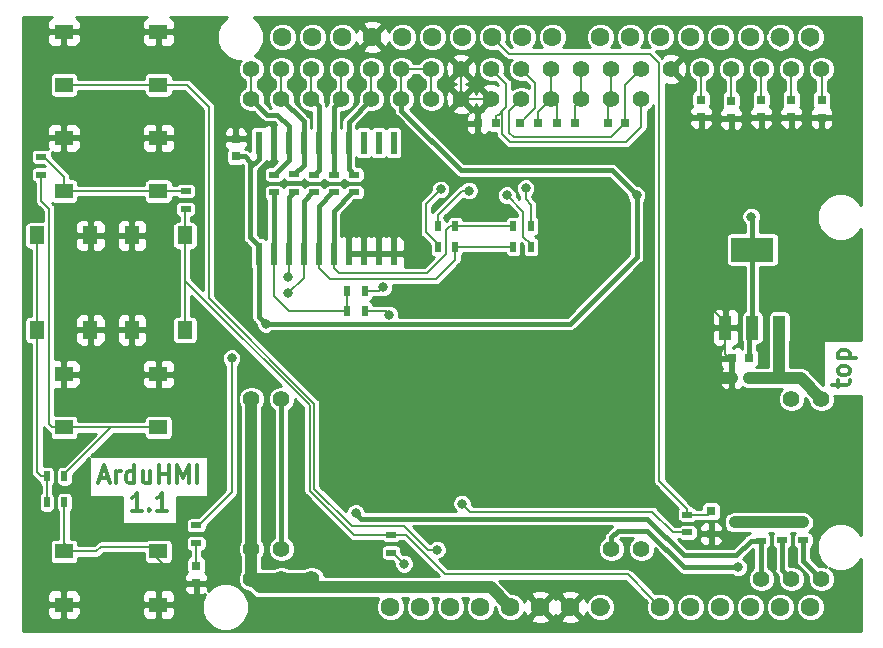
<source format=gtl>
G04 #@! TF.GenerationSoftware,KiCad,Pcbnew,5.0.2-bee76a0~70~ubuntu18.04.1*
G04 #@! TF.CreationDate,2019-06-24T16:55:11+02:00*
G04 #@! TF.ProjectId,ArduHMIShield,41726475-484d-4495-9368-69656c642e6b,1.1*
G04 #@! TF.SameCoordinates,Original*
G04 #@! TF.FileFunction,Copper,L1,Top*
G04 #@! TF.FilePolarity,Positive*
%FSLAX46Y46*%
G04 Gerber Fmt 4.6, Leading zero omitted, Abs format (unit mm)*
G04 Created by KiCad (PCBNEW 5.0.2-bee76a0~70~ubuntu18.04.1) date Mo 24 Jun 2019 16:55:11 CEST*
%MOMM*%
%LPD*%
G01*
G04 APERTURE LIST*
G04 #@! TA.AperFunction,NonConductor*
%ADD10C,0.300000*%
G04 #@! TD*
G04 #@! TA.AperFunction,SMDPad,CuDef*
%ADD11R,0.600000X1.950000*%
G04 #@! TD*
G04 #@! TA.AperFunction,ComponentPad*
%ADD12C,1.600000*%
G04 #@! TD*
G04 #@! TA.AperFunction,SMDPad,CuDef*
%ADD13R,0.800100X0.800100*%
G04 #@! TD*
G04 #@! TA.AperFunction,SMDPad,CuDef*
%ADD14R,0.750000X0.800000*%
G04 #@! TD*
G04 #@! TA.AperFunction,SMDPad,CuDef*
%ADD15R,0.900000X0.500000*%
G04 #@! TD*
G04 #@! TA.AperFunction,SMDPad,CuDef*
%ADD16R,0.500000X0.900000*%
G04 #@! TD*
G04 #@! TA.AperFunction,SMDPad,CuDef*
%ADD17R,0.800000X0.750000*%
G04 #@! TD*
G04 #@! TA.AperFunction,ComponentPad*
%ADD18C,1.400000*%
G04 #@! TD*
G04 #@! TA.AperFunction,SMDPad,CuDef*
%ADD19R,3.657600X2.032000*%
G04 #@! TD*
G04 #@! TA.AperFunction,SMDPad,CuDef*
%ADD20R,1.016000X2.032000*%
G04 #@! TD*
G04 #@! TA.AperFunction,SMDPad,CuDef*
%ADD21R,0.797560X0.797560*%
G04 #@! TD*
G04 #@! TA.AperFunction,SMDPad,CuDef*
%ADD22R,1.300000X1.550000*%
G04 #@! TD*
G04 #@! TA.AperFunction,SMDPad,CuDef*
%ADD23R,1.550000X1.300000*%
G04 #@! TD*
G04 #@! TA.AperFunction,ViaPad*
%ADD24C,0.800000*%
G04 #@! TD*
G04 #@! TA.AperFunction,Conductor*
%ADD25C,0.400000*%
G04 #@! TD*
G04 #@! TA.AperFunction,Conductor*
%ADD26C,0.200000*%
G04 #@! TD*
G04 #@! TA.AperFunction,Conductor*
%ADD27C,1.000000*%
G04 #@! TD*
G04 #@! TA.AperFunction,Conductor*
%ADD28C,0.254000*%
G04 #@! TD*
G04 APERTURE END LIST*
D10*
X120528571Y-108842857D02*
X120528571Y-108271428D01*
X120028571Y-108628571D02*
X121314285Y-108628571D01*
X121457142Y-108557142D01*
X121528571Y-108414285D01*
X121528571Y-108271428D01*
X121528571Y-107557142D02*
X121457142Y-107700000D01*
X121385714Y-107771428D01*
X121242857Y-107842857D01*
X120814285Y-107842857D01*
X120671428Y-107771428D01*
X120600000Y-107700000D01*
X120528571Y-107557142D01*
X120528571Y-107342857D01*
X120600000Y-107200000D01*
X120671428Y-107128571D01*
X120814285Y-107057142D01*
X121242857Y-107057142D01*
X121385714Y-107128571D01*
X121457142Y-107200000D01*
X121528571Y-107342857D01*
X121528571Y-107557142D01*
X120528571Y-106414285D02*
X122028571Y-106414285D01*
X120600000Y-106414285D02*
X120528571Y-106271428D01*
X120528571Y-105985714D01*
X120600000Y-105842857D01*
X120671428Y-105771428D01*
X120814285Y-105700000D01*
X121242857Y-105700000D01*
X121385714Y-105771428D01*
X121457142Y-105842857D01*
X121528571Y-105985714D01*
X121528571Y-106271428D01*
X121457142Y-106414285D01*
X61607142Y-119328571D02*
X60750000Y-119328571D01*
X61178571Y-119328571D02*
X61178571Y-117828571D01*
X61035714Y-118042857D01*
X60892857Y-118185714D01*
X60750000Y-118257142D01*
X62250000Y-119185714D02*
X62321428Y-119257142D01*
X62250000Y-119328571D01*
X62178571Y-119257142D01*
X62250000Y-119185714D01*
X62250000Y-119328571D01*
X63750000Y-119328571D02*
X62892857Y-119328571D01*
X63321428Y-119328571D02*
X63321428Y-117828571D01*
X63178571Y-118042857D01*
X63035714Y-118185714D01*
X62892857Y-118257142D01*
X58021428Y-116550000D02*
X58735714Y-116550000D01*
X57878571Y-116978571D02*
X58378571Y-115478571D01*
X58878571Y-116978571D01*
X59378571Y-116978571D02*
X59378571Y-115978571D01*
X59378571Y-116264285D02*
X59450000Y-116121428D01*
X59521428Y-116050000D01*
X59664285Y-115978571D01*
X59807142Y-115978571D01*
X60950000Y-116978571D02*
X60950000Y-115478571D01*
X60950000Y-116907142D02*
X60807142Y-116978571D01*
X60521428Y-116978571D01*
X60378571Y-116907142D01*
X60307142Y-116835714D01*
X60235714Y-116692857D01*
X60235714Y-116264285D01*
X60307142Y-116121428D01*
X60378571Y-116050000D01*
X60521428Y-115978571D01*
X60807142Y-115978571D01*
X60950000Y-116050000D01*
X62307142Y-115978571D02*
X62307142Y-116978571D01*
X61664285Y-115978571D02*
X61664285Y-116764285D01*
X61735714Y-116907142D01*
X61878571Y-116978571D01*
X62092857Y-116978571D01*
X62235714Y-116907142D01*
X62307142Y-116835714D01*
X63021428Y-116978571D02*
X63021428Y-115478571D01*
X63021428Y-116192857D02*
X63878571Y-116192857D01*
X63878571Y-116978571D02*
X63878571Y-115478571D01*
X64592857Y-116978571D02*
X64592857Y-115478571D01*
X65092857Y-116550000D01*
X65592857Y-115478571D01*
X65592857Y-116978571D01*
X66307142Y-116978571D02*
X66307142Y-115478571D01*
D11*
G04 #@! TO.P,U2,1*
G04 #@! TO.N,+3V3*
X71485000Y-97550000D03*
G04 #@! TO.P,U2,2*
G04 #@! TO.N,/ARDU_CS*
X72755000Y-97550000D03*
G04 #@! TO.P,U2,3*
G04 #@! TO.N,/ARDU_RESET*
X74025000Y-97550000D03*
G04 #@! TO.P,U2,4*
G04 #@! TO.N,/ARDU_A0*
X75295000Y-97550000D03*
G04 #@! TO.P,U2,5*
G04 #@! TO.N,/ARDU_CLK*
X76565000Y-97550000D03*
G04 #@! TO.P,U2,6*
G04 #@! TO.N,/ARDU_SI*
X77835000Y-97550000D03*
G04 #@! TO.P,U2,7*
G04 #@! TO.N,GND*
X79105000Y-97550000D03*
G04 #@! TO.P,U2,8*
X80375000Y-97550000D03*
G04 #@! TO.P,U2,9*
X81645000Y-97550000D03*
G04 #@! TO.P,U2,10*
X82915000Y-97550000D03*
G04 #@! TO.P,U2,11*
G04 #@! TO.N,N/C*
X82915000Y-88150000D03*
G04 #@! TO.P,U2,12*
X81645000Y-88150000D03*
G04 #@! TO.P,U2,13*
X80375000Y-88150000D03*
G04 #@! TO.P,U2,14*
G04 #@! TO.N,/DIS_SI*
X79105000Y-88150000D03*
G04 #@! TO.P,U2,15*
G04 #@! TO.N,/DIS_CLK*
X77835000Y-88150000D03*
G04 #@! TO.P,U2,16*
G04 #@! TO.N,/DIS_A0*
X76565000Y-88150000D03*
G04 #@! TO.P,U2,17*
G04 #@! TO.N,/DIS_RESET*
X75295000Y-88150000D03*
G04 #@! TO.P,U2,18*
G04 #@! TO.N,/DIS_CS*
X74025000Y-88150000D03*
G04 #@! TO.P,U2,19*
G04 #@! TO.N,GND*
X72755000Y-88150000D03*
G04 #@! TO.P,U2,20*
G04 #@! TO.N,+3V3*
X71485000Y-88150000D03*
G04 #@! TD*
D12*
G04 #@! TO.P,CN1,0*
G04 #@! TO.N,N/C*
X118200000Y-79200000D03*
G04 #@! TO.P,CN1,8*
G04 #@! TO.N,/ARDU_A0*
X96356000Y-79200000D03*
G04 #@! TO.P,CN1,9*
G04 #@! TO.N,/ARDU_RESET*
X93816000Y-79200000D03*
G04 #@! TO.P,CN1,10*
G04 #@! TO.N,/DISPLAY_BL*
X91276000Y-79200000D03*
G04 #@! TO.P,CN1,11*
G04 #@! TO.N,/ARDU_SI_1*
X88736000Y-79200000D03*
G04 #@! TO.P,CN1,12*
G04 #@! TO.N,/ARDU_CS_1*
X86196000Y-79200000D03*
G04 #@! TO.P,CN1,13*
G04 #@! TO.N,/ARDU_CLK_1*
X83656000Y-79200000D03*
G04 #@! TO.P,CN1,14*
G04 #@! TO.N,GND*
X81116000Y-79200000D03*
G04 #@! TO.P,CN1,15*
G04 #@! TO.N,N/C*
X78576000Y-79200000D03*
G04 #@! TO.P,CN1,16*
X76036000Y-79200000D03*
G04 #@! TO.P,CN1,17*
X73496000Y-79200000D03*
G04 #@! TO.P,CN1,1*
X115660000Y-79200000D03*
G04 #@! TO.P,CN1,2*
X113120000Y-79200000D03*
G04 #@! TO.P,CN1,3*
X110580000Y-79200000D03*
G04 #@! TO.P,CN1,4*
X108040000Y-79200000D03*
G04 #@! TO.P,CN1,5*
G04 #@! TO.N,/ARDU_SI_2*
X105500000Y-79200000D03*
G04 #@! TO.P,CN1,6*
G04 #@! TO.N,/ARDU_CS_2*
X102960000Y-79200000D03*
G04 #@! TO.P,CN1,7*
G04 #@! TO.N,/ARDU_CLK_2*
X100420000Y-79200000D03*
G04 #@! TO.P,CN1,24*
G04 #@! TO.N,N/C*
X100420000Y-127460000D03*
G04 #@! TO.P,CN1,25*
G04 #@! TO.N,GND*
X97880000Y-127460000D03*
G04 #@! TO.P,CN1,26*
X95340000Y-127460000D03*
G04 #@! TO.P,CN1,27*
G04 #@! TO.N,+5V*
X92800000Y-127460000D03*
G04 #@! TO.P,CN1,28*
G04 #@! TO.N,N/C*
X90260000Y-127460000D03*
G04 #@! TO.P,CN1,29*
G04 #@! TO.N,/RESET*
X87720000Y-127460000D03*
G04 #@! TO.P,CN1,30*
G04 #@! TO.N,VIO*
X85180000Y-127460000D03*
G04 #@! TO.P,CN1,31*
G04 #@! TO.N,N/C*
X82640000Y-127460000D03*
G04 #@! TO.P,CN1,18*
X118200000Y-127460000D03*
G04 #@! TO.P,CN1,19*
X115660000Y-127460000D03*
G04 #@! TO.P,CN1,20*
X113120000Y-127460000D03*
G04 #@! TO.P,CN1,21*
X110580000Y-127460000D03*
G04 #@! TO.P,CN1,22*
X108040000Y-127460000D03*
G04 #@! TO.P,CN1,23*
G04 #@! TO.N,/KEYPAD_A0*
X105500000Y-127460000D03*
G04 #@! TD*
D13*
G04 #@! TO.P,Q1,3*
G04 #@! TO.N,Net-(Q1-Pad3)*
X111798220Y-120300000D03*
G04 #@! TO.P,Q1,2*
G04 #@! TO.N,GND*
X109799240Y-121250000D03*
G04 #@! TO.P,Q1,1*
G04 #@! TO.N,/DISPLAY_BL*
X109799240Y-119350000D03*
G04 #@! TD*
D14*
G04 #@! TO.P,C1,2*
G04 #@! TO.N,GND*
X108950000Y-86000000D03*
G04 #@! TO.P,C1,1*
G04 #@! TO.N,/DIS_V4*
X108950000Y-84500000D03*
G04 #@! TD*
G04 #@! TO.P,C2,2*
G04 #@! TO.N,GND*
X111500000Y-86100000D03*
G04 #@! TO.P,C2,1*
G04 #@! TO.N,/DIS_V3*
X111500000Y-84600000D03*
G04 #@! TD*
D15*
G04 #@! TO.P,R1,2*
G04 #@! TO.N,/KEYPAD_A0*
X82700000Y-121350000D03*
G04 #@! TO.P,R1,1*
G04 #@! TO.N,VIO*
X82700000Y-122850000D03*
G04 #@! TD*
G04 #@! TO.P,R2,2*
G04 #@! TO.N,/BUTTON_UP*
X65300000Y-92250000D03*
G04 #@! TO.P,R2,1*
G04 #@! TO.N,/KEYPAD_A0*
X65300000Y-93750000D03*
G04 #@! TD*
G04 #@! TO.P,R3,2*
G04 #@! TO.N,/BUTTON_DOWN*
X53100000Y-90850000D03*
G04 #@! TO.P,R3,1*
G04 #@! TO.N,/BUTTON_UP*
X53100000Y-89350000D03*
G04 #@! TD*
G04 #@! TO.P,R6,2*
G04 #@! TO.N,Net-(Q1-Pad3)*
X117600000Y-120300000D03*
G04 #@! TO.P,R6,1*
G04 #@! TO.N,/DIS_C3*
X117600000Y-121800000D03*
G04 #@! TD*
G04 #@! TO.P,R7,2*
G04 #@! TO.N,Net-(Q1-Pad3)*
X115800000Y-120300000D03*
G04 #@! TO.P,R7,1*
G04 #@! TO.N,/DIS_C2*
X115800000Y-121800000D03*
G04 #@! TD*
G04 #@! TO.P,R8,2*
G04 #@! TO.N,Net-(Q1-Pad3)*
X114000000Y-120350000D03*
G04 #@! TO.P,R8,1*
G04 #@! TO.N,/DIS_C1*
X114000000Y-121850000D03*
G04 #@! TD*
G04 #@! TO.P,R9,2*
G04 #@! TO.N,/DISPLAY_BL*
X107800000Y-119650000D03*
G04 #@! TO.P,R9,1*
G04 #@! TO.N,VIO*
X107800000Y-121150000D03*
G04 #@! TD*
D16*
G04 #@! TO.P,R4,2*
G04 #@! TO.N,/BUTTON_LEFT*
X53550000Y-116400000D03*
G04 #@! TO.P,R4,1*
G04 #@! TO.N,/BUTTON_DOWN*
X55050000Y-116400000D03*
G04 #@! TD*
G04 #@! TO.P,R5,2*
G04 #@! TO.N,/BUTTON_SELECT*
X55050000Y-118600000D03*
G04 #@! TO.P,R5,1*
G04 #@! TO.N,/BUTTON_LEFT*
X53550000Y-118600000D03*
G04 #@! TD*
D14*
G04 #@! TO.P,C3,2*
G04 #@! TO.N,GND*
X114050000Y-86000000D03*
G04 #@! TO.P,C3,1*
G04 #@! TO.N,/DIS_V2*
X114050000Y-84500000D03*
G04 #@! TD*
G04 #@! TO.P,C4,2*
G04 #@! TO.N,GND*
X116600000Y-86000000D03*
G04 #@! TO.P,C4,1*
G04 #@! TO.N,/DIS_V1*
X116600000Y-84500000D03*
G04 #@! TD*
D17*
G04 #@! TO.P,C5,2*
G04 #@! TO.N,GND*
X90050000Y-86500000D03*
G04 #@! TO.P,C5,1*
G04 #@! TO.N,/DIS_VOUT*
X91550000Y-86500000D03*
G04 #@! TD*
D14*
G04 #@! TO.P,C6,2*
G04 #@! TO.N,GND*
X119150000Y-86050000D03*
G04 #@! TO.P,C6,1*
G04 #@! TO.N,/DIS_V0*
X119150000Y-84550000D03*
G04 #@! TD*
D17*
G04 #@! TO.P,C7,2*
G04 #@! TO.N,/DIS_CAP1N*
X95150000Y-86500000D03*
G04 #@! TO.P,C7,1*
G04 #@! TO.N,/DIS_CAP3P*
X93650000Y-86500000D03*
G04 #@! TD*
G04 #@! TO.P,C8,2*
G04 #@! TO.N,/DIS_CAP1P*
X98250000Y-86500000D03*
G04 #@! TO.P,C8,1*
G04 #@! TO.N,/DIS_CAP1N*
X96750000Y-86500000D03*
G04 #@! TD*
G04 #@! TO.P,C9,2*
G04 #@! TO.N,/DIS_CAP2N*
X102550000Y-86500000D03*
G04 #@! TO.P,C9,1*
G04 #@! TO.N,/DIS_CAP2P*
X101050000Y-86500000D03*
G04 #@! TD*
D18*
G04 #@! TO.P,DIS1,18*
G04 #@! TO.N,/DIS_C1*
X114050000Y-125090000D03*
G04 #@! TO.P,DIS1,3*
G04 #@! TO.N,+5V*
X75950000Y-125090000D03*
G04 #@! TO.P,DIS1,40*
G04 #@! TO.N,/DIS_CS*
X70870000Y-81910000D03*
G04 #@! TO.P,DIS1,39*
G04 #@! TO.N,/DIS_RESET*
X73410000Y-81910000D03*
G04 #@! TO.P,DIS1,38*
G04 #@! TO.N,/DIS_A0*
X75950000Y-81910000D03*
G04 #@! TO.P,DIS1,37*
G04 #@! TO.N,/DIS_CLK*
X78490000Y-81910000D03*
G04 #@! TO.P,DIS1,36*
G04 #@! TO.N,/DIS_SI*
X81030000Y-81910000D03*
G04 #@! TO.P,DIS1,35*
G04 #@! TO.N,+3V3*
X83570000Y-81910000D03*
G04 #@! TO.P,DIS1,34*
X86110000Y-81910000D03*
G04 #@! TO.P,DIS1,33*
G04 #@! TO.N,GND*
X88650000Y-81910000D03*
G04 #@! TO.P,DIS1,32*
G04 #@! TO.N,/DIS_VOUT*
X91190000Y-81910000D03*
G04 #@! TO.P,DIS1,31*
G04 #@! TO.N,/DIS_CAP3P*
X93730000Y-81910000D03*
G04 #@! TO.P,DIS1,30*
G04 #@! TO.N,/DIS_CAP1N*
X96270000Y-81910000D03*
G04 #@! TO.P,DIS1,29*
G04 #@! TO.N,/DIS_CAP1P*
X98810000Y-81910000D03*
G04 #@! TO.P,DIS1,28*
G04 #@! TO.N,/DIS_CAP2P*
X101350000Y-81910000D03*
G04 #@! TO.P,DIS1,27*
G04 #@! TO.N,/DIS_CAP2N*
X103890000Y-81910000D03*
G04 #@! TO.P,DIS1,26*
G04 #@! TO.N,GND*
X106430000Y-81910000D03*
G04 #@! TO.P,DIS1,25*
G04 #@! TO.N,/DIS_V4*
X108970000Y-81910000D03*
G04 #@! TO.P,DIS1,24*
G04 #@! TO.N,/DIS_V3*
X111510000Y-81910000D03*
G04 #@! TO.P,DIS1,23*
G04 #@! TO.N,/DIS_V2*
X114050000Y-81910000D03*
G04 #@! TO.P,DIS1,22*
G04 #@! TO.N,/DIS_V1*
X116590000Y-81910000D03*
G04 #@! TO.P,DIS1,21*
G04 #@! TO.N,/DIS_V0*
X119130000Y-81910000D03*
G04 #@! TO.P,DIS1,19*
G04 #@! TO.N,/DIS_C2*
X116590000Y-125090000D03*
G04 #@! TO.P,DIS1,20*
G04 #@! TO.N,/DIS_C3*
X119130000Y-125090000D03*
G04 #@! TO.P,DIS1,2*
G04 #@! TO.N,+5V*
X73410000Y-125090000D03*
G04 #@! TO.P,DIS1,1*
X70870000Y-125090000D03*
G04 #@! TD*
G04 #@! TO.P,DIS2,1*
G04 #@! TO.N,+5V*
X70870000Y-109850000D03*
G04 #@! TO.P,DIS2,2*
G04 #@! TO.N,/DIS_C1*
X73410000Y-109850000D03*
G04 #@! TO.P,DIS2,20*
G04 #@! TO.N,+5V*
X119130000Y-109850000D03*
G04 #@! TO.P,DIS2,19*
G04 #@! TO.N,/DIS_C2*
X116590000Y-109850000D03*
G04 #@! TO.P,DIS2,21*
G04 #@! TO.N,/DIS_V0*
X119130000Y-81910000D03*
G04 #@! TO.P,DIS2,22*
G04 #@! TO.N,/DIS_V1*
X116590000Y-81910000D03*
G04 #@! TO.P,DIS2,23*
G04 #@! TO.N,/DIS_V2*
X114050000Y-81910000D03*
G04 #@! TO.P,DIS2,24*
G04 #@! TO.N,/DIS_V3*
X111510000Y-81910000D03*
G04 #@! TO.P,DIS2,25*
G04 #@! TO.N,/DIS_V4*
X108970000Y-81910000D03*
G04 #@! TO.P,DIS2,26*
G04 #@! TO.N,GND*
X106430000Y-81910000D03*
G04 #@! TO.P,DIS2,27*
G04 #@! TO.N,/DIS_CAP2N*
X103890000Y-81910000D03*
G04 #@! TO.P,DIS2,28*
G04 #@! TO.N,/DIS_CAP2P*
X101350000Y-81910000D03*
G04 #@! TO.P,DIS2,29*
G04 #@! TO.N,/DIS_CAP1P*
X98810000Y-81910000D03*
G04 #@! TO.P,DIS2,30*
G04 #@! TO.N,/DIS_CAP1N*
X96270000Y-81910000D03*
G04 #@! TO.P,DIS2,31*
G04 #@! TO.N,/DIS_CAP3P*
X93730000Y-81910000D03*
G04 #@! TO.P,DIS2,32*
G04 #@! TO.N,/DIS_VOUT*
X91190000Y-81910000D03*
G04 #@! TO.P,DIS2,33*
G04 #@! TO.N,GND*
X88650000Y-81910000D03*
G04 #@! TO.P,DIS2,34*
G04 #@! TO.N,+3V3*
X86110000Y-81910000D03*
G04 #@! TO.P,DIS2,35*
X83570000Y-81910000D03*
G04 #@! TO.P,DIS2,36*
G04 #@! TO.N,/DIS_SI*
X81030000Y-81910000D03*
G04 #@! TO.P,DIS2,37*
G04 #@! TO.N,/DIS_CLK*
X78490000Y-81910000D03*
G04 #@! TO.P,DIS2,38*
G04 #@! TO.N,/DIS_A0*
X75950000Y-81910000D03*
G04 #@! TO.P,DIS2,39*
G04 #@! TO.N,/DIS_RESET*
X73410000Y-81910000D03*
G04 #@! TO.P,DIS2,40*
G04 #@! TO.N,/DIS_CS*
X70870000Y-81910000D03*
G04 #@! TD*
G04 #@! TO.P,DIS3,15*
G04 #@! TO.N,/DIS_VOUT*
X103890000Y-84450000D03*
G04 #@! TO.P,DIS3,16*
G04 #@! TO.N,/DIS_CAP2P*
X101350000Y-84450000D03*
G04 #@! TO.P,DIS3,17*
G04 #@! TO.N,/DIS_CAP1P*
X98810000Y-84450000D03*
G04 #@! TO.P,DIS3,18*
G04 #@! TO.N,/DIS_CAP1N*
X96270000Y-84450000D03*
G04 #@! TO.P,DIS3,19*
G04 #@! TO.N,/DIS_CAP2N*
X93730000Y-84450000D03*
G04 #@! TO.P,DIS3,20*
G04 #@! TO.N,GND*
X91190000Y-84450000D03*
G04 #@! TO.P,DIS3,21*
X88650000Y-84450000D03*
G04 #@! TO.P,DIS3,22*
G04 #@! TO.N,+3V3*
X86110000Y-84450000D03*
G04 #@! TO.P,DIS3,23*
X83570000Y-84450000D03*
G04 #@! TO.P,DIS3,24*
G04 #@! TO.N,/DIS_SI*
X81030000Y-84450000D03*
G04 #@! TO.P,DIS3,25*
G04 #@! TO.N,/DIS_CLK*
X78490000Y-84450000D03*
G04 #@! TO.P,DIS3,26*
G04 #@! TO.N,/DIS_A0*
X75950000Y-84450000D03*
G04 #@! TO.P,DIS3,27*
G04 #@! TO.N,/DIS_RESET*
X73410000Y-84450000D03*
G04 #@! TO.P,DIS3,28*
G04 #@! TO.N,/DIS_CS*
X70870000Y-84450000D03*
G04 #@! TO.P,DIS3,1*
G04 #@! TO.N,+5V*
X70870000Y-122550000D03*
G04 #@! TO.P,DIS3,2*
G04 #@! TO.N,/DIS_C1*
X73410000Y-122550000D03*
G04 #@! TO.P,DIS3,14*
G04 #@! TO.N,+5V*
X103890000Y-122550000D03*
G04 #@! TO.P,DIS3,13*
G04 #@! TO.N,/DIS_C2*
X101350000Y-122550000D03*
G04 #@! TD*
D17*
G04 #@! TO.P,C10,2*
G04 #@! TO.N,GND*
X111550000Y-108100000D03*
G04 #@! TO.P,C10,1*
G04 #@! TO.N,+5V*
X113050000Y-108100000D03*
G04 #@! TD*
G04 #@! TO.P,C11,1*
G04 #@! TO.N,+3V3*
X113050000Y-106400000D03*
G04 #@! TO.P,C11,2*
G04 #@! TO.N,GND*
X111550000Y-106400000D03*
G04 #@! TD*
D19*
G04 #@! TO.P,U1,4*
G04 #@! TO.N,+3V3*
X113300000Y-97198000D03*
D20*
G04 #@! TO.P,U1,2*
X113300000Y-103802000D03*
G04 #@! TO.P,U1,3*
G04 #@! TO.N,+5V*
X115586000Y-103802000D03*
G04 #@! TO.P,U1,1*
G04 #@! TO.N,GND*
X111014000Y-103802000D03*
G04 #@! TD*
D14*
G04 #@! TO.P,C12,1*
G04 #@! TO.N,+3V3*
X69550000Y-89300000D03*
G04 #@! TO.P,C12,2*
G04 #@! TO.N,GND*
X69550000Y-87800000D03*
G04 #@! TD*
D15*
G04 #@! TO.P,R10,1*
G04 #@! TO.N,/DIS_SI*
X79600000Y-90850000D03*
G04 #@! TO.P,R10,2*
G04 #@! TO.N,/ARDU_SI*
X79600000Y-92350000D03*
G04 #@! TD*
G04 #@! TO.P,R11,2*
G04 #@! TO.N,/ARDU_CLK*
X77900000Y-92350000D03*
G04 #@! TO.P,R11,1*
G04 #@! TO.N,/DIS_CLK*
X77900000Y-90850000D03*
G04 #@! TD*
G04 #@! TO.P,R12,1*
G04 #@! TO.N,/DIS_A0*
X76200000Y-90850000D03*
G04 #@! TO.P,R12,2*
G04 #@! TO.N,/ARDU_A0*
X76200000Y-92350000D03*
G04 #@! TD*
G04 #@! TO.P,R13,2*
G04 #@! TO.N,/ARDU_CS*
X72800000Y-92350000D03*
G04 #@! TO.P,R13,1*
G04 #@! TO.N,/DIS_CS*
X72800000Y-90850000D03*
G04 #@! TD*
G04 #@! TO.P,R14,1*
G04 #@! TO.N,/DIS_RESET*
X74500000Y-90800000D03*
G04 #@! TO.P,R14,2*
G04 #@! TO.N,/ARDU_RESET*
X74500000Y-92300000D03*
G04 #@! TD*
D16*
G04 #@! TO.P,R15,2*
G04 #@! TO.N,/ARDU_CLK*
X93050000Y-96950000D03*
G04 #@! TO.P,R15,1*
G04 #@! TO.N,/ARDU_CLK_2*
X94550000Y-96950000D03*
G04 #@! TD*
G04 #@! TO.P,R16,1*
G04 #@! TO.N,/ARDU_CS_2*
X80500000Y-102400000D03*
G04 #@! TO.P,R16,2*
G04 #@! TO.N,/ARDU_CS*
X79000000Y-102400000D03*
G04 #@! TD*
G04 #@! TO.P,R17,2*
G04 #@! TO.N,/ARDU_SI*
X93050000Y-95200000D03*
G04 #@! TO.P,R17,1*
G04 #@! TO.N,/ARDU_SI_2*
X94550000Y-95200000D03*
G04 #@! TD*
G04 #@! TO.P,R18,1*
G04 #@! TO.N,/ARDU_CLK_1*
X86650000Y-96950000D03*
G04 #@! TO.P,R18,2*
G04 #@! TO.N,/ARDU_CLK*
X88150000Y-96950000D03*
G04 #@! TD*
G04 #@! TO.P,R19,1*
G04 #@! TO.N,/ARDU_CS_1*
X80500000Y-100700000D03*
G04 #@! TO.P,R19,2*
G04 #@! TO.N,/ARDU_CS*
X79000000Y-100700000D03*
G04 #@! TD*
G04 #@! TO.P,R20,2*
G04 #@! TO.N,/ARDU_SI*
X88150000Y-95200000D03*
G04 #@! TO.P,R20,1*
G04 #@! TO.N,/ARDU_SI_1*
X86650000Y-95200000D03*
G04 #@! TD*
D15*
G04 #@! TO.P,R21,1*
G04 #@! TO.N,Net-(D1-Pad2)*
X66200000Y-122050000D03*
G04 #@! TO.P,R21,2*
G04 #@! TO.N,+3V3*
X66200000Y-120550000D03*
G04 #@! TD*
D21*
G04 #@! TO.P,D1,2*
G04 #@! TO.N,Net-(D1-Pad2)*
X66200000Y-123950700D03*
G04 #@! TO.P,D1,1*
G04 #@! TO.N,GND*
X66200000Y-125449300D03*
G04 #@! TD*
D22*
G04 #@! TO.P,SW1,1*
G04 #@! TO.N,GND*
X60750000Y-104000000D03*
G04 #@! TO.P,SW1,2*
G04 #@! TO.N,/KEYPAD_A0*
X65250000Y-104000000D03*
G04 #@! TO.P,SW1,3*
G04 #@! TO.N,GND*
X60750000Y-96000000D03*
G04 #@! TO.P,SW1,4*
G04 #@! TO.N,/KEYPAD_A0*
X65250000Y-96000000D03*
G04 #@! TD*
D23*
G04 #@! TO.P,SW2,1*
G04 #@! TO.N,GND*
X55000000Y-87750000D03*
G04 #@! TO.P,SW2,2*
G04 #@! TO.N,/BUTTON_UP*
X55000000Y-92250000D03*
G04 #@! TO.P,SW2,3*
G04 #@! TO.N,GND*
X63000000Y-87750000D03*
G04 #@! TO.P,SW2,4*
G04 #@! TO.N,/BUTTON_UP*
X63000000Y-92250000D03*
G04 #@! TD*
G04 #@! TO.P,SW3,4*
G04 #@! TO.N,/BUTTON_DOWN*
X63000000Y-112250000D03*
G04 #@! TO.P,SW3,3*
G04 #@! TO.N,GND*
X63000000Y-107750000D03*
G04 #@! TO.P,SW3,2*
G04 #@! TO.N,/BUTTON_DOWN*
X55000000Y-112250000D03*
G04 #@! TO.P,SW3,1*
G04 #@! TO.N,GND*
X55000000Y-107750000D03*
G04 #@! TD*
D22*
G04 #@! TO.P,SW4,1*
G04 #@! TO.N,GND*
X57250000Y-96000000D03*
G04 #@! TO.P,SW4,2*
G04 #@! TO.N,/BUTTON_LEFT*
X52750000Y-96000000D03*
G04 #@! TO.P,SW4,3*
G04 #@! TO.N,GND*
X57250000Y-104000000D03*
G04 #@! TO.P,SW4,4*
G04 #@! TO.N,/BUTTON_LEFT*
X52750000Y-104000000D03*
G04 #@! TD*
D23*
G04 #@! TO.P,SW5,4*
G04 #@! TO.N,/BUTTON_SELECT*
X55000000Y-122750000D03*
G04 #@! TO.P,SW5,3*
G04 #@! TO.N,GND*
X55000000Y-127250000D03*
G04 #@! TO.P,SW5,2*
G04 #@! TO.N,/BUTTON_SELECT*
X63000000Y-122750000D03*
G04 #@! TO.P,SW5,1*
G04 #@! TO.N,GND*
X63000000Y-127250000D03*
G04 #@! TD*
G04 #@! TO.P,SW6,1*
G04 #@! TO.N,GND*
X55000000Y-78750000D03*
G04 #@! TO.P,SW6,2*
G04 #@! TO.N,/RESET*
X55000000Y-83250000D03*
G04 #@! TO.P,SW6,3*
G04 #@! TO.N,GND*
X63000000Y-78750000D03*
G04 #@! TO.P,SW6,4*
G04 #@! TO.N,/RESET*
X63000000Y-83250000D03*
G04 #@! TD*
D24*
G04 #@! TO.N,GND*
X104100000Y-89600000D03*
X111200000Y-122000000D03*
X108800000Y-105100000D03*
X52500000Y-80000000D03*
X52600000Y-127750000D03*
X54900000Y-105650000D03*
X83500000Y-95100000D03*
X70550000Y-86150000D03*
G04 #@! TO.N,VIO*
X83800000Y-123800000D03*
X88700000Y-118700000D03*
G04 #@! TO.N,/RESET*
X86600000Y-122600000D03*
G04 #@! TO.N,/DIS_C2*
X112100000Y-124100000D03*
G04 #@! TO.N,+3V3*
X103500000Y-92600000D03*
X113200000Y-94400000D03*
X72100000Y-103500000D03*
X69200000Y-106400000D03*
G04 #@! TO.N,/DIS_C1*
X79700000Y-119500000D03*
G04 #@! TO.N,/ARDU_A0*
X74000000Y-100900000D03*
G04 #@! TO.N,/ARDU_RESET*
X74000000Y-99550000D03*
G04 #@! TO.N,/ARDU_SI_1*
X89300000Y-92200000D03*
G04 #@! TO.N,/ARDU_CS_1*
X82050000Y-100400000D03*
G04 #@! TO.N,/ARDU_CLK_1*
X86900000Y-92100000D03*
G04 #@! TO.N,/ARDU_SI_2*
X94100000Y-92000000D03*
G04 #@! TO.N,/ARDU_CS_2*
X82550000Y-102700000D03*
G04 #@! TO.N,/ARDU_CLK_2*
X92500000Y-92600000D03*
G04 #@! TD*
D25*
G04 #@! TO.N,*
X113120000Y-127080000D02*
X113120000Y-127460000D01*
X118200000Y-127460000D02*
X118240000Y-127460000D01*
D26*
X110580000Y-127460000D02*
X110580000Y-126780000D01*
X110580000Y-127460000D02*
X110580000Y-127120000D01*
D27*
X100420000Y-127460000D02*
X100740000Y-127460000D01*
D26*
X110580000Y-79200000D02*
X110400000Y-79200000D01*
D25*
X113120000Y-79200000D02*
X113120000Y-78880000D01*
D26*
X115660000Y-79200000D02*
X115660000Y-79940000D01*
X115660000Y-79200000D02*
X114900000Y-79200000D01*
D25*
X115200000Y-79200000D02*
X115660000Y-79200000D01*
D26*
X118200000Y-79200000D02*
X118200000Y-79950000D01*
X118200000Y-79200000D02*
X118200000Y-79300000D01*
G04 #@! TO.N,GND*
X88650000Y-82899949D02*
X88650000Y-84450000D01*
X88650000Y-81910000D02*
X88650000Y-82899949D01*
X88650000Y-84450000D02*
X91190000Y-84450000D01*
X116650000Y-86050000D02*
X116600000Y-86000000D01*
X119150000Y-86050000D02*
X116650000Y-86050000D01*
X116025000Y-86000000D02*
X114050000Y-86000000D01*
X116600000Y-86000000D02*
X116025000Y-86000000D01*
X111600000Y-86000000D02*
X111500000Y-86100000D01*
X114050000Y-86000000D02*
X111600000Y-86000000D01*
X109050000Y-86100000D02*
X108950000Y-86000000D01*
X111500000Y-86100000D02*
X109050000Y-86100000D01*
X108375000Y-86000000D02*
X107575000Y-85200000D01*
X108950000Y-86000000D02*
X108375000Y-86000000D01*
X107575000Y-83055000D02*
X106430000Y-81910000D01*
X107575000Y-85200000D02*
X107575000Y-83055000D01*
X90050000Y-85590000D02*
X91190000Y-84450000D01*
X90050000Y-86500000D02*
X90050000Y-85590000D01*
X90050000Y-87075000D02*
X92575000Y-89600000D01*
X90050000Y-86500000D02*
X90050000Y-87075000D01*
X92575000Y-89600000D02*
X104100000Y-89600000D01*
X111014000Y-103802000D02*
X111014000Y-106014000D01*
X111400000Y-106400000D02*
X111550000Y-106400000D01*
X111014000Y-106014000D02*
X111400000Y-106400000D01*
X111550000Y-106400000D02*
X111550000Y-108100000D01*
X111014000Y-103294000D02*
X111014000Y-103802000D01*
X108950000Y-101230000D02*
X111014000Y-103294000D01*
X108950000Y-86000000D02*
X108950000Y-101230000D01*
D25*
X110450000Y-121250000D02*
X111200000Y-122000000D01*
X109799240Y-121250000D02*
X110450000Y-121250000D01*
D27*
X110150000Y-108100000D02*
X108800000Y-106750000D01*
X111550000Y-108100000D02*
X110150000Y-108100000D01*
X108800000Y-106750000D02*
X108800000Y-105100000D01*
D26*
X64950940Y-125449300D02*
X62251200Y-122749560D01*
X66200000Y-125449300D02*
X64950940Y-125449300D01*
G04 #@! TO.N,/KEYPAD_A0*
X65250440Y-93799560D02*
X65300000Y-93750000D01*
X65250440Y-96748800D02*
X65250440Y-93799560D01*
X75800000Y-111300000D02*
X75800000Y-117600000D01*
X75800000Y-111300000D02*
X75800000Y-110400000D01*
X79550000Y-121350000D02*
X82700000Y-121350000D01*
X75800000Y-117600000D02*
X79550000Y-121350000D01*
X66200000Y-100800000D02*
X75800000Y-110400000D01*
X65250440Y-98100000D02*
X65250440Y-96748800D01*
X65250440Y-99850440D02*
X66200000Y-100800000D01*
X104700001Y-126660001D02*
X105500000Y-127460000D01*
X102740010Y-124700010D02*
X104700001Y-126660001D01*
X87300010Y-124700010D02*
X102740010Y-124700010D01*
X84000000Y-121400000D02*
X87300010Y-124700010D01*
X84000000Y-121350000D02*
X84000000Y-121400000D01*
X82700000Y-121350000D02*
X84000000Y-121350000D01*
X65250000Y-98400440D02*
X65250000Y-104000000D01*
X65250440Y-98400000D02*
X65250000Y-98400440D01*
X65250440Y-98400000D02*
X65250440Y-99850440D01*
X65250440Y-98100000D02*
X65250440Y-98400000D01*
D25*
G04 #@! TO.N,+5V*
X92800000Y-127460000D02*
X92800000Y-127100000D01*
D26*
X75950000Y-125090000D02*
X70870000Y-125090000D01*
X75950000Y-125090000D02*
X76660010Y-125800010D01*
D27*
X91140010Y-125800010D02*
X89300000Y-125800010D01*
X92800000Y-127460000D02*
X91140010Y-125800010D01*
D26*
X76660010Y-125800010D02*
X89300000Y-125800010D01*
D27*
X71580010Y-125800010D02*
X70870000Y-125090000D01*
X89300000Y-125800010D02*
X71580010Y-125800010D01*
X70870000Y-125090000D02*
X70870000Y-122550000D01*
X70870000Y-121560051D02*
X70870000Y-109850000D01*
X70870000Y-122550000D02*
X70870000Y-121560051D01*
X73410000Y-125090000D02*
X70870000Y-125090000D01*
X75950000Y-125090000D02*
X73410000Y-125090000D01*
X119130000Y-109850000D02*
X117380000Y-108100000D01*
X117380000Y-108100000D02*
X115700000Y-108100000D01*
X115586000Y-107986000D02*
X115700000Y-108100000D01*
X115700000Y-108100000D02*
X113050000Y-108100000D01*
X115586000Y-103802000D02*
X115586000Y-104900000D01*
X115586000Y-104900000D02*
X115586000Y-107986000D01*
D26*
G04 #@! TO.N,VIO*
X82900000Y-122900000D02*
X83800000Y-123800000D01*
X89400000Y-119400000D02*
X88700000Y-118700000D01*
X104800000Y-119400000D02*
X89400000Y-119400000D01*
X107800000Y-121150000D02*
X106550000Y-121150000D01*
X106550000Y-121150000D02*
X104800000Y-119400000D01*
G04 #@! TO.N,/DISPLAY_BL*
X91276000Y-79200000D02*
X92676000Y-80600000D01*
X92676000Y-80600000D02*
X104600000Y-80600000D01*
X107800000Y-119200000D02*
X107800000Y-119650000D01*
X105429999Y-116829999D02*
X107800000Y-119200000D01*
X105429999Y-81429999D02*
X105429999Y-116829999D01*
X104600000Y-80600000D02*
X105429999Y-81429999D01*
X109499240Y-119650000D02*
X109799240Y-119350000D01*
X107800000Y-119650000D02*
X109499240Y-119650000D01*
G04 #@! TO.N,/RESET*
X85815699Y-122600000D02*
X86600000Y-122600000D01*
X83815699Y-120600000D02*
X85815699Y-122600000D01*
X76200010Y-117434312D02*
X79365698Y-120600000D01*
X79365698Y-120600000D02*
X83815699Y-120600000D01*
X76200010Y-110234311D02*
X76200010Y-117434312D01*
X67300000Y-101334302D02*
X76200010Y-110234311D01*
X67300000Y-94400000D02*
X67300000Y-85150000D01*
X67300000Y-94400000D02*
X67300000Y-101334302D01*
X65400000Y-83250000D02*
X55000000Y-83250000D01*
X67300000Y-85150000D02*
X65400000Y-83250000D01*
G04 #@! TO.N,/DIS_V4*
X108950000Y-81930000D02*
X108970000Y-81910000D01*
X108950000Y-84500000D02*
X108950000Y-81930000D01*
G04 #@! TO.N,/DIS_V3*
X111500000Y-81920000D02*
X111510000Y-81910000D01*
X111500000Y-84600000D02*
X111500000Y-81920000D01*
G04 #@! TO.N,/DIS_V2*
X114050000Y-84500000D02*
X114050000Y-81910000D01*
G04 #@! TO.N,/DIS_V1*
X116600000Y-81920000D02*
X116590000Y-81910000D01*
X116600000Y-84500000D02*
X116600000Y-81920000D01*
G04 #@! TO.N,/DIS_VOUT*
X103890000Y-85439949D02*
X103890000Y-84450000D01*
X91190000Y-81910000D02*
X92450000Y-83170000D01*
X92450000Y-84800000D02*
X92450000Y-85150000D01*
X92450000Y-83170000D02*
X92450000Y-84800000D01*
X91550000Y-86500000D02*
X91550000Y-85925000D01*
X91675000Y-85800000D02*
X91800000Y-85800000D01*
X91550000Y-85925000D02*
X91675000Y-85800000D01*
X92100000Y-85500000D02*
X92100000Y-87400000D01*
X92100000Y-85500000D02*
X91800000Y-85800000D01*
X92450000Y-85150000D02*
X92100000Y-85500000D01*
X92800010Y-88100010D02*
X102589990Y-88100010D01*
X92100000Y-87400000D02*
X92800010Y-88100010D01*
X102589990Y-88100010D02*
X103890000Y-86800000D01*
X103890000Y-86800000D02*
X103890000Y-85439949D01*
G04 #@! TO.N,/DIS_V0*
X119150000Y-81930000D02*
X119130000Y-81910000D01*
X119150000Y-84550000D02*
X119150000Y-81930000D01*
G04 #@! TO.N,/DIS_CAP1N*
X96270000Y-82899949D02*
X96270000Y-84450000D01*
X96270000Y-81910000D02*
X96270000Y-82899949D01*
X96750000Y-84930000D02*
X96270000Y-84450000D01*
X96750000Y-86500000D02*
X96750000Y-84930000D01*
X95150000Y-85570000D02*
X96270000Y-84450000D01*
X95150000Y-86500000D02*
X95150000Y-85570000D01*
G04 #@! TO.N,/DIS_CAP3P*
X94250000Y-85925000D02*
X94250000Y-85850000D01*
X93650000Y-86500000D02*
X93675000Y-86500000D01*
X93675000Y-86500000D02*
X94250000Y-85925000D01*
X94250000Y-85850000D02*
X94900000Y-85200000D01*
X94900000Y-83080000D02*
X93730000Y-81910000D01*
X94900000Y-85200000D02*
X94900000Y-83080000D01*
G04 #@! TO.N,/DIS_CAP1P*
X98810000Y-82899949D02*
X98810000Y-84450000D01*
X98810000Y-81910000D02*
X98810000Y-82899949D01*
X98250000Y-85010000D02*
X98810000Y-84450000D01*
X98250000Y-86500000D02*
X98250000Y-85010000D01*
G04 #@! TO.N,/DIS_CAP2P*
X101350000Y-81910000D02*
X101350000Y-84450000D01*
X101050000Y-84750000D02*
X101350000Y-84450000D01*
X101050000Y-86500000D02*
X101050000Y-84750000D01*
G04 #@! TO.N,/DIS_CAP2N*
X92700000Y-85480000D02*
X92700000Y-87300000D01*
X93730000Y-84450000D02*
X92700000Y-85480000D01*
X92700000Y-87300000D02*
X93100000Y-87700000D01*
X102525000Y-86500000D02*
X102550000Y-86500000D01*
X101325000Y-87700000D02*
X102525000Y-86500000D01*
X93100000Y-87700000D02*
X101325000Y-87700000D01*
X102550000Y-83250000D02*
X103890000Y-81910000D01*
X102550000Y-86500000D02*
X102550000Y-83250000D01*
D25*
G04 #@! TO.N,/DIS_C3*
X117600000Y-123560000D02*
X119130000Y-125090000D01*
X117600000Y-121800000D02*
X117600000Y-123560000D01*
G04 #@! TO.N,/DIS_C2*
X115800000Y-124300000D02*
X116590000Y-125090000D01*
X115800000Y-121800000D02*
X115800000Y-124300000D01*
X101350000Y-121560051D02*
X101910051Y-121000000D01*
X101350000Y-122550000D02*
X101350000Y-121560051D01*
X101910051Y-121000000D02*
X104400000Y-121000000D01*
X107500000Y-124100000D02*
X112100000Y-124100000D01*
X104400000Y-121000000D02*
X107500000Y-124100000D01*
D26*
G04 #@! TO.N,+3V3*
X83570000Y-82899949D02*
X83570000Y-84450000D01*
X83570000Y-81910000D02*
X83570000Y-82899949D01*
X86110000Y-82899949D02*
X86110000Y-84450000D01*
X86110000Y-81910000D02*
X86110000Y-82899949D01*
X85120051Y-81910000D02*
X83570000Y-81910000D01*
X86110000Y-81910000D02*
X85120051Y-81910000D01*
X113300000Y-102586000D02*
X113300000Y-97198000D01*
X113300000Y-103802000D02*
X113300000Y-102586000D01*
X113200000Y-97098000D02*
X113300000Y-97198000D01*
X113200000Y-94400000D02*
X113200000Y-97098000D01*
D25*
X113050000Y-104052000D02*
X113300000Y-103802000D01*
X113050000Y-106400000D02*
X113050000Y-104052000D01*
X113300000Y-94500000D02*
X113200000Y-94400000D01*
X101400000Y-90500000D02*
X103500000Y-92600000D01*
X113300000Y-103802000D02*
X113300000Y-99800000D01*
X113300000Y-99800000D02*
X113300000Y-94500000D01*
X98100000Y-90500000D02*
X101400000Y-90500000D01*
X96600000Y-90500000D02*
X98100000Y-90500000D01*
X83570000Y-85439949D02*
X88630051Y-90500000D01*
X83570000Y-84450000D02*
X83570000Y-85439949D01*
X88630051Y-90500000D02*
X89350000Y-90500000D01*
X89350000Y-90500000D02*
X96600000Y-90500000D01*
X71485000Y-96875000D02*
X71485000Y-97550000D01*
X70785000Y-96175000D02*
X71485000Y-96875000D01*
X70785000Y-90225000D02*
X70785000Y-96175000D01*
X71485000Y-89525000D02*
X70785000Y-90225000D01*
X71485000Y-88150000D02*
X71485000Y-89525000D01*
X70785000Y-89760000D02*
X70785000Y-90225000D01*
X70325000Y-89300000D02*
X70785000Y-89760000D01*
X69550000Y-89300000D02*
X70325000Y-89300000D01*
D26*
X66400000Y-120550000D02*
X69200000Y-117750000D01*
X69200000Y-117750000D02*
X69200000Y-106400000D01*
X66200000Y-120550000D02*
X66400000Y-120550000D01*
D25*
X71485000Y-102885000D02*
X72100000Y-103500000D01*
X71485000Y-97550000D02*
X71485000Y-102885000D01*
X72100000Y-103500000D02*
X97850000Y-103500000D01*
X103500000Y-97850000D02*
X103500000Y-92600000D01*
X97850000Y-103500000D02*
X103500000Y-97850000D01*
D26*
G04 #@! TO.N,/DIS_SI*
X81030000Y-82899949D02*
X81030000Y-84450000D01*
X81030000Y-81910000D02*
X81030000Y-82899949D01*
D25*
X79105000Y-86375000D02*
X81030000Y-84450000D01*
X79105000Y-88150000D02*
X79105000Y-86375000D01*
X79105000Y-90355000D02*
X79600000Y-90850000D01*
X79105000Y-88150000D02*
X79105000Y-90355000D01*
D26*
G04 #@! TO.N,/DIS_CLK*
X78490000Y-82899949D02*
X78490000Y-84450000D01*
X78490000Y-81910000D02*
X78490000Y-82899949D01*
D25*
X77835000Y-85105000D02*
X78490000Y-84450000D01*
X77835000Y-88150000D02*
X77835000Y-85105000D01*
X77835000Y-90785000D02*
X77900000Y-90850000D01*
X77835000Y-88150000D02*
X77835000Y-90785000D01*
D26*
G04 #@! TO.N,/DIS_A0*
X75950000Y-81910000D02*
X75950000Y-84450000D01*
D25*
X76565000Y-85065000D02*
X75950000Y-84450000D01*
X76565000Y-88150000D02*
X76565000Y-85065000D01*
X76565000Y-90485000D02*
X76200000Y-90850000D01*
X76565000Y-88150000D02*
X76565000Y-90485000D01*
D26*
G04 #@! TO.N,/DIS_RESET*
X73410000Y-81910000D02*
X73410000Y-84450000D01*
D25*
X75295000Y-86335000D02*
X73410000Y-84450000D01*
X75295000Y-88150000D02*
X75295000Y-86335000D01*
X75295000Y-90005000D02*
X74500000Y-90800000D01*
X75295000Y-88150000D02*
X75295000Y-90005000D01*
D26*
G04 #@! TO.N,/DIS_CS*
X70870000Y-82899949D02*
X70870000Y-84450000D01*
X70870000Y-81910000D02*
X70870000Y-82899949D01*
D25*
X74025000Y-86775000D02*
X73050000Y-85800000D01*
X74025000Y-88150000D02*
X74025000Y-86775000D01*
X72220000Y-85800000D02*
X70870000Y-84450000D01*
X73050000Y-85800000D02*
X72220000Y-85800000D01*
X74025000Y-89625000D02*
X72800000Y-90850000D01*
X74025000Y-88150000D02*
X74025000Y-89625000D01*
D26*
G04 #@! TO.N,/DIS_C1*
X104400000Y-120000000D02*
X89000000Y-120000000D01*
D25*
X80200000Y-120000000D02*
X80600000Y-120000000D01*
X79700000Y-119500000D02*
X80200000Y-120000000D01*
D26*
X89000000Y-120000000D02*
X80600000Y-120000000D01*
D25*
X104400000Y-120000000D02*
X107500000Y-123100000D01*
X80200000Y-120000000D02*
X104400000Y-120000000D01*
X113150000Y-121850000D02*
X114000000Y-121850000D01*
X111900000Y-123100000D02*
X113150000Y-121850000D01*
X107500000Y-123100000D02*
X111900000Y-123100000D01*
X114000000Y-125040000D02*
X114050000Y-125090000D01*
X114000000Y-121850000D02*
X114000000Y-125040000D01*
X73410000Y-109850000D02*
X73410000Y-122550000D01*
D26*
G04 #@! TO.N,Net-(Q1-Pad3)*
X113950000Y-120300000D02*
X114000000Y-120350000D01*
X111798220Y-120300000D02*
X113950000Y-120300000D01*
X115750000Y-120350000D02*
X115800000Y-120300000D01*
X114000000Y-120350000D02*
X115750000Y-120350000D01*
X115800000Y-120300000D02*
X117600000Y-120300000D01*
D27*
X111798220Y-120300000D02*
X117600000Y-120300000D01*
D26*
G04 #@! TO.N,/BUTTON_UP*
X62251640Y-92250000D02*
X62251200Y-92250440D01*
X65300000Y-92250000D02*
X62251640Y-92250000D01*
X61549560Y-92250000D02*
X55000000Y-92250000D01*
X61550000Y-92250440D02*
X61549560Y-92250000D01*
X62251200Y-92250440D02*
X61550000Y-92250440D01*
X55000000Y-91400000D02*
X55000000Y-92250000D01*
X55000000Y-91050000D02*
X55000000Y-91400000D01*
X53300000Y-89350000D02*
X55000000Y-91050000D01*
X53100000Y-89350000D02*
X53300000Y-89350000D01*
G04 #@! TO.N,/BUTTON_DOWN*
X58999560Y-112250440D02*
X62251200Y-112250440D01*
X55050000Y-116400000D02*
X55050000Y-116200000D01*
X55050000Y-116200000D02*
X58999560Y-112250440D01*
X53100000Y-90850000D02*
X53100000Y-93100000D01*
X58999120Y-112250000D02*
X58999560Y-112250440D01*
X55000000Y-112250000D02*
X58999120Y-112250000D01*
X54025000Y-112250000D02*
X53750000Y-111975000D01*
X55000000Y-112250000D02*
X54025000Y-112250000D01*
X53750000Y-111975000D02*
X53750000Y-93750000D01*
X53750000Y-93750000D02*
X53300000Y-93300000D01*
X53100000Y-93100000D02*
X53300000Y-93300000D01*
G04 #@! TO.N,/BUTTON_LEFT*
X53550000Y-118600000D02*
X53550000Y-116400000D01*
X52750000Y-104000000D02*
X52750000Y-96000000D01*
X53100000Y-116400000D02*
X53550000Y-116400000D01*
X52750000Y-116050000D02*
X53100000Y-116400000D01*
X52750000Y-104000000D02*
X52750000Y-116050000D01*
G04 #@! TO.N,/BUTTON_SELECT*
X57750320Y-122749560D02*
X55748800Y-122749560D01*
X55050000Y-122050760D02*
X55748800Y-122749560D01*
X55050000Y-118600000D02*
X55050000Y-122050760D01*
X58150328Y-122349552D02*
X57750320Y-122749560D01*
X62599552Y-122349552D02*
X58150328Y-122349552D01*
X63000000Y-122750000D02*
X62599552Y-122349552D01*
D25*
G04 #@! TO.N,/ARDU_A0*
X76000000Y-92350000D02*
X76200000Y-92350000D01*
X75295000Y-93055000D02*
X76000000Y-92350000D01*
X75295000Y-97550000D02*
X75295000Y-93055000D01*
D26*
X75295000Y-97550000D02*
X75295000Y-99605000D01*
X75295000Y-99605000D02*
X74000000Y-100900000D01*
D25*
G04 #@! TO.N,/ARDU_RESET*
X74025000Y-92775000D02*
X74500000Y-92300000D01*
X74025000Y-97550000D02*
X74025000Y-92775000D01*
D26*
X74025000Y-97550000D02*
X74025000Y-99525000D01*
X74025000Y-99525000D02*
X74000000Y-99550000D01*
G04 #@! TO.N,/ARDU_SI_1*
X86650000Y-94550000D02*
X86650000Y-95200000D01*
X86650000Y-94284315D02*
X86650000Y-94550000D01*
X88734315Y-92200000D02*
X86650000Y-94284315D01*
X89300000Y-92200000D02*
X88734315Y-92200000D01*
D25*
G04 #@! TO.N,/ARDU_CS_1*
X86196000Y-79200000D02*
X86196000Y-79295990D01*
D26*
X80500000Y-100700000D02*
X81700000Y-100700000D01*
X81700000Y-100700000D02*
X82000000Y-100400000D01*
X82000000Y-100400000D02*
X82050000Y-100400000D01*
D25*
G04 #@! TO.N,/ARDU_CLK_1*
X83656000Y-79200000D02*
X83656000Y-79255992D01*
D26*
X86900000Y-92100000D02*
X85650000Y-93350000D01*
X86650000Y-96750000D02*
X86650000Y-96950000D01*
X85650000Y-95750000D02*
X86650000Y-96750000D01*
X85650000Y-93350000D02*
X85650000Y-95750000D01*
D25*
G04 #@! TO.N,/ARDU_SI*
X79400000Y-92350000D02*
X79600000Y-92350000D01*
X77835000Y-93915000D02*
X79400000Y-92350000D01*
X77835000Y-97550000D02*
X77835000Y-93915000D01*
D26*
X93050000Y-95200000D02*
X88150000Y-95200000D01*
X77835000Y-97550000D02*
X77835000Y-98725000D01*
X78310000Y-99200000D02*
X85750000Y-99200000D01*
X87350000Y-97600000D02*
X87350000Y-95550000D01*
X77835000Y-98725000D02*
X78310000Y-99200000D01*
X87700000Y-95200000D02*
X88150000Y-95200000D01*
X85750000Y-99200000D02*
X87350000Y-97600000D01*
X87350000Y-95550000D02*
X87700000Y-95200000D01*
D25*
G04 #@! TO.N,/ARDU_CLK*
X77700000Y-92350000D02*
X77900000Y-92350000D01*
X76565000Y-93485000D02*
X77700000Y-92350000D01*
X76565000Y-97550000D02*
X76565000Y-93485000D01*
D26*
X88150000Y-96950000D02*
X93050000Y-96950000D01*
X76565000Y-98725000D02*
X77540000Y-99700000D01*
X76565000Y-97550000D02*
X76565000Y-98725000D01*
X86500000Y-99700000D02*
X88150000Y-98050000D01*
X77540000Y-99700000D02*
X86500000Y-99700000D01*
X88150000Y-98050000D02*
X88150000Y-96950000D01*
D25*
G04 #@! TO.N,/ARDU_CS*
X72755000Y-92395000D02*
X72800000Y-92350000D01*
X72755000Y-97550000D02*
X72755000Y-92395000D01*
D26*
X72755000Y-97550000D02*
X72755000Y-101105000D01*
X74050000Y-102400000D02*
X79000000Y-102400000D01*
X72755000Y-101105000D02*
X74050000Y-102400000D01*
X79000000Y-100700000D02*
X79000000Y-102400000D01*
G04 #@! TO.N,/ARDU_SI_2*
X94550000Y-93400000D02*
X94100000Y-92950000D01*
X94550000Y-95200000D02*
X94550000Y-93400000D01*
X94100000Y-92000000D02*
X94100000Y-92950000D01*
G04 #@! TO.N,/ARDU_CS_2*
X80500000Y-102400000D02*
X82250000Y-102400000D01*
X82250000Y-102400000D02*
X82550000Y-102700000D01*
G04 #@! TO.N,/ARDU_CLK_2*
X100420000Y-79200000D02*
X100300000Y-79200000D01*
X92500000Y-92600000D02*
X93900000Y-94000000D01*
X94550000Y-96750000D02*
X94550000Y-96950000D01*
X93900000Y-96100000D02*
X94550000Y-96750000D01*
X93900000Y-94000000D02*
X93900000Y-96100000D01*
G04 #@! TO.N,Net-(D1-Pad2)*
X66200000Y-123950700D02*
X66200000Y-122050000D01*
G04 #@! TD*
D28*
G04 #@! TO.N,GND*
G36*
X53865302Y-77561673D02*
X53686673Y-77740301D01*
X53590000Y-77973690D01*
X53590000Y-78464250D01*
X53748750Y-78623000D01*
X54873000Y-78623000D01*
X54873000Y-78603000D01*
X55127000Y-78603000D01*
X55127000Y-78623000D01*
X56251250Y-78623000D01*
X56410000Y-78464250D01*
X56410000Y-77973690D01*
X56313327Y-77740301D01*
X56134698Y-77561673D01*
X55990635Y-77502000D01*
X62009365Y-77502000D01*
X61865302Y-77561673D01*
X61686673Y-77740301D01*
X61590000Y-77973690D01*
X61590000Y-78464250D01*
X61748750Y-78623000D01*
X62873000Y-78623000D01*
X62873000Y-78603000D01*
X63127000Y-78603000D01*
X63127000Y-78623000D01*
X64251250Y-78623000D01*
X64410000Y-78464250D01*
X64410000Y-77973690D01*
X64313327Y-77740301D01*
X64134698Y-77561673D01*
X63990635Y-77502000D01*
X68789068Y-77502000D01*
X68232190Y-78058878D01*
X67925500Y-78799291D01*
X67925500Y-79600709D01*
X68232190Y-80341122D01*
X68798878Y-80907810D01*
X69539291Y-81214500D01*
X69971682Y-81214500D01*
X69914576Y-81271606D01*
X69743000Y-81685826D01*
X69743000Y-82134174D01*
X69914576Y-82548394D01*
X70231606Y-82865424D01*
X70343000Y-82911565D01*
X70343000Y-83448435D01*
X70231606Y-83494576D01*
X69914576Y-83811606D01*
X69743000Y-84225826D01*
X69743000Y-84674174D01*
X69914576Y-85088394D01*
X70231606Y-85405424D01*
X70645826Y-85577000D01*
X71094174Y-85577000D01*
X71105569Y-85572280D01*
X71732980Y-86199692D01*
X71767959Y-86252041D01*
X71975357Y-86390620D01*
X72158250Y-86427000D01*
X72158254Y-86427000D01*
X72219999Y-86439282D01*
X72281744Y-86427000D01*
X72790289Y-86427000D01*
X72972019Y-86608731D01*
X72882000Y-86698750D01*
X72882000Y-88023000D01*
X72902000Y-88023000D01*
X72902000Y-88277000D01*
X72882000Y-88277000D01*
X72882000Y-89601250D01*
X73022019Y-89741269D01*
X72598654Y-90164635D01*
X72350000Y-90164635D01*
X72183393Y-90197775D01*
X72042150Y-90292150D01*
X71947775Y-90433393D01*
X71914635Y-90600000D01*
X71914635Y-91100000D01*
X71947775Y-91266607D01*
X72042150Y-91407850D01*
X72183393Y-91502225D01*
X72350000Y-91535365D01*
X73250000Y-91535365D01*
X73416607Y-91502225D01*
X73557850Y-91407850D01*
X73652225Y-91266607D01*
X73658868Y-91233209D01*
X73742150Y-91357850D01*
X73883393Y-91452225D01*
X74050000Y-91485365D01*
X74950000Y-91485365D01*
X75116607Y-91452225D01*
X75257850Y-91357850D01*
X75341132Y-91233209D01*
X75347775Y-91266607D01*
X75442150Y-91407850D01*
X75583393Y-91502225D01*
X75750000Y-91535365D01*
X76650000Y-91535365D01*
X76816607Y-91502225D01*
X76957850Y-91407850D01*
X77050000Y-91269937D01*
X77142150Y-91407850D01*
X77283393Y-91502225D01*
X77450000Y-91535365D01*
X78350000Y-91535365D01*
X78516607Y-91502225D01*
X78657850Y-91407850D01*
X78750000Y-91269937D01*
X78842150Y-91407850D01*
X78983393Y-91502225D01*
X79150000Y-91535365D01*
X80050000Y-91535365D01*
X80216607Y-91502225D01*
X80357850Y-91407850D01*
X80452225Y-91266607D01*
X80485365Y-91100000D01*
X80485365Y-90600000D01*
X80452225Y-90433393D01*
X80357850Y-90292150D01*
X80216607Y-90197775D01*
X80050000Y-90164635D01*
X79801346Y-90164635D01*
X79732000Y-90095289D01*
X79732000Y-89404190D01*
X79740000Y-89392217D01*
X79767150Y-89432850D01*
X79908393Y-89527225D01*
X80075000Y-89560365D01*
X80675000Y-89560365D01*
X80841607Y-89527225D01*
X80982850Y-89432850D01*
X81010000Y-89392217D01*
X81037150Y-89432850D01*
X81178393Y-89527225D01*
X81345000Y-89560365D01*
X81945000Y-89560365D01*
X82111607Y-89527225D01*
X82252850Y-89432850D01*
X82280000Y-89392217D01*
X82307150Y-89432850D01*
X82448393Y-89527225D01*
X82615000Y-89560365D01*
X83215000Y-89560365D01*
X83381607Y-89527225D01*
X83522850Y-89432850D01*
X83617225Y-89291607D01*
X83650365Y-89125000D01*
X83650365Y-87175000D01*
X83617225Y-87008393D01*
X83522850Y-86867150D01*
X83381607Y-86772775D01*
X83215000Y-86739635D01*
X82615000Y-86739635D01*
X82448393Y-86772775D01*
X82307150Y-86867150D01*
X82280000Y-86907783D01*
X82252850Y-86867150D01*
X82111607Y-86772775D01*
X81945000Y-86739635D01*
X81345000Y-86739635D01*
X81178393Y-86772775D01*
X81037150Y-86867150D01*
X81010000Y-86907783D01*
X80982850Y-86867150D01*
X80841607Y-86772775D01*
X80675000Y-86739635D01*
X80075000Y-86739635D01*
X79908393Y-86772775D01*
X79767150Y-86867150D01*
X79740000Y-86907783D01*
X79732000Y-86895810D01*
X79732000Y-86634711D01*
X80794431Y-85572280D01*
X80805826Y-85577000D01*
X81254174Y-85577000D01*
X81668394Y-85405424D01*
X81985424Y-85088394D01*
X82157000Y-84674174D01*
X82157000Y-84225826D01*
X81985424Y-83811606D01*
X81668394Y-83494576D01*
X81557000Y-83448435D01*
X81557000Y-82911565D01*
X81668394Y-82865424D01*
X81985424Y-82548394D01*
X82157000Y-82134174D01*
X82157000Y-81685826D01*
X81985424Y-81271606D01*
X81668394Y-80954576D01*
X81254174Y-80783000D01*
X80805826Y-80783000D01*
X80391606Y-80954576D01*
X80074576Y-81271606D01*
X79903000Y-81685826D01*
X79903000Y-82134174D01*
X80074576Y-82548394D01*
X80391606Y-82865424D01*
X80503000Y-82911565D01*
X80503000Y-83448435D01*
X80391606Y-83494576D01*
X80074576Y-83811606D01*
X79903000Y-84225826D01*
X79903000Y-84674174D01*
X79907720Y-84685569D01*
X78705307Y-85887982D01*
X78652960Y-85922959D01*
X78617982Y-85975307D01*
X78617981Y-85975308D01*
X78514380Y-86130358D01*
X78465718Y-86375000D01*
X78478001Y-86436751D01*
X78478001Y-86895809D01*
X78470000Y-86907783D01*
X78462000Y-86895810D01*
X78462000Y-85577000D01*
X78714174Y-85577000D01*
X79128394Y-85405424D01*
X79445424Y-85088394D01*
X79617000Y-84674174D01*
X79617000Y-84225826D01*
X79445424Y-83811606D01*
X79128394Y-83494576D01*
X79017000Y-83448435D01*
X79017000Y-82911565D01*
X79128394Y-82865424D01*
X79445424Y-82548394D01*
X79617000Y-82134174D01*
X79617000Y-81685826D01*
X79445424Y-81271606D01*
X79128394Y-80954576D01*
X78714174Y-80783000D01*
X78265826Y-80783000D01*
X77851606Y-80954576D01*
X77534576Y-81271606D01*
X77363000Y-81685826D01*
X77363000Y-82134174D01*
X77534576Y-82548394D01*
X77851606Y-82865424D01*
X77963000Y-82911565D01*
X77963000Y-83448435D01*
X77851606Y-83494576D01*
X77534576Y-83811606D01*
X77363000Y-84225826D01*
X77363000Y-84674174D01*
X77365214Y-84679518D01*
X77347982Y-84705307D01*
X77347981Y-84705308D01*
X77244380Y-84860358D01*
X77203978Y-85063472D01*
X77192000Y-85003254D01*
X77192000Y-85003250D01*
X77155620Y-84820357D01*
X77069707Y-84691780D01*
X77077000Y-84674174D01*
X77077000Y-84225826D01*
X76905424Y-83811606D01*
X76588394Y-83494576D01*
X76477000Y-83448435D01*
X76477000Y-82911565D01*
X76588394Y-82865424D01*
X76905424Y-82548394D01*
X77077000Y-82134174D01*
X77077000Y-81685826D01*
X76905424Y-81271606D01*
X76588394Y-80954576D01*
X76174174Y-80783000D01*
X75725826Y-80783000D01*
X75311606Y-80954576D01*
X74994576Y-81271606D01*
X74823000Y-81685826D01*
X74823000Y-82134174D01*
X74994576Y-82548394D01*
X75311606Y-82865424D01*
X75423000Y-82911565D01*
X75423001Y-83448435D01*
X75311606Y-83494576D01*
X74994576Y-83811606D01*
X74823000Y-84225826D01*
X74823000Y-84674174D01*
X74994576Y-85088394D01*
X75311606Y-85405424D01*
X75725826Y-85577000D01*
X75938001Y-85577000D01*
X75938000Y-86895810D01*
X75930000Y-86907783D01*
X75922000Y-86895810D01*
X75922000Y-86396746D01*
X75934282Y-86335000D01*
X75922000Y-86273254D01*
X75922000Y-86273250D01*
X75885620Y-86090357D01*
X75827636Y-86003578D01*
X75782020Y-85935308D01*
X75782019Y-85935307D01*
X75747041Y-85882959D01*
X75694693Y-85847981D01*
X74532280Y-84685569D01*
X74537000Y-84674174D01*
X74537000Y-84225826D01*
X74365424Y-83811606D01*
X74048394Y-83494576D01*
X73937000Y-83448435D01*
X73937000Y-82911565D01*
X74048394Y-82865424D01*
X74365424Y-82548394D01*
X74537000Y-82134174D01*
X74537000Y-81685826D01*
X74365424Y-81271606D01*
X74048394Y-80954576D01*
X73634174Y-80783000D01*
X73185826Y-80783000D01*
X72771606Y-80954576D01*
X72454576Y-81271606D01*
X72283000Y-81685826D01*
X72283000Y-82134174D01*
X72454576Y-82548394D01*
X72771606Y-82865424D01*
X72883000Y-82911565D01*
X72883001Y-83448435D01*
X72771606Y-83494576D01*
X72454576Y-83811606D01*
X72283000Y-84225826D01*
X72283000Y-84674174D01*
X72454576Y-85088394D01*
X72539182Y-85173000D01*
X72479712Y-85173000D01*
X71992280Y-84685569D01*
X71997000Y-84674174D01*
X71997000Y-84225826D01*
X71825424Y-83811606D01*
X71508394Y-83494576D01*
X71397000Y-83448435D01*
X71397000Y-82911565D01*
X71508394Y-82865424D01*
X71825424Y-82548394D01*
X71997000Y-82134174D01*
X71997000Y-81685826D01*
X71825424Y-81271606D01*
X71508394Y-80954576D01*
X71173199Y-80815733D01*
X71647810Y-80341122D01*
X71954500Y-79600709D01*
X71954500Y-78955935D01*
X72269000Y-78955935D01*
X72269000Y-79444065D01*
X72455800Y-79895039D01*
X72800961Y-80240200D01*
X73251935Y-80427000D01*
X73740065Y-80427000D01*
X74191039Y-80240200D01*
X74536200Y-79895039D01*
X74723000Y-79444065D01*
X74723000Y-78955935D01*
X74809000Y-78955935D01*
X74809000Y-79444065D01*
X74995800Y-79895039D01*
X75340961Y-80240200D01*
X75791935Y-80427000D01*
X76280065Y-80427000D01*
X76731039Y-80240200D01*
X77076200Y-79895039D01*
X77263000Y-79444065D01*
X77263000Y-78955935D01*
X77349000Y-78955935D01*
X77349000Y-79444065D01*
X77535800Y-79895039D01*
X77880961Y-80240200D01*
X78331935Y-80427000D01*
X78820065Y-80427000D01*
X79271039Y-80240200D01*
X79303494Y-80207745D01*
X80287861Y-80207745D01*
X80361995Y-80453864D01*
X80899223Y-80646965D01*
X81469454Y-80619778D01*
X81870005Y-80453864D01*
X81944139Y-80207745D01*
X81116000Y-79379605D01*
X80287861Y-80207745D01*
X79303494Y-80207745D01*
X79616200Y-79895039D01*
X79726956Y-79627652D01*
X79862136Y-79954005D01*
X80108255Y-80028139D01*
X80936395Y-79200000D01*
X81295605Y-79200000D01*
X82123745Y-80028139D01*
X82369864Y-79954005D01*
X82495473Y-79604546D01*
X82615800Y-79895039D01*
X82960961Y-80240200D01*
X83411935Y-80427000D01*
X83900065Y-80427000D01*
X84351039Y-80240200D01*
X84696200Y-79895039D01*
X84883000Y-79444065D01*
X84883000Y-78955935D01*
X84969000Y-78955935D01*
X84969000Y-79444065D01*
X85155800Y-79895039D01*
X85500961Y-80240200D01*
X85951935Y-80427000D01*
X86440065Y-80427000D01*
X86891039Y-80240200D01*
X87236200Y-79895039D01*
X87423000Y-79444065D01*
X87423000Y-78955935D01*
X87509000Y-78955935D01*
X87509000Y-79444065D01*
X87695800Y-79895039D01*
X88040961Y-80240200D01*
X88491935Y-80427000D01*
X88980065Y-80427000D01*
X89431039Y-80240200D01*
X89776200Y-79895039D01*
X89963000Y-79444065D01*
X89963000Y-78955935D01*
X90049000Y-78955935D01*
X90049000Y-79444065D01*
X90235800Y-79895039D01*
X90580961Y-80240200D01*
X91031935Y-80427000D01*
X91520065Y-80427000D01*
X91688105Y-80357395D01*
X92266656Y-80935947D01*
X92296055Y-80979945D01*
X92340052Y-81009343D01*
X92340055Y-81009346D01*
X92434162Y-81072226D01*
X92470375Y-81096423D01*
X92624097Y-81127000D01*
X92624102Y-81127000D01*
X92676000Y-81137323D01*
X92727898Y-81127000D01*
X92919182Y-81127000D01*
X92774576Y-81271606D01*
X92603000Y-81685826D01*
X92603000Y-82134174D01*
X92774576Y-82548394D01*
X93091606Y-82865424D01*
X93505826Y-83037000D01*
X93954174Y-83037000D01*
X94065568Y-82990859D01*
X94373001Y-83298292D01*
X94373001Y-83499183D01*
X94368394Y-83494576D01*
X93954174Y-83323000D01*
X93505826Y-83323000D01*
X93091606Y-83494576D01*
X92977000Y-83609182D01*
X92977000Y-83221897D01*
X92987323Y-83169999D01*
X92977000Y-83118101D01*
X92977000Y-83118097D01*
X92946423Y-82964375D01*
X92912801Y-82914056D01*
X92859346Y-82834055D01*
X92859343Y-82834052D01*
X92829945Y-82790055D01*
X92785948Y-82760657D01*
X92270859Y-82245568D01*
X92317000Y-82134174D01*
X92317000Y-81685826D01*
X92145424Y-81271606D01*
X91828394Y-80954576D01*
X91414174Y-80783000D01*
X90965826Y-80783000D01*
X90551606Y-80954576D01*
X90234576Y-81271606D01*
X90063000Y-81685826D01*
X90063000Y-82134174D01*
X90234576Y-82548394D01*
X90551606Y-82865424D01*
X90965826Y-83037000D01*
X91414174Y-83037000D01*
X91525568Y-82990859D01*
X91775540Y-83240831D01*
X91382878Y-83102581D01*
X90852560Y-83131336D01*
X90496169Y-83278958D01*
X90434331Y-83514725D01*
X91190000Y-84270395D01*
X91204142Y-84256252D01*
X91383748Y-84435858D01*
X91369605Y-84450000D01*
X91383748Y-84464142D01*
X91204142Y-84643748D01*
X91190000Y-84629605D01*
X90434331Y-85385275D01*
X90461799Y-85490000D01*
X90335750Y-85490000D01*
X90177000Y-85648750D01*
X90177000Y-86373000D01*
X90197000Y-86373000D01*
X90197000Y-86627000D01*
X90177000Y-86627000D01*
X90177000Y-87351250D01*
X90335750Y-87510000D01*
X90576309Y-87510000D01*
X90809698Y-87413327D01*
X90960858Y-87262168D01*
X90983393Y-87277225D01*
X91150000Y-87310365D01*
X91573001Y-87310365D01*
X91573001Y-87348098D01*
X91562677Y-87400000D01*
X91603578Y-87605625D01*
X91690654Y-87735944D01*
X91690658Y-87735948D01*
X91720056Y-87779945D01*
X91764053Y-87809343D01*
X92390666Y-88435957D01*
X92420065Y-88479955D01*
X92464062Y-88509353D01*
X92464065Y-88509356D01*
X92587975Y-88592150D01*
X92594385Y-88596433D01*
X92748107Y-88627010D01*
X92748111Y-88627010D01*
X92800010Y-88637333D01*
X92851909Y-88627010D01*
X102538092Y-88627010D01*
X102589990Y-88637333D01*
X102641888Y-88627010D01*
X102641893Y-88627010D01*
X102795615Y-88596433D01*
X102969935Y-88479955D01*
X102999335Y-88435955D01*
X104225948Y-87209343D01*
X104269945Y-87179945D01*
X104299343Y-87135948D01*
X104299346Y-87135945D01*
X104386423Y-87005626D01*
X104399809Y-86938327D01*
X104417000Y-86851903D01*
X104417000Y-86851899D01*
X104427323Y-86800000D01*
X104417000Y-86748101D01*
X104417000Y-85451565D01*
X104528394Y-85405424D01*
X104845424Y-85088394D01*
X104902999Y-84949396D01*
X104903000Y-116778096D01*
X104892676Y-116829999D01*
X104903000Y-116881902D01*
X104914024Y-116937323D01*
X104933577Y-117035624D01*
X105020653Y-117165943D01*
X105020657Y-117165947D01*
X105050055Y-117209944D01*
X105094052Y-117239342D01*
X107003982Y-119149272D01*
X106947775Y-119233393D01*
X106914635Y-119400000D01*
X106914635Y-119900000D01*
X106947775Y-120066607D01*
X107042150Y-120207850D01*
X107183393Y-120302225D01*
X107350000Y-120335365D01*
X108250000Y-120335365D01*
X108416607Y-120302225D01*
X108557850Y-120207850D01*
X108578463Y-120177000D01*
X109356885Y-120177000D01*
X109399190Y-120185415D01*
X109489648Y-120185415D01*
X109499240Y-120187323D01*
X109508832Y-120185415D01*
X110199290Y-120185415D01*
X110365897Y-120152275D01*
X110507140Y-120057900D01*
X110601515Y-119916657D01*
X110634655Y-119750050D01*
X110634655Y-118949950D01*
X110601515Y-118783343D01*
X110507140Y-118642100D01*
X110365897Y-118547725D01*
X110199290Y-118514585D01*
X109399190Y-118514585D01*
X109232583Y-118547725D01*
X109091340Y-118642100D01*
X108996965Y-118783343D01*
X108963825Y-118949950D01*
X108963825Y-119123000D01*
X108578463Y-119123000D01*
X108557850Y-119092150D01*
X108416607Y-118997775D01*
X108280621Y-118970726D01*
X108266739Y-118949950D01*
X108209346Y-118864056D01*
X108209345Y-118864055D01*
X108179945Y-118820055D01*
X108135945Y-118790655D01*
X105956999Y-116611709D01*
X105956999Y-108385750D01*
X110515000Y-108385750D01*
X110515000Y-108601310D01*
X110611673Y-108834699D01*
X110790302Y-109013327D01*
X111023691Y-109110000D01*
X111264250Y-109110000D01*
X111423000Y-108951250D01*
X111423000Y-108227000D01*
X110673750Y-108227000D01*
X110515000Y-108385750D01*
X105956999Y-108385750D01*
X105956999Y-106685750D01*
X110515000Y-106685750D01*
X110515000Y-106901310D01*
X110611673Y-107134699D01*
X110726975Y-107250000D01*
X110611673Y-107365301D01*
X110515000Y-107598690D01*
X110515000Y-107814250D01*
X110673750Y-107973000D01*
X111423000Y-107973000D01*
X111423000Y-106527000D01*
X110673750Y-106527000D01*
X110515000Y-106685750D01*
X105956999Y-106685750D01*
X105956999Y-102659690D01*
X109871000Y-102659690D01*
X109871000Y-103516250D01*
X110029750Y-103675000D01*
X110887000Y-103675000D01*
X110887000Y-102309750D01*
X111141000Y-102309750D01*
X111141000Y-103675000D01*
X111998250Y-103675000D01*
X112157000Y-103516250D01*
X112157000Y-102659690D01*
X112060327Y-102426301D01*
X111881698Y-102247673D01*
X111648309Y-102151000D01*
X111299750Y-102151000D01*
X111141000Y-102309750D01*
X110887000Y-102309750D01*
X110728250Y-102151000D01*
X110379691Y-102151000D01*
X110146302Y-102247673D01*
X109967673Y-102426301D01*
X109871000Y-102659690D01*
X105956999Y-102659690D01*
X105956999Y-86285750D01*
X107940000Y-86285750D01*
X107940000Y-86526309D01*
X108036673Y-86759698D01*
X108215301Y-86938327D01*
X108448690Y-87035000D01*
X108664250Y-87035000D01*
X108823000Y-86876250D01*
X108823000Y-86127000D01*
X109077000Y-86127000D01*
X109077000Y-86876250D01*
X109235750Y-87035000D01*
X109451310Y-87035000D01*
X109684699Y-86938327D01*
X109863327Y-86759698D01*
X109960000Y-86526309D01*
X109960000Y-86385750D01*
X110490000Y-86385750D01*
X110490000Y-86626309D01*
X110586673Y-86859698D01*
X110765301Y-87038327D01*
X110998690Y-87135000D01*
X111214250Y-87135000D01*
X111373000Y-86976250D01*
X111373000Y-86227000D01*
X111627000Y-86227000D01*
X111627000Y-86976250D01*
X111785750Y-87135000D01*
X112001310Y-87135000D01*
X112234699Y-87038327D01*
X112413327Y-86859698D01*
X112510000Y-86626309D01*
X112510000Y-86385750D01*
X112410000Y-86285750D01*
X113040000Y-86285750D01*
X113040000Y-86526309D01*
X113136673Y-86759698D01*
X113315301Y-86938327D01*
X113548690Y-87035000D01*
X113764250Y-87035000D01*
X113923000Y-86876250D01*
X113923000Y-86127000D01*
X114177000Y-86127000D01*
X114177000Y-86876250D01*
X114335750Y-87035000D01*
X114551310Y-87035000D01*
X114784699Y-86938327D01*
X114963327Y-86759698D01*
X115060000Y-86526309D01*
X115060000Y-86285750D01*
X115590000Y-86285750D01*
X115590000Y-86526309D01*
X115686673Y-86759698D01*
X115865301Y-86938327D01*
X116098690Y-87035000D01*
X116314250Y-87035000D01*
X116473000Y-86876250D01*
X116473000Y-86127000D01*
X116727000Y-86127000D01*
X116727000Y-86876250D01*
X116885750Y-87035000D01*
X117101310Y-87035000D01*
X117334699Y-86938327D01*
X117513327Y-86759698D01*
X117610000Y-86526309D01*
X117610000Y-86335750D01*
X118140000Y-86335750D01*
X118140000Y-86576309D01*
X118236673Y-86809698D01*
X118415301Y-86988327D01*
X118648690Y-87085000D01*
X118864250Y-87085000D01*
X119023000Y-86926250D01*
X119023000Y-86177000D01*
X119277000Y-86177000D01*
X119277000Y-86926250D01*
X119435750Y-87085000D01*
X119651310Y-87085000D01*
X119884699Y-86988327D01*
X120063327Y-86809698D01*
X120160000Y-86576309D01*
X120160000Y-86335750D01*
X120001250Y-86177000D01*
X119277000Y-86177000D01*
X119023000Y-86177000D01*
X118298750Y-86177000D01*
X118140000Y-86335750D01*
X117610000Y-86335750D01*
X117610000Y-86285750D01*
X117451250Y-86127000D01*
X116727000Y-86127000D01*
X116473000Y-86127000D01*
X115748750Y-86127000D01*
X115590000Y-86285750D01*
X115060000Y-86285750D01*
X114901250Y-86127000D01*
X114177000Y-86127000D01*
X113923000Y-86127000D01*
X113198750Y-86127000D01*
X113040000Y-86285750D01*
X112410000Y-86285750D01*
X112351250Y-86227000D01*
X111627000Y-86227000D01*
X111373000Y-86227000D01*
X110648750Y-86227000D01*
X110490000Y-86385750D01*
X109960000Y-86385750D01*
X109960000Y-86285750D01*
X109801250Y-86127000D01*
X109077000Y-86127000D01*
X108823000Y-86127000D01*
X108098750Y-86127000D01*
X107940000Y-86285750D01*
X105956999Y-86285750D01*
X105956999Y-83158792D01*
X106237122Y-83257419D01*
X106767440Y-83228664D01*
X107123831Y-83081042D01*
X107185669Y-82845275D01*
X106430000Y-82089605D01*
X106415858Y-82103748D01*
X106236253Y-81924143D01*
X106250395Y-81910000D01*
X106609605Y-81910000D01*
X107365275Y-82665669D01*
X107601042Y-82603831D01*
X107777419Y-82102878D01*
X107754806Y-81685826D01*
X107843000Y-81685826D01*
X107843000Y-82134174D01*
X108014576Y-82548394D01*
X108331606Y-82865424D01*
X108423001Y-82903281D01*
X108423000Y-83694869D01*
X108408393Y-83697775D01*
X108267150Y-83792150D01*
X108172775Y-83933393D01*
X108139635Y-84100000D01*
X108139635Y-84900000D01*
X108172775Y-85066607D01*
X108187832Y-85089142D01*
X108036673Y-85240302D01*
X107940000Y-85473691D01*
X107940000Y-85714250D01*
X108098750Y-85873000D01*
X108823000Y-85873000D01*
X108823000Y-85853000D01*
X109077000Y-85853000D01*
X109077000Y-85873000D01*
X109801250Y-85873000D01*
X109960000Y-85714250D01*
X109960000Y-85473691D01*
X109863327Y-85240302D01*
X109712168Y-85089142D01*
X109727225Y-85066607D01*
X109760365Y-84900000D01*
X109760365Y-84100000D01*
X109727225Y-83933393D01*
X109632850Y-83792150D01*
X109491607Y-83697775D01*
X109477000Y-83694870D01*
X109477000Y-82919849D01*
X109608394Y-82865424D01*
X109925424Y-82548394D01*
X110097000Y-82134174D01*
X110097000Y-81685826D01*
X110383000Y-81685826D01*
X110383000Y-82134174D01*
X110554576Y-82548394D01*
X110871606Y-82865424D01*
X110973001Y-82907423D01*
X110973000Y-83794869D01*
X110958393Y-83797775D01*
X110817150Y-83892150D01*
X110722775Y-84033393D01*
X110689635Y-84200000D01*
X110689635Y-85000000D01*
X110722775Y-85166607D01*
X110737832Y-85189142D01*
X110586673Y-85340302D01*
X110490000Y-85573691D01*
X110490000Y-85814250D01*
X110648750Y-85973000D01*
X111373000Y-85973000D01*
X111373000Y-85953000D01*
X111627000Y-85953000D01*
X111627000Y-85973000D01*
X112351250Y-85973000D01*
X112510000Y-85814250D01*
X112510000Y-85573691D01*
X112413327Y-85340302D01*
X112262168Y-85189142D01*
X112277225Y-85166607D01*
X112310365Y-85000000D01*
X112310365Y-84200000D01*
X112277225Y-84033393D01*
X112182850Y-83892150D01*
X112041607Y-83797775D01*
X112027000Y-83794870D01*
X112027000Y-82915707D01*
X112148394Y-82865424D01*
X112465424Y-82548394D01*
X112637000Y-82134174D01*
X112637000Y-81685826D01*
X112923000Y-81685826D01*
X112923000Y-82134174D01*
X113094576Y-82548394D01*
X113411606Y-82865424D01*
X113523001Y-82911565D01*
X113523000Y-83694869D01*
X113508393Y-83697775D01*
X113367150Y-83792150D01*
X113272775Y-83933393D01*
X113239635Y-84100000D01*
X113239635Y-84900000D01*
X113272775Y-85066607D01*
X113287832Y-85089142D01*
X113136673Y-85240302D01*
X113040000Y-85473691D01*
X113040000Y-85714250D01*
X113198750Y-85873000D01*
X113923000Y-85873000D01*
X113923000Y-85853000D01*
X114177000Y-85853000D01*
X114177000Y-85873000D01*
X114901250Y-85873000D01*
X115060000Y-85714250D01*
X115060000Y-85473691D01*
X114963327Y-85240302D01*
X114812168Y-85089142D01*
X114827225Y-85066607D01*
X114860365Y-84900000D01*
X114860365Y-84100000D01*
X114827225Y-83933393D01*
X114732850Y-83792150D01*
X114591607Y-83697775D01*
X114577000Y-83694870D01*
X114577000Y-82911565D01*
X114688394Y-82865424D01*
X115005424Y-82548394D01*
X115177000Y-82134174D01*
X115177000Y-81685826D01*
X115463000Y-81685826D01*
X115463000Y-82134174D01*
X115634576Y-82548394D01*
X115951606Y-82865424D01*
X116073001Y-82915707D01*
X116073000Y-83694869D01*
X116058393Y-83697775D01*
X115917150Y-83792150D01*
X115822775Y-83933393D01*
X115789635Y-84100000D01*
X115789635Y-84900000D01*
X115822775Y-85066607D01*
X115837832Y-85089142D01*
X115686673Y-85240302D01*
X115590000Y-85473691D01*
X115590000Y-85714250D01*
X115748750Y-85873000D01*
X116473000Y-85873000D01*
X116473000Y-85853000D01*
X116727000Y-85853000D01*
X116727000Y-85873000D01*
X117451250Y-85873000D01*
X117610000Y-85714250D01*
X117610000Y-85473691D01*
X117513327Y-85240302D01*
X117362168Y-85089142D01*
X117377225Y-85066607D01*
X117410365Y-84900000D01*
X117410365Y-84100000D01*
X117377225Y-83933393D01*
X117282850Y-83792150D01*
X117141607Y-83697775D01*
X117127000Y-83694870D01*
X117127000Y-82907423D01*
X117228394Y-82865424D01*
X117545424Y-82548394D01*
X117717000Y-82134174D01*
X117717000Y-81685826D01*
X118003000Y-81685826D01*
X118003000Y-82134174D01*
X118174576Y-82548394D01*
X118491606Y-82865424D01*
X118623001Y-82919850D01*
X118623000Y-83744869D01*
X118608393Y-83747775D01*
X118467150Y-83842150D01*
X118372775Y-83983393D01*
X118339635Y-84150000D01*
X118339635Y-84950000D01*
X118372775Y-85116607D01*
X118387832Y-85139142D01*
X118236673Y-85290302D01*
X118140000Y-85523691D01*
X118140000Y-85764250D01*
X118298750Y-85923000D01*
X119023000Y-85923000D01*
X119023000Y-85903000D01*
X119277000Y-85903000D01*
X119277000Y-85923000D01*
X120001250Y-85923000D01*
X120160000Y-85764250D01*
X120160000Y-85523691D01*
X120063327Y-85290302D01*
X119912168Y-85139142D01*
X119927225Y-85116607D01*
X119960365Y-84950000D01*
X119960365Y-84150000D01*
X119927225Y-83983393D01*
X119832850Y-83842150D01*
X119691607Y-83747775D01*
X119677000Y-83744870D01*
X119677000Y-82903281D01*
X119768394Y-82865424D01*
X120085424Y-82548394D01*
X120257000Y-82134174D01*
X120257000Y-81685826D01*
X120085424Y-81271606D01*
X119768394Y-80954576D01*
X119354174Y-80783000D01*
X118905826Y-80783000D01*
X118491606Y-80954576D01*
X118174576Y-81271606D01*
X118003000Y-81685826D01*
X117717000Y-81685826D01*
X117545424Y-81271606D01*
X117228394Y-80954576D01*
X116814174Y-80783000D01*
X116365826Y-80783000D01*
X115951606Y-80954576D01*
X115634576Y-81271606D01*
X115463000Y-81685826D01*
X115177000Y-81685826D01*
X115005424Y-81271606D01*
X114688394Y-80954576D01*
X114274174Y-80783000D01*
X113825826Y-80783000D01*
X113411606Y-80954576D01*
X113094576Y-81271606D01*
X112923000Y-81685826D01*
X112637000Y-81685826D01*
X112465424Y-81271606D01*
X112148394Y-80954576D01*
X111734174Y-80783000D01*
X111285826Y-80783000D01*
X110871606Y-80954576D01*
X110554576Y-81271606D01*
X110383000Y-81685826D01*
X110097000Y-81685826D01*
X109925424Y-81271606D01*
X109608394Y-80954576D01*
X109194174Y-80783000D01*
X108745826Y-80783000D01*
X108331606Y-80954576D01*
X108014576Y-81271606D01*
X107843000Y-81685826D01*
X107754806Y-81685826D01*
X107748664Y-81572560D01*
X107601042Y-81216169D01*
X107365275Y-81154331D01*
X106609605Y-81910000D01*
X106250395Y-81910000D01*
X106236253Y-81895858D01*
X106415858Y-81716253D01*
X106430000Y-81730395D01*
X107185669Y-80974725D01*
X107123831Y-80738958D01*
X106622878Y-80562581D01*
X106092560Y-80591336D01*
X105736169Y-80738958D01*
X105683824Y-80938533D01*
X105113144Y-80367854D01*
X105255935Y-80427000D01*
X105744065Y-80427000D01*
X106195039Y-80240200D01*
X106540200Y-79895039D01*
X106727000Y-79444065D01*
X106727000Y-78955935D01*
X106813000Y-78955935D01*
X106813000Y-79444065D01*
X106999800Y-79895039D01*
X107344961Y-80240200D01*
X107795935Y-80427000D01*
X108284065Y-80427000D01*
X108735039Y-80240200D01*
X109080200Y-79895039D01*
X109267000Y-79444065D01*
X109267000Y-78955935D01*
X109353000Y-78955935D01*
X109353000Y-79444065D01*
X109539800Y-79895039D01*
X109884961Y-80240200D01*
X110335935Y-80427000D01*
X110824065Y-80427000D01*
X111275039Y-80240200D01*
X111620200Y-79895039D01*
X111807000Y-79444065D01*
X111807000Y-78955935D01*
X111893000Y-78955935D01*
X111893000Y-79444065D01*
X112079800Y-79895039D01*
X112424961Y-80240200D01*
X112875935Y-80427000D01*
X113364065Y-80427000D01*
X113815039Y-80240200D01*
X114160200Y-79895039D01*
X114347000Y-79444065D01*
X114347000Y-79200000D01*
X114362676Y-79200000D01*
X114403577Y-79405625D01*
X114439096Y-79458783D01*
X114619800Y-79895039D01*
X114964961Y-80240200D01*
X115415935Y-80427000D01*
X115440274Y-80427000D01*
X115454376Y-80436423D01*
X115660000Y-80477324D01*
X115865625Y-80436423D01*
X115879727Y-80427000D01*
X115904065Y-80427000D01*
X116355039Y-80240200D01*
X116700200Y-79895039D01*
X116887000Y-79444065D01*
X116887000Y-78955935D01*
X116973000Y-78955935D01*
X116973000Y-79444065D01*
X117159800Y-79895039D01*
X117504961Y-80240200D01*
X117955935Y-80427000D01*
X117965308Y-80427000D01*
X117994376Y-80446423D01*
X118200000Y-80487324D01*
X118405625Y-80446423D01*
X118434693Y-80427000D01*
X118444065Y-80427000D01*
X118895039Y-80240200D01*
X119240200Y-79895039D01*
X119427000Y-79444065D01*
X119427000Y-78955935D01*
X119240200Y-78504961D01*
X118895039Y-78159800D01*
X118444065Y-77973000D01*
X117955935Y-77973000D01*
X117504961Y-78159800D01*
X117159800Y-78504961D01*
X116973000Y-78955935D01*
X116887000Y-78955935D01*
X116700200Y-78504961D01*
X116355039Y-78159800D01*
X115904065Y-77973000D01*
X115415935Y-77973000D01*
X114964961Y-78159800D01*
X114619800Y-78504961D01*
X114439096Y-78941217D01*
X114403577Y-78994375D01*
X114362676Y-79200000D01*
X114347000Y-79200000D01*
X114347000Y-78955935D01*
X114160200Y-78504961D01*
X113815039Y-78159800D01*
X113364065Y-77973000D01*
X112875935Y-77973000D01*
X112424961Y-78159800D01*
X112079800Y-78504961D01*
X111893000Y-78955935D01*
X111807000Y-78955935D01*
X111620200Y-78504961D01*
X111275039Y-78159800D01*
X110824065Y-77973000D01*
X110335935Y-77973000D01*
X109884961Y-78159800D01*
X109539800Y-78504961D01*
X109353000Y-78955935D01*
X109267000Y-78955935D01*
X109080200Y-78504961D01*
X108735039Y-78159800D01*
X108284065Y-77973000D01*
X107795935Y-77973000D01*
X107344961Y-78159800D01*
X106999800Y-78504961D01*
X106813000Y-78955935D01*
X106727000Y-78955935D01*
X106540200Y-78504961D01*
X106195039Y-78159800D01*
X105744065Y-77973000D01*
X105255935Y-77973000D01*
X104804961Y-78159800D01*
X104459800Y-78504961D01*
X104273000Y-78955935D01*
X104273000Y-79444065D01*
X104459800Y-79895039D01*
X104634251Y-80069490D01*
X104600000Y-80062677D01*
X104548102Y-80073000D01*
X103822239Y-80073000D01*
X104000200Y-79895039D01*
X104187000Y-79444065D01*
X104187000Y-78955935D01*
X104000200Y-78504961D01*
X103655039Y-78159800D01*
X103204065Y-77973000D01*
X102715935Y-77973000D01*
X102264961Y-78159800D01*
X101919800Y-78504961D01*
X101733000Y-78955935D01*
X101733000Y-79444065D01*
X101919800Y-79895039D01*
X102097761Y-80073000D01*
X101282239Y-80073000D01*
X101460200Y-79895039D01*
X101647000Y-79444065D01*
X101647000Y-78955935D01*
X101460200Y-78504961D01*
X101115039Y-78159800D01*
X100664065Y-77973000D01*
X100175935Y-77973000D01*
X99724961Y-78159800D01*
X99379800Y-78504961D01*
X99193000Y-78955935D01*
X99193000Y-79444065D01*
X99379800Y-79895039D01*
X99557761Y-80073000D01*
X97218239Y-80073000D01*
X97396200Y-79895039D01*
X97583000Y-79444065D01*
X97583000Y-78955935D01*
X97396200Y-78504961D01*
X97051039Y-78159800D01*
X96600065Y-77973000D01*
X96111935Y-77973000D01*
X95660961Y-78159800D01*
X95315800Y-78504961D01*
X95129000Y-78955935D01*
X95129000Y-79444065D01*
X95315800Y-79895039D01*
X95493761Y-80073000D01*
X94678239Y-80073000D01*
X94856200Y-79895039D01*
X95043000Y-79444065D01*
X95043000Y-78955935D01*
X94856200Y-78504961D01*
X94511039Y-78159800D01*
X94060065Y-77973000D01*
X93571935Y-77973000D01*
X93120961Y-78159800D01*
X92775800Y-78504961D01*
X92589000Y-78955935D01*
X92589000Y-79444065D01*
X92775800Y-79895039D01*
X92953761Y-80073000D01*
X92894291Y-80073000D01*
X92433395Y-79612105D01*
X92503000Y-79444065D01*
X92503000Y-78955935D01*
X92316200Y-78504961D01*
X91971039Y-78159800D01*
X91520065Y-77973000D01*
X91031935Y-77973000D01*
X90580961Y-78159800D01*
X90235800Y-78504961D01*
X90049000Y-78955935D01*
X89963000Y-78955935D01*
X89776200Y-78504961D01*
X89431039Y-78159800D01*
X88980065Y-77973000D01*
X88491935Y-77973000D01*
X88040961Y-78159800D01*
X87695800Y-78504961D01*
X87509000Y-78955935D01*
X87423000Y-78955935D01*
X87236200Y-78504961D01*
X86891039Y-78159800D01*
X86440065Y-77973000D01*
X85951935Y-77973000D01*
X85500961Y-78159800D01*
X85155800Y-78504961D01*
X84969000Y-78955935D01*
X84883000Y-78955935D01*
X84696200Y-78504961D01*
X84351039Y-78159800D01*
X83900065Y-77973000D01*
X83411935Y-77973000D01*
X82960961Y-78159800D01*
X82615800Y-78504961D01*
X82505044Y-78772348D01*
X82369864Y-78445995D01*
X82123745Y-78371861D01*
X81295605Y-79200000D01*
X80936395Y-79200000D01*
X80108255Y-78371861D01*
X79862136Y-78445995D01*
X79736527Y-78795454D01*
X79616200Y-78504961D01*
X79303494Y-78192255D01*
X80287861Y-78192255D01*
X81116000Y-79020395D01*
X81944139Y-78192255D01*
X81870005Y-77946136D01*
X81332777Y-77753035D01*
X80762546Y-77780222D01*
X80361995Y-77946136D01*
X80287861Y-78192255D01*
X79303494Y-78192255D01*
X79271039Y-78159800D01*
X78820065Y-77973000D01*
X78331935Y-77973000D01*
X77880961Y-78159800D01*
X77535800Y-78504961D01*
X77349000Y-78955935D01*
X77263000Y-78955935D01*
X77076200Y-78504961D01*
X76731039Y-78159800D01*
X76280065Y-77973000D01*
X75791935Y-77973000D01*
X75340961Y-78159800D01*
X74995800Y-78504961D01*
X74809000Y-78955935D01*
X74723000Y-78955935D01*
X74536200Y-78504961D01*
X74191039Y-78159800D01*
X73740065Y-77973000D01*
X73251935Y-77973000D01*
X72800961Y-78159800D01*
X72455800Y-78504961D01*
X72269000Y-78955935D01*
X71954500Y-78955935D01*
X71954500Y-78799291D01*
X71647810Y-78058878D01*
X71090932Y-77502000D01*
X122498001Y-77502000D01*
X122498001Y-93420049D01*
X122447810Y-93298878D01*
X121881122Y-92732190D01*
X121140709Y-92425500D01*
X120339291Y-92425500D01*
X119598878Y-92732190D01*
X119032190Y-93298878D01*
X118725500Y-94039291D01*
X118725500Y-94840709D01*
X119032190Y-95581122D01*
X119598878Y-96147810D01*
X120339291Y-96454500D01*
X121140709Y-96454500D01*
X121881122Y-96147810D01*
X122447810Y-95581122D01*
X122498001Y-95459951D01*
X122498000Y-104837285D01*
X119268000Y-104837285D01*
X119268000Y-108677024D01*
X118100050Y-107509075D01*
X118048330Y-107431670D01*
X117741697Y-107226785D01*
X117471302Y-107173000D01*
X117471300Y-107173000D01*
X117380000Y-107154839D01*
X117288700Y-107173000D01*
X116513000Y-107173000D01*
X116513000Y-104900273D01*
X116529365Y-104818000D01*
X116529365Y-102786000D01*
X116496225Y-102619393D01*
X116401850Y-102478150D01*
X116260607Y-102383775D01*
X116094000Y-102350635D01*
X115078000Y-102350635D01*
X114911393Y-102383775D01*
X114770150Y-102478150D01*
X114675775Y-102619393D01*
X114642635Y-102786000D01*
X114642635Y-104818000D01*
X114659000Y-104900273D01*
X114659001Y-107173000D01*
X113622930Y-107173000D01*
X113757850Y-107082850D01*
X113852225Y-106941607D01*
X113885365Y-106775000D01*
X113885365Y-106025000D01*
X113852225Y-105858393D01*
X113757850Y-105717150D01*
X113677000Y-105663128D01*
X113677000Y-105253365D01*
X113808000Y-105253365D01*
X113974607Y-105220225D01*
X114115850Y-105125850D01*
X114210225Y-104984607D01*
X114243365Y-104818000D01*
X114243365Y-102786000D01*
X114210225Y-102619393D01*
X114115850Y-102478150D01*
X113974607Y-102383775D01*
X113927000Y-102374305D01*
X113927000Y-98649365D01*
X115128800Y-98649365D01*
X115295407Y-98616225D01*
X115436650Y-98521850D01*
X115531025Y-98380607D01*
X115564165Y-98214000D01*
X115564165Y-96182000D01*
X115531025Y-96015393D01*
X115436650Y-95874150D01*
X115295407Y-95779775D01*
X115128800Y-95746635D01*
X113927000Y-95746635D01*
X113927000Y-94805923D01*
X114027000Y-94564501D01*
X114027000Y-94235499D01*
X113901097Y-93931542D01*
X113668458Y-93698903D01*
X113364501Y-93573000D01*
X113035499Y-93573000D01*
X112731542Y-93698903D01*
X112498903Y-93931542D01*
X112373000Y-94235499D01*
X112373000Y-94564501D01*
X112498903Y-94868458D01*
X112673000Y-95042555D01*
X112673000Y-95746635D01*
X111471200Y-95746635D01*
X111304593Y-95779775D01*
X111163350Y-95874150D01*
X111068975Y-96015393D01*
X111035835Y-96182000D01*
X111035835Y-98214000D01*
X111068975Y-98380607D01*
X111163350Y-98521850D01*
X111304593Y-98616225D01*
X111471200Y-98649365D01*
X112673000Y-98649365D01*
X112673000Y-99861749D01*
X112673001Y-99861754D01*
X112673000Y-102374305D01*
X112625393Y-102383775D01*
X112484150Y-102478150D01*
X112389775Y-102619393D01*
X112356635Y-102786000D01*
X112356635Y-104818000D01*
X112389775Y-104984607D01*
X112423001Y-105034333D01*
X112423000Y-105599975D01*
X112309698Y-105486673D01*
X112076309Y-105390000D01*
X111835750Y-105390000D01*
X111677002Y-105548748D01*
X111677002Y-105441115D01*
X111881698Y-105356327D01*
X112060327Y-105177699D01*
X112157000Y-104944310D01*
X112157000Y-104087750D01*
X111998250Y-103929000D01*
X111141000Y-103929000D01*
X111141000Y-103949000D01*
X110887000Y-103949000D01*
X110887000Y-103929000D01*
X110029750Y-103929000D01*
X109871000Y-104087750D01*
X109871000Y-104944310D01*
X109967673Y-105177699D01*
X110146302Y-105356327D01*
X110379691Y-105453000D01*
X110728250Y-105453000D01*
X110886998Y-105294252D01*
X110886998Y-105446620D01*
X110790302Y-105486673D01*
X110611673Y-105665301D01*
X110515000Y-105898690D01*
X110515000Y-106114250D01*
X110673750Y-106273000D01*
X111423000Y-106273000D01*
X111423000Y-106253000D01*
X111677000Y-106253000D01*
X111677000Y-106273000D01*
X111697000Y-106273000D01*
X111697000Y-106527000D01*
X111677000Y-106527000D01*
X111677000Y-107973000D01*
X111697000Y-107973000D01*
X111697000Y-108227000D01*
X111677000Y-108227000D01*
X111677000Y-108951250D01*
X111835750Y-109110000D01*
X112076309Y-109110000D01*
X112309698Y-109013327D01*
X112460858Y-108862168D01*
X112483393Y-108877225D01*
X112570606Y-108894573D01*
X112688303Y-108973215D01*
X112958698Y-109027000D01*
X115608699Y-109027000D01*
X115699999Y-109045161D01*
X115791300Y-109027000D01*
X115819182Y-109027000D01*
X115634576Y-109211606D01*
X115463000Y-109625826D01*
X115463000Y-110074174D01*
X115634576Y-110488394D01*
X115951606Y-110805424D01*
X116365826Y-110977000D01*
X116814174Y-110977000D01*
X117228394Y-110805424D01*
X117545424Y-110488394D01*
X117717000Y-110074174D01*
X117717000Y-109747976D01*
X118003000Y-110033976D01*
X118003000Y-110074174D01*
X118174576Y-110488394D01*
X118491606Y-110805424D01*
X118905826Y-110977000D01*
X119354174Y-110977000D01*
X119768394Y-110805424D01*
X120085424Y-110488394D01*
X120257000Y-110074174D01*
X120257000Y-109625826D01*
X120230858Y-109562714D01*
X122498000Y-109562714D01*
X122498000Y-121360047D01*
X122447810Y-121238878D01*
X121881122Y-120672190D01*
X121140709Y-120365500D01*
X120339291Y-120365500D01*
X119598878Y-120672190D01*
X119032190Y-121238878D01*
X118725500Y-121979291D01*
X118725500Y-122780709D01*
X119032190Y-123521122D01*
X119558846Y-124047778D01*
X119354174Y-123963000D01*
X118905826Y-123963000D01*
X118894431Y-123967720D01*
X118227000Y-123300289D01*
X118227000Y-122445281D01*
X118357850Y-122357850D01*
X118452225Y-122216607D01*
X118485365Y-122050000D01*
X118485365Y-121550000D01*
X118452225Y-121383393D01*
X118357850Y-121242150D01*
X118216607Y-121147775D01*
X118050000Y-121114635D01*
X118049368Y-121114635D01*
X118268330Y-120968330D01*
X118329487Y-120876801D01*
X118357850Y-120857850D01*
X118452225Y-120716607D01*
X118458880Y-120683151D01*
X118473215Y-120661697D01*
X118545161Y-120300000D01*
X118473215Y-119938303D01*
X118458880Y-119916849D01*
X118452225Y-119883393D01*
X118357850Y-119742150D01*
X118329487Y-119723199D01*
X118268330Y-119631670D01*
X117961697Y-119426785D01*
X117691302Y-119373000D01*
X111706918Y-119373000D01*
X111436523Y-119426785D01*
X111372229Y-119469745D01*
X111231563Y-119497725D01*
X111090320Y-119592100D01*
X110995945Y-119733343D01*
X110967965Y-119874009D01*
X110925005Y-119938303D01*
X110853059Y-120300000D01*
X110925005Y-120661697D01*
X110967965Y-120725991D01*
X110995945Y-120866657D01*
X111090320Y-121007900D01*
X111231563Y-121102275D01*
X111372229Y-121130255D01*
X111436523Y-121173215D01*
X111706918Y-121227000D01*
X113068141Y-121227000D01*
X112905357Y-121259380D01*
X112769735Y-121350000D01*
X112697959Y-121397959D01*
X112662981Y-121450307D01*
X111640289Y-122473000D01*
X107759712Y-122473000D01*
X106963712Y-121677000D01*
X107021537Y-121677000D01*
X107042150Y-121707850D01*
X107183393Y-121802225D01*
X107350000Y-121835365D01*
X108250000Y-121835365D01*
X108416607Y-121802225D01*
X108557850Y-121707850D01*
X108652225Y-121566607D01*
X108658362Y-121535750D01*
X108764190Y-121535750D01*
X108764190Y-121776359D01*
X108860863Y-122009748D01*
X109039491Y-122188377D01*
X109272880Y-122285050D01*
X109513490Y-122285050D01*
X109672240Y-122126300D01*
X109672240Y-121377000D01*
X109926240Y-121377000D01*
X109926240Y-122126300D01*
X110084990Y-122285050D01*
X110325600Y-122285050D01*
X110558989Y-122188377D01*
X110737617Y-122009748D01*
X110834290Y-121776359D01*
X110834290Y-121535750D01*
X110675540Y-121377000D01*
X109926240Y-121377000D01*
X109672240Y-121377000D01*
X108922940Y-121377000D01*
X108764190Y-121535750D01*
X108658362Y-121535750D01*
X108685365Y-121400000D01*
X108685365Y-120900000D01*
X108652225Y-120733393D01*
X108645709Y-120723641D01*
X108764190Y-120723641D01*
X108764190Y-120964250D01*
X108922940Y-121123000D01*
X109672240Y-121123000D01*
X109672240Y-120373700D01*
X109926240Y-120373700D01*
X109926240Y-121123000D01*
X110675540Y-121123000D01*
X110834290Y-120964250D01*
X110834290Y-120723641D01*
X110737617Y-120490252D01*
X110558989Y-120311623D01*
X110325600Y-120214950D01*
X110084990Y-120214950D01*
X109926240Y-120373700D01*
X109672240Y-120373700D01*
X109513490Y-120214950D01*
X109272880Y-120214950D01*
X109039491Y-120311623D01*
X108860863Y-120490252D01*
X108764190Y-120723641D01*
X108645709Y-120723641D01*
X108557850Y-120592150D01*
X108416607Y-120497775D01*
X108250000Y-120464635D01*
X107350000Y-120464635D01*
X107183393Y-120497775D01*
X107042150Y-120592150D01*
X107021537Y-120623000D01*
X106768291Y-120623000D01*
X105209345Y-119064055D01*
X105179945Y-119020055D01*
X105005625Y-118903577D01*
X104851903Y-118873000D01*
X104851898Y-118873000D01*
X104800000Y-118862677D01*
X104748102Y-118873000D01*
X89618290Y-118873000D01*
X89527000Y-118781710D01*
X89527000Y-118535499D01*
X89401097Y-118231542D01*
X89168458Y-117998903D01*
X88864501Y-117873000D01*
X88535499Y-117873000D01*
X88231542Y-117998903D01*
X87998903Y-118231542D01*
X87873000Y-118535499D01*
X87873000Y-118864501D01*
X87998903Y-119168458D01*
X88203445Y-119373000D01*
X80527000Y-119373000D01*
X80527000Y-119335499D01*
X80401097Y-119031542D01*
X80168458Y-118798903D01*
X79864501Y-118673000D01*
X79535499Y-118673000D01*
X79231542Y-118798903D01*
X78998903Y-119031542D01*
X78873000Y-119335499D01*
X78873000Y-119362011D01*
X76727010Y-117216022D01*
X76727010Y-110286208D01*
X76737333Y-110234310D01*
X76727010Y-110182412D01*
X76727010Y-110182408D01*
X76696433Y-110028686D01*
X76672236Y-109992473D01*
X76609356Y-109898366D01*
X76609353Y-109898363D01*
X76579955Y-109854366D01*
X76535958Y-109824968D01*
X67827000Y-101116012D01*
X67827000Y-88085750D01*
X68540000Y-88085750D01*
X68540000Y-88326309D01*
X68636673Y-88559698D01*
X68787832Y-88710858D01*
X68772775Y-88733393D01*
X68739635Y-88900000D01*
X68739635Y-89700000D01*
X68772775Y-89866607D01*
X68867150Y-90007850D01*
X69008393Y-90102225D01*
X69175000Y-90135365D01*
X69925000Y-90135365D01*
X70091607Y-90102225D01*
X70158000Y-90057863D01*
X70158000Y-90163254D01*
X70145718Y-90225000D01*
X70158000Y-90286746D01*
X70158001Y-96113249D01*
X70145718Y-96175000D01*
X70194380Y-96419642D01*
X70288617Y-96560677D01*
X70332960Y-96627041D01*
X70385307Y-96662018D01*
X70749635Y-97026347D01*
X70749635Y-98525000D01*
X70782775Y-98691607D01*
X70858000Y-98804190D01*
X70858001Y-102823249D01*
X70845718Y-102885000D01*
X70894380Y-103129642D01*
X70976288Y-103252225D01*
X71032960Y-103337041D01*
X71085307Y-103372018D01*
X71273000Y-103559711D01*
X71273000Y-103664501D01*
X71398903Y-103968458D01*
X71631542Y-104201097D01*
X71935499Y-104327000D01*
X72264501Y-104327000D01*
X72568458Y-104201097D01*
X72642555Y-104127000D01*
X97788254Y-104127000D01*
X97850000Y-104139282D01*
X97911746Y-104127000D01*
X97911750Y-104127000D01*
X98094643Y-104090620D01*
X98302041Y-103952041D01*
X98337020Y-103899691D01*
X103899694Y-98337018D01*
X103952041Y-98302041D01*
X104001128Y-98228578D01*
X104090620Y-98094643D01*
X104099878Y-98048098D01*
X104127000Y-97911750D01*
X104127000Y-97911746D01*
X104139282Y-97850000D01*
X104127000Y-97788254D01*
X104127000Y-93142555D01*
X104201097Y-93068458D01*
X104327000Y-92764501D01*
X104327000Y-92435499D01*
X104201097Y-92131542D01*
X103968458Y-91898903D01*
X103664501Y-91773000D01*
X103559712Y-91773000D01*
X101887020Y-90100309D01*
X101852041Y-90047959D01*
X101644643Y-89909380D01*
X101461750Y-89873000D01*
X101461746Y-89873000D01*
X101400000Y-89860718D01*
X101338254Y-89873000D01*
X88889762Y-89873000D01*
X85802512Y-86785750D01*
X89015000Y-86785750D01*
X89015000Y-87001310D01*
X89111673Y-87234699D01*
X89290302Y-87413327D01*
X89523691Y-87510000D01*
X89764250Y-87510000D01*
X89923000Y-87351250D01*
X89923000Y-86627000D01*
X89173750Y-86627000D01*
X89015000Y-86785750D01*
X85802512Y-86785750D01*
X84315290Y-85298528D01*
X84525424Y-85088394D01*
X84697000Y-84674174D01*
X84697000Y-84225826D01*
X84525424Y-83811606D01*
X84208394Y-83494576D01*
X84097000Y-83448435D01*
X84097000Y-82911565D01*
X84208394Y-82865424D01*
X84525424Y-82548394D01*
X84571565Y-82437000D01*
X85108435Y-82437000D01*
X85154576Y-82548394D01*
X85471606Y-82865424D01*
X85583000Y-82911565D01*
X85583000Y-83448435D01*
X85471606Y-83494576D01*
X85154576Y-83811606D01*
X84983000Y-84225826D01*
X84983000Y-84674174D01*
X85154576Y-85088394D01*
X85471606Y-85405424D01*
X85885826Y-85577000D01*
X86334174Y-85577000D01*
X86748394Y-85405424D01*
X86768543Y-85385275D01*
X87894331Y-85385275D01*
X87956169Y-85621042D01*
X88457122Y-85797419D01*
X88987440Y-85768664D01*
X89193779Y-85683196D01*
X89111673Y-85765301D01*
X89015000Y-85998690D01*
X89015000Y-86214250D01*
X89173750Y-86373000D01*
X89923000Y-86373000D01*
X89923000Y-85648750D01*
X89764250Y-85490000D01*
X89523691Y-85490000D01*
X89360468Y-85557609D01*
X89405669Y-85385275D01*
X88650000Y-84629605D01*
X87894331Y-85385275D01*
X86768543Y-85385275D01*
X87065424Y-85088394D01*
X87237000Y-84674174D01*
X87237000Y-84257122D01*
X87302581Y-84257122D01*
X87331336Y-84787440D01*
X87478958Y-85143831D01*
X87714725Y-85205669D01*
X88470395Y-84450000D01*
X88829605Y-84450000D01*
X89585275Y-85205669D01*
X89821042Y-85143831D01*
X89911977Y-84885555D01*
X90018958Y-85143831D01*
X90254725Y-85205669D01*
X91010395Y-84450000D01*
X90254725Y-83694331D01*
X90018958Y-83756169D01*
X89928023Y-84014445D01*
X89821042Y-83756169D01*
X89585275Y-83694331D01*
X88829605Y-84450000D01*
X88470395Y-84450000D01*
X87714725Y-83694331D01*
X87478958Y-83756169D01*
X87302581Y-84257122D01*
X87237000Y-84257122D01*
X87237000Y-84225826D01*
X87065424Y-83811606D01*
X86748394Y-83494576D01*
X86637000Y-83448435D01*
X86637000Y-82911565D01*
X86748394Y-82865424D01*
X86768543Y-82845275D01*
X87894331Y-82845275D01*
X87956169Y-83081042D01*
X88214445Y-83171977D01*
X87956169Y-83278958D01*
X87894331Y-83514725D01*
X88650000Y-84270395D01*
X89405669Y-83514725D01*
X89343831Y-83278958D01*
X89085555Y-83188023D01*
X89343831Y-83081042D01*
X89405669Y-82845275D01*
X88650000Y-82089605D01*
X87894331Y-82845275D01*
X86768543Y-82845275D01*
X87065424Y-82548394D01*
X87237000Y-82134174D01*
X87237000Y-81717122D01*
X87302581Y-81717122D01*
X87331336Y-82247440D01*
X87478958Y-82603831D01*
X87714725Y-82665669D01*
X88470395Y-81910000D01*
X88829605Y-81910000D01*
X89585275Y-82665669D01*
X89821042Y-82603831D01*
X89997419Y-82102878D01*
X89968664Y-81572560D01*
X89821042Y-81216169D01*
X89585275Y-81154331D01*
X88829605Y-81910000D01*
X88470395Y-81910000D01*
X87714725Y-81154331D01*
X87478958Y-81216169D01*
X87302581Y-81717122D01*
X87237000Y-81717122D01*
X87237000Y-81685826D01*
X87065424Y-81271606D01*
X86768543Y-80974725D01*
X87894331Y-80974725D01*
X88650000Y-81730395D01*
X89405669Y-80974725D01*
X89343831Y-80738958D01*
X88842878Y-80562581D01*
X88312560Y-80591336D01*
X87956169Y-80738958D01*
X87894331Y-80974725D01*
X86768543Y-80974725D01*
X86748394Y-80954576D01*
X86334174Y-80783000D01*
X85885826Y-80783000D01*
X85471606Y-80954576D01*
X85154576Y-81271606D01*
X85108435Y-81383000D01*
X84571565Y-81383000D01*
X84525424Y-81271606D01*
X84208394Y-80954576D01*
X83794174Y-80783000D01*
X83345826Y-80783000D01*
X82931606Y-80954576D01*
X82614576Y-81271606D01*
X82443000Y-81685826D01*
X82443000Y-82134174D01*
X82614576Y-82548394D01*
X82931606Y-82865424D01*
X83043000Y-82911565D01*
X83043000Y-83448435D01*
X82931606Y-83494576D01*
X82614576Y-83811606D01*
X82443000Y-84225826D01*
X82443000Y-84674174D01*
X82614576Y-85088394D01*
X82931606Y-85405424D01*
X82937130Y-85407712D01*
X82930718Y-85439949D01*
X82979380Y-85684591D01*
X83069787Y-85819894D01*
X83117960Y-85891990D01*
X83170308Y-85926968D01*
X88143030Y-90899690D01*
X88178010Y-90952041D01*
X88385408Y-91090620D01*
X88568301Y-91127000D01*
X88568305Y-91127000D01*
X88630051Y-91139282D01*
X88691797Y-91127000D01*
X101140289Y-91127000D01*
X102673000Y-92659712D01*
X102673000Y-92764501D01*
X102798903Y-93068458D01*
X102873001Y-93142556D01*
X102873000Y-97590288D01*
X97590289Y-102873000D01*
X83373480Y-102873000D01*
X83377000Y-102864501D01*
X83377000Y-102535499D01*
X83251097Y-102231542D01*
X83018458Y-101998903D01*
X82714501Y-101873000D01*
X82385499Y-101873000D01*
X82358379Y-101884234D01*
X82301903Y-101873000D01*
X82301898Y-101873000D01*
X82250000Y-101862677D01*
X82198102Y-101873000D01*
X81170049Y-101873000D01*
X81152225Y-101783393D01*
X81057850Y-101642150D01*
X80919937Y-101550000D01*
X81057850Y-101457850D01*
X81152225Y-101316607D01*
X81170049Y-101227000D01*
X81648102Y-101227000D01*
X81700000Y-101237323D01*
X81751898Y-101227000D01*
X81751903Y-101227000D01*
X81842158Y-101209047D01*
X81885499Y-101227000D01*
X82214501Y-101227000D01*
X82518458Y-101101097D01*
X82751097Y-100868458D01*
X82877000Y-100564501D01*
X82877000Y-100235499D01*
X82873480Y-100227000D01*
X86448102Y-100227000D01*
X86500000Y-100237323D01*
X86551898Y-100227000D01*
X86551903Y-100227000D01*
X86705625Y-100196423D01*
X86879945Y-100079945D01*
X86909345Y-100035945D01*
X88485945Y-98459345D01*
X88529945Y-98429945D01*
X88646423Y-98255625D01*
X88677000Y-98101903D01*
X88677000Y-98101899D01*
X88687323Y-98050001D01*
X88677000Y-97998103D01*
X88677000Y-97728463D01*
X88707850Y-97707850D01*
X88802225Y-97566607D01*
X88820049Y-97477000D01*
X92379951Y-97477000D01*
X92397775Y-97566607D01*
X92492150Y-97707850D01*
X92633393Y-97802225D01*
X92800000Y-97835365D01*
X93300000Y-97835365D01*
X93466607Y-97802225D01*
X93607850Y-97707850D01*
X93702225Y-97566607D01*
X93735365Y-97400000D01*
X93735365Y-96680655D01*
X93864635Y-96809926D01*
X93864635Y-97400000D01*
X93897775Y-97566607D01*
X93992150Y-97707850D01*
X94133393Y-97802225D01*
X94300000Y-97835365D01*
X94800000Y-97835365D01*
X94966607Y-97802225D01*
X95107850Y-97707850D01*
X95202225Y-97566607D01*
X95235365Y-97400000D01*
X95235365Y-96500000D01*
X95202225Y-96333393D01*
X95107850Y-96192150D01*
X94966607Y-96097775D01*
X94852109Y-96075000D01*
X94966607Y-96052225D01*
X95107850Y-95957850D01*
X95202225Y-95816607D01*
X95235365Y-95650000D01*
X95235365Y-94750000D01*
X95202225Y-94583393D01*
X95107850Y-94442150D01*
X95077000Y-94421537D01*
X95077000Y-93451897D01*
X95087323Y-93399999D01*
X95077000Y-93348101D01*
X95077000Y-93348097D01*
X95046423Y-93194375D01*
X95018044Y-93151903D01*
X94959346Y-93064055D01*
X94959343Y-93064052D01*
X94929945Y-93020055D01*
X94885947Y-92990656D01*
X94627000Y-92731710D01*
X94627000Y-92642555D01*
X94801097Y-92468458D01*
X94927000Y-92164501D01*
X94927000Y-91835499D01*
X94801097Y-91531542D01*
X94568458Y-91298903D01*
X94264501Y-91173000D01*
X93935499Y-91173000D01*
X93631542Y-91298903D01*
X93398903Y-91531542D01*
X93273000Y-91835499D01*
X93273000Y-92164501D01*
X93398903Y-92468458D01*
X93573001Y-92642556D01*
X93573001Y-92898098D01*
X93568088Y-92922797D01*
X93327000Y-92681710D01*
X93327000Y-92435499D01*
X93201097Y-92131542D01*
X92968458Y-91898903D01*
X92664501Y-91773000D01*
X92335499Y-91773000D01*
X92031542Y-91898903D01*
X91798903Y-92131542D01*
X91673000Y-92435499D01*
X91673000Y-92764501D01*
X91798903Y-93068458D01*
X92031542Y-93301097D01*
X92335499Y-93427000D01*
X92581710Y-93427000D01*
X93373000Y-94218291D01*
X93373000Y-94329156D01*
X93300000Y-94314635D01*
X92800000Y-94314635D01*
X92633393Y-94347775D01*
X92492150Y-94442150D01*
X92397775Y-94583393D01*
X92379951Y-94673000D01*
X88820049Y-94673000D01*
X88802225Y-94583393D01*
X88707850Y-94442150D01*
X88566607Y-94347775D01*
X88400000Y-94314635D01*
X87900000Y-94314635D01*
X87733393Y-94347775D01*
X87592150Y-94442150D01*
X87497775Y-94583393D01*
X87470726Y-94719378D01*
X87364055Y-94790654D01*
X87364052Y-94790657D01*
X87335365Y-94809825D01*
X87335365Y-94750000D01*
X87302225Y-94583393D01*
X87219708Y-94459897D01*
X88805025Y-92874580D01*
X88831542Y-92901097D01*
X89135499Y-93027000D01*
X89464501Y-93027000D01*
X89768458Y-92901097D01*
X90001097Y-92668458D01*
X90127000Y-92364501D01*
X90127000Y-92035499D01*
X90001097Y-91731542D01*
X89768458Y-91498903D01*
X89464501Y-91373000D01*
X89135499Y-91373000D01*
X88831542Y-91498903D01*
X88651246Y-91679199D01*
X88528690Y-91703577D01*
X88354370Y-91820055D01*
X88324970Y-91864055D01*
X86314055Y-93874970D01*
X86270055Y-93904370D01*
X86177000Y-94043636D01*
X86177000Y-93568290D01*
X86818291Y-92927000D01*
X87064501Y-92927000D01*
X87368458Y-92801097D01*
X87601097Y-92568458D01*
X87727000Y-92264501D01*
X87727000Y-91935499D01*
X87601097Y-91631542D01*
X87368458Y-91398903D01*
X87064501Y-91273000D01*
X86735499Y-91273000D01*
X86431542Y-91398903D01*
X86198903Y-91631542D01*
X86073000Y-91935499D01*
X86073000Y-92181709D01*
X85314055Y-92940655D01*
X85270055Y-92970055D01*
X85240655Y-93014055D01*
X85240654Y-93014056D01*
X85213296Y-93055000D01*
X85153577Y-93144376D01*
X85123000Y-93298098D01*
X85123000Y-93298102D01*
X85112677Y-93350000D01*
X85123000Y-93401898D01*
X85123001Y-95698098D01*
X85112677Y-95750000D01*
X85153578Y-95955625D01*
X85240654Y-96085944D01*
X85240658Y-96085948D01*
X85270056Y-96129945D01*
X85314053Y-96159343D01*
X85964635Y-96809926D01*
X85964635Y-97400000D01*
X85997775Y-97566607D01*
X86092150Y-97707850D01*
X86233393Y-97802225D01*
X86374430Y-97830279D01*
X85531710Y-98673000D01*
X83841015Y-98673000D01*
X83850000Y-98651309D01*
X83850000Y-97835750D01*
X83691250Y-97677000D01*
X83042000Y-97677000D01*
X83042000Y-97697000D01*
X82788000Y-97697000D01*
X82788000Y-97677000D01*
X81772000Y-97677000D01*
X81772000Y-97697000D01*
X81518000Y-97697000D01*
X81518000Y-97677000D01*
X80502000Y-97677000D01*
X80502000Y-97697000D01*
X80248000Y-97697000D01*
X80248000Y-97677000D01*
X79232000Y-97677000D01*
X79232000Y-97697000D01*
X78978000Y-97697000D01*
X78978000Y-97677000D01*
X78958000Y-97677000D01*
X78958000Y-97423000D01*
X78978000Y-97423000D01*
X78978000Y-96098750D01*
X79232000Y-96098750D01*
X79232000Y-97423000D01*
X80248000Y-97423000D01*
X80248000Y-96098750D01*
X80502000Y-96098750D01*
X80502000Y-97423000D01*
X81518000Y-97423000D01*
X81518000Y-96098750D01*
X81772000Y-96098750D01*
X81772000Y-97423000D01*
X82788000Y-97423000D01*
X82788000Y-96098750D01*
X83042000Y-96098750D01*
X83042000Y-97423000D01*
X83691250Y-97423000D01*
X83850000Y-97264250D01*
X83850000Y-96448691D01*
X83753327Y-96215302D01*
X83574699Y-96036673D01*
X83341310Y-95940000D01*
X83200750Y-95940000D01*
X83042000Y-96098750D01*
X82788000Y-96098750D01*
X82629250Y-95940000D01*
X82488690Y-95940000D01*
X82280000Y-96026442D01*
X82071310Y-95940000D01*
X81930750Y-95940000D01*
X81772000Y-96098750D01*
X81518000Y-96098750D01*
X81359250Y-95940000D01*
X81218690Y-95940000D01*
X81010000Y-96026442D01*
X80801310Y-95940000D01*
X80660750Y-95940000D01*
X80502000Y-96098750D01*
X80248000Y-96098750D01*
X80089250Y-95940000D01*
X79948690Y-95940000D01*
X79740000Y-96026442D01*
X79531310Y-95940000D01*
X79390750Y-95940000D01*
X79232000Y-96098750D01*
X78978000Y-96098750D01*
X78819250Y-95940000D01*
X78678690Y-95940000D01*
X78462000Y-96029756D01*
X78462000Y-94174711D01*
X79601347Y-93035365D01*
X80050000Y-93035365D01*
X80216607Y-93002225D01*
X80357850Y-92907850D01*
X80452225Y-92766607D01*
X80485365Y-92600000D01*
X80485365Y-92100000D01*
X80452225Y-91933393D01*
X80357850Y-91792150D01*
X80216607Y-91697775D01*
X80050000Y-91664635D01*
X79150000Y-91664635D01*
X78983393Y-91697775D01*
X78842150Y-91792150D01*
X78750000Y-91930063D01*
X78657850Y-91792150D01*
X78516607Y-91697775D01*
X78350000Y-91664635D01*
X77450000Y-91664635D01*
X77283393Y-91697775D01*
X77142150Y-91792150D01*
X77050000Y-91930063D01*
X76957850Y-91792150D01*
X76816607Y-91697775D01*
X76650000Y-91664635D01*
X75750000Y-91664635D01*
X75583393Y-91697775D01*
X75442150Y-91792150D01*
X75358868Y-91916791D01*
X75352225Y-91883393D01*
X75257850Y-91742150D01*
X75116607Y-91647775D01*
X74950000Y-91614635D01*
X74050000Y-91614635D01*
X73883393Y-91647775D01*
X73742150Y-91742150D01*
X73647775Y-91883393D01*
X73641132Y-91916791D01*
X73557850Y-91792150D01*
X73416607Y-91697775D01*
X73250000Y-91664635D01*
X72350000Y-91664635D01*
X72183393Y-91697775D01*
X72042150Y-91792150D01*
X71947775Y-91933393D01*
X71914635Y-92100000D01*
X71914635Y-92600000D01*
X71947775Y-92766607D01*
X72042150Y-92907850D01*
X72128001Y-92965213D01*
X72128000Y-96295810D01*
X72120000Y-96307783D01*
X72092850Y-96267150D01*
X71951607Y-96172775D01*
X71785000Y-96139635D01*
X71636347Y-96139635D01*
X71412000Y-95915289D01*
X71412000Y-90484711D01*
X71884693Y-90012019D01*
X71937041Y-89977041D01*
X72075620Y-89769643D01*
X72096656Y-89663888D01*
X72328690Y-89760000D01*
X72469250Y-89760000D01*
X72628000Y-89601250D01*
X72628000Y-88277000D01*
X72608000Y-88277000D01*
X72608000Y-88023000D01*
X72628000Y-88023000D01*
X72628000Y-86698750D01*
X72469250Y-86540000D01*
X72328690Y-86540000D01*
X72095301Y-86636673D01*
X71956159Y-86775816D01*
X71951607Y-86772775D01*
X71785000Y-86739635D01*
X71185000Y-86739635D01*
X71018393Y-86772775D01*
X70877150Y-86867150D01*
X70782775Y-87008393D01*
X70749635Y-87175000D01*
X70749635Y-88829647D01*
X70569643Y-88709380D01*
X70386750Y-88673000D01*
X70386746Y-88673000D01*
X70356118Y-88666908D01*
X70463327Y-88559698D01*
X70560000Y-88326309D01*
X70560000Y-88085750D01*
X70401250Y-87927000D01*
X69677000Y-87927000D01*
X69677000Y-87947000D01*
X69423000Y-87947000D01*
X69423000Y-87927000D01*
X68698750Y-87927000D01*
X68540000Y-88085750D01*
X67827000Y-88085750D01*
X67827000Y-87273691D01*
X68540000Y-87273691D01*
X68540000Y-87514250D01*
X68698750Y-87673000D01*
X69423000Y-87673000D01*
X69423000Y-86923750D01*
X69677000Y-86923750D01*
X69677000Y-87673000D01*
X70401250Y-87673000D01*
X70560000Y-87514250D01*
X70560000Y-87273691D01*
X70463327Y-87040302D01*
X70284699Y-86861673D01*
X70051310Y-86765000D01*
X69835750Y-86765000D01*
X69677000Y-86923750D01*
X69423000Y-86923750D01*
X69264250Y-86765000D01*
X69048690Y-86765000D01*
X68815301Y-86861673D01*
X68636673Y-87040302D01*
X68540000Y-87273691D01*
X67827000Y-87273691D01*
X67827000Y-85201899D01*
X67837323Y-85150000D01*
X67827000Y-85098101D01*
X67827000Y-85098097D01*
X67800526Y-84965000D01*
X67796423Y-84944374D01*
X67709346Y-84814055D01*
X67709343Y-84814052D01*
X67679945Y-84770055D01*
X67635947Y-84740657D01*
X65809345Y-82914055D01*
X65779945Y-82870055D01*
X65605625Y-82753577D01*
X65451903Y-82723000D01*
X65451898Y-82723000D01*
X65400000Y-82712677D01*
X65348102Y-82723000D01*
X64210365Y-82723000D01*
X64210365Y-82600000D01*
X64177225Y-82433393D01*
X64082850Y-82292150D01*
X63941607Y-82197775D01*
X63775000Y-82164635D01*
X62225000Y-82164635D01*
X62058393Y-82197775D01*
X61917150Y-82292150D01*
X61822775Y-82433393D01*
X61789635Y-82600000D01*
X61789635Y-82723000D01*
X56210365Y-82723000D01*
X56210365Y-82600000D01*
X56177225Y-82433393D01*
X56082850Y-82292150D01*
X55941607Y-82197775D01*
X55775000Y-82164635D01*
X54225000Y-82164635D01*
X54058393Y-82197775D01*
X53917150Y-82292150D01*
X53822775Y-82433393D01*
X53789635Y-82600000D01*
X53789635Y-83900000D01*
X53822775Y-84066607D01*
X53917150Y-84207850D01*
X54058393Y-84302225D01*
X54225000Y-84335365D01*
X55775000Y-84335365D01*
X55941607Y-84302225D01*
X56082850Y-84207850D01*
X56177225Y-84066607D01*
X56210365Y-83900000D01*
X56210365Y-83777000D01*
X61789635Y-83777000D01*
X61789635Y-83900000D01*
X61822775Y-84066607D01*
X61917150Y-84207850D01*
X62058393Y-84302225D01*
X62225000Y-84335365D01*
X63775000Y-84335365D01*
X63941607Y-84302225D01*
X64082850Y-84207850D01*
X64177225Y-84066607D01*
X64210365Y-83900000D01*
X64210365Y-83777000D01*
X65181710Y-83777000D01*
X66773001Y-85368292D01*
X66773000Y-94348097D01*
X66773000Y-94348098D01*
X66773001Y-100627711D01*
X66609348Y-100464058D01*
X66609346Y-100464055D01*
X65777440Y-99632150D01*
X65777440Y-98451898D01*
X65787763Y-98400001D01*
X65777440Y-98348103D01*
X65777440Y-97210365D01*
X65900000Y-97210365D01*
X66066607Y-97177225D01*
X66207850Y-97082850D01*
X66302225Y-96941607D01*
X66335365Y-96775000D01*
X66335365Y-95225000D01*
X66302225Y-95058393D01*
X66207850Y-94917150D01*
X66066607Y-94822775D01*
X65900000Y-94789635D01*
X65777440Y-94789635D01*
X65777440Y-94429907D01*
X65916607Y-94402225D01*
X66057850Y-94307850D01*
X66152225Y-94166607D01*
X66185365Y-94000000D01*
X66185365Y-93500000D01*
X66152225Y-93333393D01*
X66057850Y-93192150D01*
X65916607Y-93097775D01*
X65750000Y-93064635D01*
X64850000Y-93064635D01*
X64683393Y-93097775D01*
X64542150Y-93192150D01*
X64447775Y-93333393D01*
X64414635Y-93500000D01*
X64414635Y-94000000D01*
X64447775Y-94166607D01*
X64542150Y-94307850D01*
X64683393Y-94402225D01*
X64723441Y-94410191D01*
X64723441Y-94789635D01*
X64600000Y-94789635D01*
X64433393Y-94822775D01*
X64292150Y-94917150D01*
X64197775Y-95058393D01*
X64164635Y-95225000D01*
X64164635Y-96775000D01*
X64197775Y-96941607D01*
X64292150Y-97082850D01*
X64433393Y-97177225D01*
X64600000Y-97210365D01*
X64723441Y-97210365D01*
X64723440Y-98048097D01*
X64723440Y-98346326D01*
X64723000Y-98348538D01*
X64723000Y-98348542D01*
X64712677Y-98400440D01*
X64723000Y-98452338D01*
X64723000Y-99800753D01*
X64713117Y-99850440D01*
X64723000Y-99900127D01*
X64723001Y-102789635D01*
X64600000Y-102789635D01*
X64433393Y-102822775D01*
X64292150Y-102917150D01*
X64197775Y-103058393D01*
X64164635Y-103225000D01*
X64164635Y-104775000D01*
X64197775Y-104941607D01*
X64292150Y-105082850D01*
X64433393Y-105177225D01*
X64600000Y-105210365D01*
X65900000Y-105210365D01*
X66066607Y-105177225D01*
X66207850Y-105082850D01*
X66302225Y-104941607D01*
X66335365Y-104775000D01*
X66335365Y-103225000D01*
X66302225Y-103058393D01*
X66207850Y-102917150D01*
X66066607Y-102822775D01*
X65900000Y-102789635D01*
X65777000Y-102789635D01*
X65777000Y-101122291D01*
X65864055Y-101209346D01*
X65864058Y-101209348D01*
X73377709Y-108723000D01*
X73185826Y-108723000D01*
X72771606Y-108894576D01*
X72454576Y-109211606D01*
X72283000Y-109625826D01*
X72283000Y-110074174D01*
X72454576Y-110488394D01*
X72771606Y-110805424D01*
X72783000Y-110810144D01*
X72783001Y-121589856D01*
X72771606Y-121594576D01*
X72454576Y-121911606D01*
X72283000Y-122325826D01*
X72283000Y-122774174D01*
X72454576Y-123188394D01*
X72771606Y-123505424D01*
X73185826Y-123677000D01*
X73634174Y-123677000D01*
X74048394Y-123505424D01*
X74365424Y-123188394D01*
X74537000Y-122774174D01*
X74537000Y-122600000D01*
X81814635Y-122600000D01*
X81814635Y-123100000D01*
X81847775Y-123266607D01*
X81942150Y-123407850D01*
X82083393Y-123502225D01*
X82250000Y-123535365D01*
X82790075Y-123535365D01*
X82973000Y-123718290D01*
X82973000Y-123964501D01*
X83098903Y-124268458D01*
X83331542Y-124501097D01*
X83635499Y-124627000D01*
X83964501Y-124627000D01*
X84268458Y-124501097D01*
X84501097Y-124268458D01*
X84627000Y-123964501D01*
X84627000Y-123635499D01*
X84501097Y-123331542D01*
X84268458Y-123098903D01*
X83964501Y-122973000D01*
X83718290Y-122973000D01*
X83585365Y-122840075D01*
X83585365Y-122600000D01*
X83552225Y-122433393D01*
X83457850Y-122292150D01*
X83316607Y-122197775D01*
X83150000Y-122164635D01*
X82250000Y-122164635D01*
X82083393Y-122197775D01*
X81942150Y-122292150D01*
X81847775Y-122433393D01*
X81814635Y-122600000D01*
X74537000Y-122600000D01*
X74537000Y-122325826D01*
X74365424Y-121911606D01*
X74048394Y-121594576D01*
X74037000Y-121589856D01*
X74037000Y-110810144D01*
X74048394Y-110805424D01*
X74365424Y-110488394D01*
X74537000Y-110074174D01*
X74537000Y-109882291D01*
X75273001Y-110618292D01*
X75273000Y-111248097D01*
X75273000Y-111248098D01*
X75273001Y-117548097D01*
X75262677Y-117600000D01*
X75303578Y-117805625D01*
X75390654Y-117935944D01*
X75390658Y-117935948D01*
X75420056Y-117979945D01*
X75464053Y-118009343D01*
X79140657Y-121685948D01*
X79170055Y-121729945D01*
X79214052Y-121759343D01*
X79214055Y-121759346D01*
X79344374Y-121846423D01*
X79376387Y-121852791D01*
X79498097Y-121877000D01*
X79498101Y-121877000D01*
X79550000Y-121887323D01*
X79601899Y-121877000D01*
X81921537Y-121877000D01*
X81942150Y-121907850D01*
X82083393Y-122002225D01*
X82250000Y-122035365D01*
X83150000Y-122035365D01*
X83316607Y-122002225D01*
X83457850Y-121907850D01*
X83478463Y-121877000D01*
X83731710Y-121877000D01*
X86727719Y-124873010D01*
X77077000Y-124873010D01*
X77077000Y-124865826D01*
X76905424Y-124451606D01*
X76588394Y-124134576D01*
X76174174Y-123963000D01*
X75725826Y-123963000D01*
X75311606Y-124134576D01*
X75283182Y-124163000D01*
X74076818Y-124163000D01*
X74048394Y-124134576D01*
X73634174Y-123963000D01*
X73185826Y-123963000D01*
X72771606Y-124134576D01*
X72743182Y-124163000D01*
X71797000Y-124163000D01*
X71797000Y-123216818D01*
X71825424Y-123188394D01*
X71997000Y-122774174D01*
X71997000Y-122325826D01*
X71825424Y-121911606D01*
X71797000Y-121883182D01*
X71797000Y-110516818D01*
X71825424Y-110488394D01*
X71997000Y-110074174D01*
X71997000Y-109625826D01*
X71825424Y-109211606D01*
X71508394Y-108894576D01*
X71094174Y-108723000D01*
X70645826Y-108723000D01*
X70231606Y-108894576D01*
X69914576Y-109211606D01*
X69743000Y-109625826D01*
X69743000Y-110074174D01*
X69914576Y-110488394D01*
X69943001Y-110516819D01*
X69943000Y-121651352D01*
X69943001Y-121651356D01*
X69943001Y-121883181D01*
X69914576Y-121911606D01*
X69743000Y-122325826D01*
X69743000Y-122774174D01*
X69914576Y-123188394D01*
X69943001Y-123216819D01*
X69943000Y-124423182D01*
X69914576Y-124451606D01*
X69743000Y-124865826D01*
X69743000Y-125314174D01*
X69914576Y-125728394D01*
X70231606Y-126045424D01*
X70645826Y-126217000D01*
X70686024Y-126217000D01*
X70859961Y-126390937D01*
X70911680Y-126468340D01*
X71218313Y-126673225D01*
X71488708Y-126727010D01*
X71488709Y-126727010D01*
X71580010Y-126745171D01*
X71671311Y-126727010D01*
X81637751Y-126727010D01*
X81599800Y-126764961D01*
X81413000Y-127215935D01*
X81413000Y-127704065D01*
X81599800Y-128155039D01*
X81944961Y-128500200D01*
X82395935Y-128687000D01*
X82884065Y-128687000D01*
X83335039Y-128500200D01*
X83680200Y-128155039D01*
X83867000Y-127704065D01*
X83867000Y-127215935D01*
X83680200Y-126764961D01*
X83642249Y-126727010D01*
X84177751Y-126727010D01*
X84139800Y-126764961D01*
X83953000Y-127215935D01*
X83953000Y-127704065D01*
X84139800Y-128155039D01*
X84484961Y-128500200D01*
X84935935Y-128687000D01*
X85424065Y-128687000D01*
X85875039Y-128500200D01*
X86220200Y-128155039D01*
X86407000Y-127704065D01*
X86407000Y-127215935D01*
X86220200Y-126764961D01*
X86182249Y-126727010D01*
X86717751Y-126727010D01*
X86679800Y-126764961D01*
X86493000Y-127215935D01*
X86493000Y-127704065D01*
X86679800Y-128155039D01*
X87024961Y-128500200D01*
X87475935Y-128687000D01*
X87964065Y-128687000D01*
X88415039Y-128500200D01*
X88760200Y-128155039D01*
X88947000Y-127704065D01*
X88947000Y-127215935D01*
X88760200Y-126764961D01*
X88722249Y-126727010D01*
X89257751Y-126727010D01*
X89219800Y-126764961D01*
X89033000Y-127215935D01*
X89033000Y-127704065D01*
X89219800Y-128155039D01*
X89564961Y-128500200D01*
X90015935Y-128687000D01*
X90504065Y-128687000D01*
X90955039Y-128500200D01*
X91300200Y-128155039D01*
X91487000Y-127704065D01*
X91487000Y-127457975D01*
X91573000Y-127543975D01*
X91573000Y-127704065D01*
X91759800Y-128155039D01*
X92104961Y-128500200D01*
X92555935Y-128687000D01*
X93044065Y-128687000D01*
X93495039Y-128500200D01*
X93527494Y-128467745D01*
X94511861Y-128467745D01*
X94585995Y-128713864D01*
X95123223Y-128906965D01*
X95693454Y-128879778D01*
X96094005Y-128713864D01*
X96168139Y-128467745D01*
X97051861Y-128467745D01*
X97125995Y-128713864D01*
X97663223Y-128906965D01*
X98233454Y-128879778D01*
X98634005Y-128713864D01*
X98708139Y-128467745D01*
X97880000Y-127639605D01*
X97051861Y-128467745D01*
X96168139Y-128467745D01*
X95340000Y-127639605D01*
X94511861Y-128467745D01*
X93527494Y-128467745D01*
X93840200Y-128155039D01*
X93950956Y-127887652D01*
X94086136Y-128214005D01*
X94332255Y-128288139D01*
X95160395Y-127460000D01*
X95519605Y-127460000D01*
X96347745Y-128288139D01*
X96593864Y-128214005D01*
X96608858Y-128172291D01*
X96626136Y-128214005D01*
X96872255Y-128288139D01*
X97700395Y-127460000D01*
X98059605Y-127460000D01*
X98887745Y-128288139D01*
X99133864Y-128214005D01*
X99259473Y-127864546D01*
X99379800Y-128155039D01*
X99724961Y-128500200D01*
X100175935Y-128687000D01*
X100664065Y-128687000D01*
X101115039Y-128500200D01*
X101460200Y-128155039D01*
X101573908Y-127880524D01*
X101613215Y-127821697D01*
X101627018Y-127752307D01*
X101647000Y-127704065D01*
X101647000Y-127651848D01*
X101685161Y-127460000D01*
X101647000Y-127268152D01*
X101647000Y-127215935D01*
X101627018Y-127167693D01*
X101613215Y-127098303D01*
X101573908Y-127039476D01*
X101460200Y-126764961D01*
X101115039Y-126419800D01*
X100664065Y-126233000D01*
X100175935Y-126233000D01*
X99724961Y-126419800D01*
X99379800Y-126764961D01*
X99269044Y-127032348D01*
X99133864Y-126705995D01*
X98887745Y-126631861D01*
X98059605Y-127460000D01*
X97700395Y-127460000D01*
X96872255Y-126631861D01*
X96626136Y-126705995D01*
X96611142Y-126747709D01*
X96593864Y-126705995D01*
X96347745Y-126631861D01*
X95519605Y-127460000D01*
X95160395Y-127460000D01*
X94332255Y-126631861D01*
X94086136Y-126705995D01*
X93960527Y-127055454D01*
X93840200Y-126764961D01*
X93527494Y-126452255D01*
X94511861Y-126452255D01*
X95340000Y-127280395D01*
X96168139Y-126452255D01*
X97051861Y-126452255D01*
X97880000Y-127280395D01*
X98708139Y-126452255D01*
X98634005Y-126206136D01*
X98096777Y-126013035D01*
X97526546Y-126040222D01*
X97125995Y-126206136D01*
X97051861Y-126452255D01*
X96168139Y-126452255D01*
X96094005Y-126206136D01*
X95556777Y-126013035D01*
X94986546Y-126040222D01*
X94585995Y-126206136D01*
X94511861Y-126452255D01*
X93527494Y-126452255D01*
X93495039Y-126419800D01*
X93044065Y-126233000D01*
X92883975Y-126233000D01*
X91877985Y-125227010D01*
X102521720Y-125227010D01*
X104342604Y-127047895D01*
X104273000Y-127215935D01*
X104273000Y-127704065D01*
X104459800Y-128155039D01*
X104804961Y-128500200D01*
X105255935Y-128687000D01*
X105744065Y-128687000D01*
X106195039Y-128500200D01*
X106540200Y-128155039D01*
X106727000Y-127704065D01*
X106727000Y-127215935D01*
X106813000Y-127215935D01*
X106813000Y-127704065D01*
X106999800Y-128155039D01*
X107344961Y-128500200D01*
X107795935Y-128687000D01*
X108284065Y-128687000D01*
X108735039Y-128500200D01*
X109080200Y-128155039D01*
X109267000Y-127704065D01*
X109267000Y-127215935D01*
X109353000Y-127215935D01*
X109353000Y-127704065D01*
X109539800Y-128155039D01*
X109884961Y-128500200D01*
X110335935Y-128687000D01*
X110824065Y-128687000D01*
X111275039Y-128500200D01*
X111620200Y-128155039D01*
X111807000Y-127704065D01*
X111807000Y-127215935D01*
X111893000Y-127215935D01*
X111893000Y-127704065D01*
X112079800Y-128155039D01*
X112424961Y-128500200D01*
X112875935Y-128687000D01*
X113364065Y-128687000D01*
X113815039Y-128500200D01*
X114160200Y-128155039D01*
X114347000Y-127704065D01*
X114347000Y-127215935D01*
X114433000Y-127215935D01*
X114433000Y-127704065D01*
X114619800Y-128155039D01*
X114964961Y-128500200D01*
X115415935Y-128687000D01*
X115904065Y-128687000D01*
X116355039Y-128500200D01*
X116700200Y-128155039D01*
X116887000Y-127704065D01*
X116887000Y-127215935D01*
X116973000Y-127215935D01*
X116973000Y-127704065D01*
X117159800Y-128155039D01*
X117504961Y-128500200D01*
X117955935Y-128687000D01*
X118444065Y-128687000D01*
X118895039Y-128500200D01*
X119240200Y-128155039D01*
X119427000Y-127704065D01*
X119427000Y-127215935D01*
X119240200Y-126764961D01*
X118895039Y-126419800D01*
X118444065Y-126233000D01*
X117955935Y-126233000D01*
X117504961Y-126419800D01*
X117159800Y-126764961D01*
X116973000Y-127215935D01*
X116887000Y-127215935D01*
X116700200Y-126764961D01*
X116355039Y-126419800D01*
X115904065Y-126233000D01*
X115415935Y-126233000D01*
X114964961Y-126419800D01*
X114619800Y-126764961D01*
X114433000Y-127215935D01*
X114347000Y-127215935D01*
X114160200Y-126764961D01*
X113815039Y-126419800D01*
X113364065Y-126233000D01*
X112875935Y-126233000D01*
X112424961Y-126419800D01*
X112079800Y-126764961D01*
X111893000Y-127215935D01*
X111807000Y-127215935D01*
X111620200Y-126764961D01*
X111275039Y-126419800D01*
X110824065Y-126233000D01*
X110335935Y-126233000D01*
X109884961Y-126419800D01*
X109539800Y-126764961D01*
X109353000Y-127215935D01*
X109267000Y-127215935D01*
X109080200Y-126764961D01*
X108735039Y-126419800D01*
X108284065Y-126233000D01*
X107795935Y-126233000D01*
X107344961Y-126419800D01*
X106999800Y-126764961D01*
X106813000Y-127215935D01*
X106727000Y-127215935D01*
X106540200Y-126764961D01*
X106195039Y-126419800D01*
X105744065Y-126233000D01*
X105255935Y-126233000D01*
X105087895Y-126302604D01*
X103149355Y-124364065D01*
X103119955Y-124320065D01*
X102945635Y-124203587D01*
X102791913Y-124173010D01*
X102791908Y-124173010D01*
X102740010Y-124162687D01*
X102688112Y-124173010D01*
X87518301Y-124173010D01*
X86770009Y-123424718D01*
X87068458Y-123301097D01*
X87301097Y-123068458D01*
X87427000Y-122764501D01*
X87427000Y-122435499D01*
X87301097Y-122131542D01*
X87068458Y-121898903D01*
X86764501Y-121773000D01*
X86435499Y-121773000D01*
X86131542Y-121898903D01*
X85995717Y-122034728D01*
X84587989Y-120627000D01*
X101396340Y-120627000D01*
X100950308Y-121073032D01*
X100897960Y-121108010D01*
X100862982Y-121160358D01*
X100862981Y-121160359D01*
X100759380Y-121315409D01*
X100710718Y-121560051D01*
X100717130Y-121592288D01*
X100711606Y-121594576D01*
X100394576Y-121911606D01*
X100223000Y-122325826D01*
X100223000Y-122774174D01*
X100394576Y-123188394D01*
X100711606Y-123505424D01*
X101125826Y-123677000D01*
X101574174Y-123677000D01*
X101988394Y-123505424D01*
X102305424Y-123188394D01*
X102477000Y-122774174D01*
X102477000Y-122325826D01*
X102305424Y-121911606D01*
X102095290Y-121701472D01*
X102169762Y-121627000D01*
X103219182Y-121627000D01*
X102934576Y-121911606D01*
X102763000Y-122325826D01*
X102763000Y-122774174D01*
X102934576Y-123188394D01*
X103251606Y-123505424D01*
X103665826Y-123677000D01*
X104114174Y-123677000D01*
X104528394Y-123505424D01*
X104845424Y-123188394D01*
X105017000Y-122774174D01*
X105017000Y-122503711D01*
X107012981Y-124499693D01*
X107047959Y-124552041D01*
X107255357Y-124690620D01*
X107438250Y-124727000D01*
X107438253Y-124727000D01*
X107499999Y-124739282D01*
X107561745Y-124727000D01*
X111557445Y-124727000D01*
X111631542Y-124801097D01*
X111935499Y-124927000D01*
X112264501Y-124927000D01*
X112568458Y-124801097D01*
X112801097Y-124568458D01*
X112927000Y-124264501D01*
X112927000Y-123935499D01*
X112801097Y-123631542D01*
X112568458Y-123398903D01*
X112511430Y-123375281D01*
X113373000Y-122513712D01*
X113373001Y-124173181D01*
X113094576Y-124451606D01*
X112923000Y-124865826D01*
X112923000Y-125314174D01*
X113094576Y-125728394D01*
X113411606Y-126045424D01*
X113825826Y-126217000D01*
X114274174Y-126217000D01*
X114688394Y-126045424D01*
X115005424Y-125728394D01*
X115177000Y-125314174D01*
X115177000Y-124865826D01*
X115005424Y-124451606D01*
X114688394Y-124134576D01*
X114627000Y-124109146D01*
X114627000Y-122495281D01*
X114757850Y-122407850D01*
X114852225Y-122266607D01*
X114885365Y-122100000D01*
X114885365Y-121600000D01*
X114852225Y-121433393D01*
X114757850Y-121292150D01*
X114660346Y-121227000D01*
X115064824Y-121227000D01*
X115042150Y-121242150D01*
X114947775Y-121383393D01*
X114914635Y-121550000D01*
X114914635Y-122050000D01*
X114947775Y-122216607D01*
X115042150Y-122357850D01*
X115173000Y-122445281D01*
X115173001Y-124238249D01*
X115160718Y-124300000D01*
X115209380Y-124544642D01*
X115307055Y-124690822D01*
X115347960Y-124752041D01*
X115400308Y-124787019D01*
X115467720Y-124854431D01*
X115463000Y-124865826D01*
X115463000Y-125314174D01*
X115634576Y-125728394D01*
X115951606Y-126045424D01*
X116365826Y-126217000D01*
X116814174Y-126217000D01*
X117228394Y-126045424D01*
X117545424Y-125728394D01*
X117717000Y-125314174D01*
X117717000Y-124865826D01*
X117545424Y-124451606D01*
X117228394Y-124134576D01*
X116814174Y-123963000D01*
X116427000Y-123963000D01*
X116427000Y-122445281D01*
X116557850Y-122357850D01*
X116652225Y-122216607D01*
X116685365Y-122050000D01*
X116685365Y-121550000D01*
X116652225Y-121383393D01*
X116557850Y-121242150D01*
X116535176Y-121227000D01*
X116864824Y-121227000D01*
X116842150Y-121242150D01*
X116747775Y-121383393D01*
X116714635Y-121550000D01*
X116714635Y-122050000D01*
X116747775Y-122216607D01*
X116842150Y-122357850D01*
X116973000Y-122445281D01*
X116973001Y-123498249D01*
X116960718Y-123560000D01*
X117009380Y-123804642D01*
X117038324Y-123847959D01*
X117147960Y-124012041D01*
X117200308Y-124047019D01*
X118007720Y-124854431D01*
X118003000Y-124865826D01*
X118003000Y-125314174D01*
X118174576Y-125728394D01*
X118491606Y-126045424D01*
X118905826Y-126217000D01*
X119354174Y-126217000D01*
X119768394Y-126045424D01*
X120085424Y-125728394D01*
X120257000Y-125314174D01*
X120257000Y-124865826D01*
X120085424Y-124451606D01*
X119808426Y-124174608D01*
X120339291Y-124394500D01*
X121140709Y-124394500D01*
X121881122Y-124087810D01*
X122447810Y-123521122D01*
X122498000Y-123399953D01*
X122498000Y-129498000D01*
X51502000Y-129498000D01*
X51502000Y-127535750D01*
X53590000Y-127535750D01*
X53590000Y-128026310D01*
X53686673Y-128259699D01*
X53865302Y-128438327D01*
X54098691Y-128535000D01*
X54714250Y-128535000D01*
X54873000Y-128376250D01*
X54873000Y-127377000D01*
X55127000Y-127377000D01*
X55127000Y-128376250D01*
X55285750Y-128535000D01*
X55901309Y-128535000D01*
X56134698Y-128438327D01*
X56313327Y-128259699D01*
X56410000Y-128026310D01*
X56410000Y-127535750D01*
X61590000Y-127535750D01*
X61590000Y-128026310D01*
X61686673Y-128259699D01*
X61865302Y-128438327D01*
X62098691Y-128535000D01*
X62714250Y-128535000D01*
X62873000Y-128376250D01*
X62873000Y-127377000D01*
X63127000Y-127377000D01*
X63127000Y-128376250D01*
X63285750Y-128535000D01*
X63901309Y-128535000D01*
X64134698Y-128438327D01*
X64313327Y-128259699D01*
X64410000Y-128026310D01*
X64410000Y-127535750D01*
X64251250Y-127377000D01*
X63127000Y-127377000D01*
X62873000Y-127377000D01*
X61748750Y-127377000D01*
X61590000Y-127535750D01*
X56410000Y-127535750D01*
X56251250Y-127377000D01*
X55127000Y-127377000D01*
X54873000Y-127377000D01*
X53748750Y-127377000D01*
X53590000Y-127535750D01*
X51502000Y-127535750D01*
X51502000Y-126473690D01*
X53590000Y-126473690D01*
X53590000Y-126964250D01*
X53748750Y-127123000D01*
X54873000Y-127123000D01*
X54873000Y-126123750D01*
X55127000Y-126123750D01*
X55127000Y-127123000D01*
X56251250Y-127123000D01*
X56410000Y-126964250D01*
X56410000Y-126473690D01*
X61590000Y-126473690D01*
X61590000Y-126964250D01*
X61748750Y-127123000D01*
X62873000Y-127123000D01*
X62873000Y-126123750D01*
X63127000Y-126123750D01*
X63127000Y-127123000D01*
X64251250Y-127123000D01*
X64410000Y-126964250D01*
X64410000Y-126473690D01*
X64313327Y-126240301D01*
X64134698Y-126061673D01*
X63901309Y-125965000D01*
X63285750Y-125965000D01*
X63127000Y-126123750D01*
X62873000Y-126123750D01*
X62714250Y-125965000D01*
X62098691Y-125965000D01*
X61865302Y-126061673D01*
X61686673Y-126240301D01*
X61590000Y-126473690D01*
X56410000Y-126473690D01*
X56313327Y-126240301D01*
X56134698Y-126061673D01*
X55901309Y-125965000D01*
X55285750Y-125965000D01*
X55127000Y-126123750D01*
X54873000Y-126123750D01*
X54714250Y-125965000D01*
X54098691Y-125965000D01*
X53865302Y-126061673D01*
X53686673Y-126240301D01*
X53590000Y-126473690D01*
X51502000Y-126473690D01*
X51502000Y-125735050D01*
X65166220Y-125735050D01*
X65166220Y-125974389D01*
X65262893Y-126207778D01*
X65441521Y-126386407D01*
X65674910Y-126483080D01*
X65914250Y-126483080D01*
X66073000Y-126324330D01*
X66073000Y-125576300D01*
X66327000Y-125576300D01*
X66327000Y-126324330D01*
X66485750Y-126483080D01*
X66725090Y-126483080D01*
X66929194Y-126398537D01*
X66655500Y-127059291D01*
X66655500Y-127860709D01*
X66962190Y-128601122D01*
X67528878Y-129167810D01*
X68269291Y-129474500D01*
X69070709Y-129474500D01*
X69811122Y-129167810D01*
X70377810Y-128601122D01*
X70684500Y-127860709D01*
X70684500Y-127059291D01*
X70377810Y-126318878D01*
X69811122Y-125752190D01*
X69070709Y-125445500D01*
X68269291Y-125445500D01*
X67528878Y-125752190D01*
X67182233Y-126098835D01*
X67233780Y-125974389D01*
X67233780Y-125735050D01*
X67075030Y-125576300D01*
X66327000Y-125576300D01*
X66073000Y-125576300D01*
X65324970Y-125576300D01*
X65166220Y-125735050D01*
X51502000Y-125735050D01*
X51502000Y-124924211D01*
X65166220Y-124924211D01*
X65166220Y-125163550D01*
X65324970Y-125322300D01*
X66073000Y-125322300D01*
X66073000Y-125302300D01*
X66327000Y-125302300D01*
X66327000Y-125322300D01*
X67075030Y-125322300D01*
X67233780Y-125163550D01*
X67233780Y-124924211D01*
X67137107Y-124690822D01*
X66985531Y-124539245D01*
X67001005Y-124516087D01*
X67034145Y-124349480D01*
X67034145Y-123551920D01*
X67001005Y-123385313D01*
X66906630Y-123244070D01*
X66765387Y-123149695D01*
X66727000Y-123142059D01*
X66727000Y-122720049D01*
X66816607Y-122702225D01*
X66957850Y-122607850D01*
X67052225Y-122466607D01*
X67085365Y-122300000D01*
X67085365Y-121800000D01*
X67052225Y-121633393D01*
X66957850Y-121492150D01*
X66816607Y-121397775D01*
X66650000Y-121364635D01*
X65750000Y-121364635D01*
X65583393Y-121397775D01*
X65442150Y-121492150D01*
X65347775Y-121633393D01*
X65314635Y-121800000D01*
X65314635Y-122300000D01*
X65347775Y-122466607D01*
X65442150Y-122607850D01*
X65583393Y-122702225D01*
X65673001Y-122720049D01*
X65673000Y-123142059D01*
X65634613Y-123149695D01*
X65493370Y-123244070D01*
X65398995Y-123385313D01*
X65365855Y-123551920D01*
X65365855Y-124349480D01*
X65398995Y-124516087D01*
X65414469Y-124539245D01*
X65262893Y-124690822D01*
X65166220Y-124924211D01*
X51502000Y-124924211D01*
X51502000Y-122100000D01*
X53789635Y-122100000D01*
X53789635Y-123400000D01*
X53822775Y-123566607D01*
X53917150Y-123707850D01*
X54058393Y-123802225D01*
X54225000Y-123835365D01*
X55775000Y-123835365D01*
X55941607Y-123802225D01*
X56082850Y-123707850D01*
X56177225Y-123566607D01*
X56210365Y-123400000D01*
X56210365Y-123276560D01*
X57698422Y-123276560D01*
X57750320Y-123286883D01*
X57802218Y-123276560D01*
X57802223Y-123276560D01*
X57955945Y-123245983D01*
X58130265Y-123129505D01*
X58159665Y-123085505D01*
X58368619Y-122876552D01*
X61789635Y-122876552D01*
X61789635Y-123400000D01*
X61822775Y-123566607D01*
X61917150Y-123707850D01*
X62058393Y-123802225D01*
X62225000Y-123835365D01*
X63775000Y-123835365D01*
X63941607Y-123802225D01*
X64082850Y-123707850D01*
X64177225Y-123566607D01*
X64210365Y-123400000D01*
X64210365Y-122100000D01*
X64177225Y-121933393D01*
X64082850Y-121792150D01*
X63941607Y-121697775D01*
X63775000Y-121664635D01*
X62225000Y-121664635D01*
X62058393Y-121697775D01*
X61917150Y-121792150D01*
X61896836Y-121822552D01*
X58202227Y-121822552D01*
X58150328Y-121812229D01*
X58098429Y-121822552D01*
X58098425Y-121822552D01*
X57988713Y-121844375D01*
X57944702Y-121853129D01*
X57814383Y-121940206D01*
X57814380Y-121940209D01*
X57770383Y-121969607D01*
X57740984Y-122013605D01*
X57532030Y-122222560D01*
X56210365Y-122222560D01*
X56210365Y-122100000D01*
X56177225Y-121933393D01*
X56082850Y-121792150D01*
X55941607Y-121697775D01*
X55775000Y-121664635D01*
X55577000Y-121664635D01*
X55577000Y-119378463D01*
X55607850Y-119357850D01*
X55702225Y-119216607D01*
X55735365Y-119050000D01*
X55735365Y-118150000D01*
X55702225Y-117983393D01*
X55607850Y-117842150D01*
X55466607Y-117747775D01*
X55300000Y-117714635D01*
X54800000Y-117714635D01*
X54633393Y-117747775D01*
X54492150Y-117842150D01*
X54397775Y-117983393D01*
X54364635Y-118150000D01*
X54364635Y-119050000D01*
X54397775Y-119216607D01*
X54492150Y-119357850D01*
X54523000Y-119378463D01*
X54523001Y-121664635D01*
X54225000Y-121664635D01*
X54058393Y-121697775D01*
X53917150Y-121792150D01*
X53822775Y-121933393D01*
X53789635Y-122100000D01*
X51502000Y-122100000D01*
X51502000Y-95225000D01*
X51664635Y-95225000D01*
X51664635Y-96775000D01*
X51697775Y-96941607D01*
X51792150Y-97082850D01*
X51933393Y-97177225D01*
X52100000Y-97210365D01*
X52223001Y-97210365D01*
X52223000Y-102789635D01*
X52100000Y-102789635D01*
X51933393Y-102822775D01*
X51792150Y-102917150D01*
X51697775Y-103058393D01*
X51664635Y-103225000D01*
X51664635Y-104775000D01*
X51697775Y-104941607D01*
X51792150Y-105082850D01*
X51933393Y-105177225D01*
X52100000Y-105210365D01*
X52223000Y-105210365D01*
X52223001Y-115998097D01*
X52212677Y-116050000D01*
X52223001Y-116101903D01*
X52232190Y-116148098D01*
X52253578Y-116255625D01*
X52340654Y-116385944D01*
X52340658Y-116385948D01*
X52370056Y-116429945D01*
X52414053Y-116459343D01*
X52690656Y-116735947D01*
X52720055Y-116779945D01*
X52764052Y-116809343D01*
X52764055Y-116809346D01*
X52870726Y-116880622D01*
X52897775Y-117016607D01*
X52992150Y-117157850D01*
X53023001Y-117178464D01*
X53023000Y-117821537D01*
X52992150Y-117842150D01*
X52897775Y-117983393D01*
X52864635Y-118150000D01*
X52864635Y-119050000D01*
X52897775Y-119216607D01*
X52992150Y-119357850D01*
X53133393Y-119452225D01*
X53300000Y-119485365D01*
X53800000Y-119485365D01*
X53966607Y-119452225D01*
X54107850Y-119357850D01*
X54202225Y-119216607D01*
X54235365Y-119050000D01*
X54235365Y-118150000D01*
X54202225Y-117983393D01*
X54107850Y-117842150D01*
X54077000Y-117821537D01*
X54077000Y-117178463D01*
X54107850Y-117157850D01*
X54202225Y-117016607D01*
X54235365Y-116850000D01*
X54235365Y-115950000D01*
X54202225Y-115783393D01*
X54107850Y-115642150D01*
X53966607Y-115547775D01*
X53800000Y-115514635D01*
X53300000Y-115514635D01*
X53277000Y-115519210D01*
X53277000Y-112215679D01*
X53370055Y-112354945D01*
X53414055Y-112384345D01*
X53615654Y-112585944D01*
X53645055Y-112629945D01*
X53689055Y-112659345D01*
X53689056Y-112659346D01*
X53789635Y-112726552D01*
X53789635Y-112900000D01*
X53822775Y-113066607D01*
X53917150Y-113207850D01*
X54058393Y-113302225D01*
X54225000Y-113335365D01*
X55775000Y-113335365D01*
X55941607Y-113302225D01*
X56082850Y-113207850D01*
X56177225Y-113066607D01*
X56210365Y-112900000D01*
X56210365Y-112777000D01*
X57727709Y-112777000D01*
X54990075Y-115514635D01*
X54800000Y-115514635D01*
X54633393Y-115547775D01*
X54492150Y-115642150D01*
X54397775Y-115783393D01*
X54364635Y-115950000D01*
X54364635Y-116850000D01*
X54397775Y-117016607D01*
X54492150Y-117157850D01*
X54633393Y-117252225D01*
X54800000Y-117285365D01*
X55300000Y-117285365D01*
X55466607Y-117252225D01*
X55607850Y-117157850D01*
X55702225Y-117016607D01*
X55735365Y-116850000D01*
X55735365Y-116259925D01*
X57158715Y-114836575D01*
X57158715Y-118122000D01*
X59887286Y-118122000D01*
X59887286Y-120472000D01*
X64612715Y-120472000D01*
X64612715Y-120300000D01*
X65314635Y-120300000D01*
X65314635Y-120800000D01*
X65347775Y-120966607D01*
X65442150Y-121107850D01*
X65583393Y-121202225D01*
X65750000Y-121235365D01*
X66650000Y-121235365D01*
X66816607Y-121202225D01*
X66957850Y-121107850D01*
X67052225Y-120966607D01*
X67085365Y-120800000D01*
X67085365Y-120609925D01*
X69535948Y-118159343D01*
X69579945Y-118129945D01*
X69609343Y-118085948D01*
X69609346Y-118085945D01*
X69696422Y-117955626D01*
X69696423Y-117955625D01*
X69727000Y-117801903D01*
X69727000Y-117801898D01*
X69737323Y-117750000D01*
X69727000Y-117698102D01*
X69727000Y-107042555D01*
X69901097Y-106868458D01*
X70027000Y-106564501D01*
X70027000Y-106235499D01*
X69901097Y-105931542D01*
X69668458Y-105698903D01*
X69364501Y-105573000D01*
X69035499Y-105573000D01*
X68731542Y-105698903D01*
X68498903Y-105931542D01*
X68373000Y-106235499D01*
X68373000Y-106564501D01*
X68498903Y-106868458D01*
X68673001Y-107042556D01*
X68673000Y-117531709D01*
X66340075Y-119864635D01*
X65750000Y-119864635D01*
X65583393Y-119897775D01*
X65442150Y-119992150D01*
X65347775Y-120133393D01*
X65314635Y-120300000D01*
X64612715Y-120300000D01*
X64612715Y-118122000D01*
X67241286Y-118122000D01*
X67241286Y-114718000D01*
X57277290Y-114718000D01*
X59217851Y-112777440D01*
X61789635Y-112777440D01*
X61789635Y-112900000D01*
X61822775Y-113066607D01*
X61917150Y-113207850D01*
X62058393Y-113302225D01*
X62225000Y-113335365D01*
X63775000Y-113335365D01*
X63941607Y-113302225D01*
X64082850Y-113207850D01*
X64177225Y-113066607D01*
X64210365Y-112900000D01*
X64210365Y-111600000D01*
X64177225Y-111433393D01*
X64082850Y-111292150D01*
X63941607Y-111197775D01*
X63775000Y-111164635D01*
X62225000Y-111164635D01*
X62058393Y-111197775D01*
X61917150Y-111292150D01*
X61822775Y-111433393D01*
X61789635Y-111600000D01*
X61789635Y-111723440D01*
X59053235Y-111723440D01*
X59051023Y-111723000D01*
X59051018Y-111723000D01*
X58999120Y-111712677D01*
X58947222Y-111723000D01*
X56210365Y-111723000D01*
X56210365Y-111600000D01*
X56177225Y-111433393D01*
X56082850Y-111292150D01*
X55941607Y-111197775D01*
X55775000Y-111164635D01*
X54277000Y-111164635D01*
X54277000Y-109035000D01*
X54714250Y-109035000D01*
X54873000Y-108876250D01*
X54873000Y-107877000D01*
X55127000Y-107877000D01*
X55127000Y-108876250D01*
X55285750Y-109035000D01*
X55901309Y-109035000D01*
X56134698Y-108938327D01*
X56313327Y-108759699D01*
X56410000Y-108526310D01*
X56410000Y-108035750D01*
X61590000Y-108035750D01*
X61590000Y-108526310D01*
X61686673Y-108759699D01*
X61865302Y-108938327D01*
X62098691Y-109035000D01*
X62714250Y-109035000D01*
X62873000Y-108876250D01*
X62873000Y-107877000D01*
X63127000Y-107877000D01*
X63127000Y-108876250D01*
X63285750Y-109035000D01*
X63901309Y-109035000D01*
X64134698Y-108938327D01*
X64313327Y-108759699D01*
X64410000Y-108526310D01*
X64410000Y-108035750D01*
X64251250Y-107877000D01*
X63127000Y-107877000D01*
X62873000Y-107877000D01*
X61748750Y-107877000D01*
X61590000Y-108035750D01*
X56410000Y-108035750D01*
X56251250Y-107877000D01*
X55127000Y-107877000D01*
X54873000Y-107877000D01*
X54853000Y-107877000D01*
X54853000Y-107623000D01*
X54873000Y-107623000D01*
X54873000Y-106623750D01*
X55127000Y-106623750D01*
X55127000Y-107623000D01*
X56251250Y-107623000D01*
X56410000Y-107464250D01*
X56410000Y-106973690D01*
X61590000Y-106973690D01*
X61590000Y-107464250D01*
X61748750Y-107623000D01*
X62873000Y-107623000D01*
X62873000Y-106623750D01*
X63127000Y-106623750D01*
X63127000Y-107623000D01*
X64251250Y-107623000D01*
X64410000Y-107464250D01*
X64410000Y-106973690D01*
X64313327Y-106740301D01*
X64134698Y-106561673D01*
X63901309Y-106465000D01*
X63285750Y-106465000D01*
X63127000Y-106623750D01*
X62873000Y-106623750D01*
X62714250Y-106465000D01*
X62098691Y-106465000D01*
X61865302Y-106561673D01*
X61686673Y-106740301D01*
X61590000Y-106973690D01*
X56410000Y-106973690D01*
X56313327Y-106740301D01*
X56134698Y-106561673D01*
X55901309Y-106465000D01*
X55285750Y-106465000D01*
X55127000Y-106623750D01*
X54873000Y-106623750D01*
X54714250Y-106465000D01*
X54277000Y-106465000D01*
X54277000Y-104285750D01*
X55965000Y-104285750D01*
X55965000Y-104901309D01*
X56061673Y-105134698D01*
X56240301Y-105313327D01*
X56473690Y-105410000D01*
X56964250Y-105410000D01*
X57123000Y-105251250D01*
X57123000Y-104127000D01*
X57377000Y-104127000D01*
X57377000Y-105251250D01*
X57535750Y-105410000D01*
X58026310Y-105410000D01*
X58259699Y-105313327D01*
X58438327Y-105134698D01*
X58535000Y-104901309D01*
X58535000Y-104285750D01*
X59465000Y-104285750D01*
X59465000Y-104901309D01*
X59561673Y-105134698D01*
X59740301Y-105313327D01*
X59973690Y-105410000D01*
X60464250Y-105410000D01*
X60623000Y-105251250D01*
X60623000Y-104127000D01*
X60877000Y-104127000D01*
X60877000Y-105251250D01*
X61035750Y-105410000D01*
X61526310Y-105410000D01*
X61759699Y-105313327D01*
X61938327Y-105134698D01*
X62035000Y-104901309D01*
X62035000Y-104285750D01*
X61876250Y-104127000D01*
X60877000Y-104127000D01*
X60623000Y-104127000D01*
X59623750Y-104127000D01*
X59465000Y-104285750D01*
X58535000Y-104285750D01*
X58376250Y-104127000D01*
X57377000Y-104127000D01*
X57123000Y-104127000D01*
X56123750Y-104127000D01*
X55965000Y-104285750D01*
X54277000Y-104285750D01*
X54277000Y-103098691D01*
X55965000Y-103098691D01*
X55965000Y-103714250D01*
X56123750Y-103873000D01*
X57123000Y-103873000D01*
X57123000Y-102748750D01*
X57377000Y-102748750D01*
X57377000Y-103873000D01*
X58376250Y-103873000D01*
X58535000Y-103714250D01*
X58535000Y-103098691D01*
X59465000Y-103098691D01*
X59465000Y-103714250D01*
X59623750Y-103873000D01*
X60623000Y-103873000D01*
X60623000Y-102748750D01*
X60877000Y-102748750D01*
X60877000Y-103873000D01*
X61876250Y-103873000D01*
X62035000Y-103714250D01*
X62035000Y-103098691D01*
X61938327Y-102865302D01*
X61759699Y-102686673D01*
X61526310Y-102590000D01*
X61035750Y-102590000D01*
X60877000Y-102748750D01*
X60623000Y-102748750D01*
X60464250Y-102590000D01*
X59973690Y-102590000D01*
X59740301Y-102686673D01*
X59561673Y-102865302D01*
X59465000Y-103098691D01*
X58535000Y-103098691D01*
X58438327Y-102865302D01*
X58259699Y-102686673D01*
X58026310Y-102590000D01*
X57535750Y-102590000D01*
X57377000Y-102748750D01*
X57123000Y-102748750D01*
X56964250Y-102590000D01*
X56473690Y-102590000D01*
X56240301Y-102686673D01*
X56061673Y-102865302D01*
X55965000Y-103098691D01*
X54277000Y-103098691D01*
X54277000Y-96285750D01*
X55965000Y-96285750D01*
X55965000Y-96901309D01*
X56061673Y-97134698D01*
X56240301Y-97313327D01*
X56473690Y-97410000D01*
X56964250Y-97410000D01*
X57123000Y-97251250D01*
X57123000Y-96127000D01*
X57377000Y-96127000D01*
X57377000Y-97251250D01*
X57535750Y-97410000D01*
X58026310Y-97410000D01*
X58259699Y-97313327D01*
X58438327Y-97134698D01*
X58535000Y-96901309D01*
X58535000Y-96285750D01*
X59465000Y-96285750D01*
X59465000Y-96901309D01*
X59561673Y-97134698D01*
X59740301Y-97313327D01*
X59973690Y-97410000D01*
X60464250Y-97410000D01*
X60623000Y-97251250D01*
X60623000Y-96127000D01*
X60877000Y-96127000D01*
X60877000Y-97251250D01*
X61035750Y-97410000D01*
X61526310Y-97410000D01*
X61759699Y-97313327D01*
X61938327Y-97134698D01*
X62035000Y-96901309D01*
X62035000Y-96285750D01*
X61876250Y-96127000D01*
X60877000Y-96127000D01*
X60623000Y-96127000D01*
X59623750Y-96127000D01*
X59465000Y-96285750D01*
X58535000Y-96285750D01*
X58376250Y-96127000D01*
X57377000Y-96127000D01*
X57123000Y-96127000D01*
X56123750Y-96127000D01*
X55965000Y-96285750D01*
X54277000Y-96285750D01*
X54277000Y-95098691D01*
X55965000Y-95098691D01*
X55965000Y-95714250D01*
X56123750Y-95873000D01*
X57123000Y-95873000D01*
X57123000Y-94748750D01*
X57377000Y-94748750D01*
X57377000Y-95873000D01*
X58376250Y-95873000D01*
X58535000Y-95714250D01*
X58535000Y-95098691D01*
X59465000Y-95098691D01*
X59465000Y-95714250D01*
X59623750Y-95873000D01*
X60623000Y-95873000D01*
X60623000Y-94748750D01*
X60877000Y-94748750D01*
X60877000Y-95873000D01*
X61876250Y-95873000D01*
X62035000Y-95714250D01*
X62035000Y-95098691D01*
X61938327Y-94865302D01*
X61759699Y-94686673D01*
X61526310Y-94590000D01*
X61035750Y-94590000D01*
X60877000Y-94748750D01*
X60623000Y-94748750D01*
X60464250Y-94590000D01*
X59973690Y-94590000D01*
X59740301Y-94686673D01*
X59561673Y-94865302D01*
X59465000Y-95098691D01*
X58535000Y-95098691D01*
X58438327Y-94865302D01*
X58259699Y-94686673D01*
X58026310Y-94590000D01*
X57535750Y-94590000D01*
X57377000Y-94748750D01*
X57123000Y-94748750D01*
X56964250Y-94590000D01*
X56473690Y-94590000D01*
X56240301Y-94686673D01*
X56061673Y-94865302D01*
X55965000Y-95098691D01*
X54277000Y-95098691D01*
X54277000Y-93801897D01*
X54287323Y-93749999D01*
X54277000Y-93698101D01*
X54277000Y-93698097D01*
X54246423Y-93544375D01*
X54216772Y-93500000D01*
X54159346Y-93414055D01*
X54159343Y-93414052D01*
X54129945Y-93370055D01*
X54085947Y-93340656D01*
X54025613Y-93280322D01*
X54058393Y-93302225D01*
X54225000Y-93335365D01*
X55775000Y-93335365D01*
X55941607Y-93302225D01*
X56082850Y-93207850D01*
X56177225Y-93066607D01*
X56210365Y-92900000D01*
X56210365Y-92777000D01*
X61495885Y-92777000D01*
X61498097Y-92777440D01*
X61498102Y-92777440D01*
X61549999Y-92787763D01*
X61601897Y-92777440D01*
X61789635Y-92777440D01*
X61789635Y-92900000D01*
X61822775Y-93066607D01*
X61917150Y-93207850D01*
X62058393Y-93302225D01*
X62225000Y-93335365D01*
X63775000Y-93335365D01*
X63941607Y-93302225D01*
X64082850Y-93207850D01*
X64177225Y-93066607D01*
X64210365Y-92900000D01*
X64210365Y-92777000D01*
X64521537Y-92777000D01*
X64542150Y-92807850D01*
X64683393Y-92902225D01*
X64850000Y-92935365D01*
X65750000Y-92935365D01*
X65916607Y-92902225D01*
X66057850Y-92807850D01*
X66152225Y-92666607D01*
X66185365Y-92500000D01*
X66185365Y-92000000D01*
X66152225Y-91833393D01*
X66057850Y-91692150D01*
X65916607Y-91597775D01*
X65750000Y-91564635D01*
X64850000Y-91564635D01*
X64683393Y-91597775D01*
X64542150Y-91692150D01*
X64521537Y-91723000D01*
X64210365Y-91723000D01*
X64210365Y-91600000D01*
X64177225Y-91433393D01*
X64082850Y-91292150D01*
X63941607Y-91197775D01*
X63775000Y-91164635D01*
X62225000Y-91164635D01*
X62058393Y-91197775D01*
X61917150Y-91292150D01*
X61822775Y-91433393D01*
X61789635Y-91600000D01*
X61789635Y-91723440D01*
X61603675Y-91723440D01*
X61601463Y-91723000D01*
X61601458Y-91723000D01*
X61549560Y-91712677D01*
X61497662Y-91723000D01*
X56210365Y-91723000D01*
X56210365Y-91600000D01*
X56177225Y-91433393D01*
X56082850Y-91292150D01*
X55941607Y-91197775D01*
X55775000Y-91164635D01*
X55527000Y-91164635D01*
X55527000Y-91101897D01*
X55537323Y-91049999D01*
X55527000Y-90998101D01*
X55527000Y-90998097D01*
X55496423Y-90844375D01*
X55456750Y-90785000D01*
X55409346Y-90714055D01*
X55409343Y-90714052D01*
X55379945Y-90670055D01*
X55335948Y-90640657D01*
X53985365Y-89290075D01*
X53985365Y-89100000D01*
X53961099Y-88978008D01*
X54098691Y-89035000D01*
X54714250Y-89035000D01*
X54873000Y-88876250D01*
X54873000Y-87877000D01*
X55127000Y-87877000D01*
X55127000Y-88876250D01*
X55285750Y-89035000D01*
X55901309Y-89035000D01*
X56134698Y-88938327D01*
X56313327Y-88759699D01*
X56410000Y-88526310D01*
X56410000Y-88035750D01*
X61590000Y-88035750D01*
X61590000Y-88526310D01*
X61686673Y-88759699D01*
X61865302Y-88938327D01*
X62098691Y-89035000D01*
X62714250Y-89035000D01*
X62873000Y-88876250D01*
X62873000Y-87877000D01*
X63127000Y-87877000D01*
X63127000Y-88876250D01*
X63285750Y-89035000D01*
X63901309Y-89035000D01*
X64134698Y-88938327D01*
X64313327Y-88759699D01*
X64410000Y-88526310D01*
X64410000Y-88035750D01*
X64251250Y-87877000D01*
X63127000Y-87877000D01*
X62873000Y-87877000D01*
X61748750Y-87877000D01*
X61590000Y-88035750D01*
X56410000Y-88035750D01*
X56251250Y-87877000D01*
X55127000Y-87877000D01*
X54873000Y-87877000D01*
X53748750Y-87877000D01*
X53590000Y-88035750D01*
X53590000Y-88526310D01*
X53656032Y-88685726D01*
X53550000Y-88664635D01*
X52650000Y-88664635D01*
X52483393Y-88697775D01*
X52342150Y-88792150D01*
X52247775Y-88933393D01*
X52214635Y-89100000D01*
X52214635Y-89600000D01*
X52247775Y-89766607D01*
X52342150Y-89907850D01*
X52483393Y-90002225D01*
X52650000Y-90035365D01*
X53240075Y-90035365D01*
X53369345Y-90164635D01*
X52650000Y-90164635D01*
X52483393Y-90197775D01*
X52342150Y-90292150D01*
X52247775Y-90433393D01*
X52214635Y-90600000D01*
X52214635Y-91100000D01*
X52247775Y-91266607D01*
X52342150Y-91407850D01*
X52483393Y-91502225D01*
X52573000Y-91520049D01*
X52573001Y-93048098D01*
X52562677Y-93100000D01*
X52573001Y-93151903D01*
X52590596Y-93240358D01*
X52603578Y-93305625D01*
X52690654Y-93435944D01*
X52690658Y-93435948D01*
X52720056Y-93479945D01*
X52764053Y-93509343D01*
X52890654Y-93635944D01*
X53223001Y-93968292D01*
X53223001Y-94789635D01*
X52100000Y-94789635D01*
X51933393Y-94822775D01*
X51792150Y-94917150D01*
X51697775Y-95058393D01*
X51664635Y-95225000D01*
X51502000Y-95225000D01*
X51502000Y-86973690D01*
X53590000Y-86973690D01*
X53590000Y-87464250D01*
X53748750Y-87623000D01*
X54873000Y-87623000D01*
X54873000Y-86623750D01*
X55127000Y-86623750D01*
X55127000Y-87623000D01*
X56251250Y-87623000D01*
X56410000Y-87464250D01*
X56410000Y-86973690D01*
X61590000Y-86973690D01*
X61590000Y-87464250D01*
X61748750Y-87623000D01*
X62873000Y-87623000D01*
X62873000Y-86623750D01*
X63127000Y-86623750D01*
X63127000Y-87623000D01*
X64251250Y-87623000D01*
X64410000Y-87464250D01*
X64410000Y-86973690D01*
X64313327Y-86740301D01*
X64134698Y-86561673D01*
X63901309Y-86465000D01*
X63285750Y-86465000D01*
X63127000Y-86623750D01*
X62873000Y-86623750D01*
X62714250Y-86465000D01*
X62098691Y-86465000D01*
X61865302Y-86561673D01*
X61686673Y-86740301D01*
X61590000Y-86973690D01*
X56410000Y-86973690D01*
X56313327Y-86740301D01*
X56134698Y-86561673D01*
X55901309Y-86465000D01*
X55285750Y-86465000D01*
X55127000Y-86623750D01*
X54873000Y-86623750D01*
X54714250Y-86465000D01*
X54098691Y-86465000D01*
X53865302Y-86561673D01*
X53686673Y-86740301D01*
X53590000Y-86973690D01*
X51502000Y-86973690D01*
X51502000Y-79035750D01*
X53590000Y-79035750D01*
X53590000Y-79526310D01*
X53686673Y-79759699D01*
X53865302Y-79938327D01*
X54098691Y-80035000D01*
X54714250Y-80035000D01*
X54873000Y-79876250D01*
X54873000Y-78877000D01*
X55127000Y-78877000D01*
X55127000Y-79876250D01*
X55285750Y-80035000D01*
X55901309Y-80035000D01*
X56134698Y-79938327D01*
X56313327Y-79759699D01*
X56410000Y-79526310D01*
X56410000Y-79035750D01*
X61590000Y-79035750D01*
X61590000Y-79526310D01*
X61686673Y-79759699D01*
X61865302Y-79938327D01*
X62098691Y-80035000D01*
X62714250Y-80035000D01*
X62873000Y-79876250D01*
X62873000Y-78877000D01*
X63127000Y-78877000D01*
X63127000Y-79876250D01*
X63285750Y-80035000D01*
X63901309Y-80035000D01*
X64134698Y-79938327D01*
X64313327Y-79759699D01*
X64410000Y-79526310D01*
X64410000Y-79035750D01*
X64251250Y-78877000D01*
X63127000Y-78877000D01*
X62873000Y-78877000D01*
X61748750Y-78877000D01*
X61590000Y-79035750D01*
X56410000Y-79035750D01*
X56251250Y-78877000D01*
X55127000Y-78877000D01*
X54873000Y-78877000D01*
X53748750Y-78877000D01*
X53590000Y-79035750D01*
X51502000Y-79035750D01*
X51502000Y-77502000D01*
X54009365Y-77502000D01*
X53865302Y-77561673D01*
X53865302Y-77561673D01*
G37*
X53865302Y-77561673D02*
X53686673Y-77740301D01*
X53590000Y-77973690D01*
X53590000Y-78464250D01*
X53748750Y-78623000D01*
X54873000Y-78623000D01*
X54873000Y-78603000D01*
X55127000Y-78603000D01*
X55127000Y-78623000D01*
X56251250Y-78623000D01*
X56410000Y-78464250D01*
X56410000Y-77973690D01*
X56313327Y-77740301D01*
X56134698Y-77561673D01*
X55990635Y-77502000D01*
X62009365Y-77502000D01*
X61865302Y-77561673D01*
X61686673Y-77740301D01*
X61590000Y-77973690D01*
X61590000Y-78464250D01*
X61748750Y-78623000D01*
X62873000Y-78623000D01*
X62873000Y-78603000D01*
X63127000Y-78603000D01*
X63127000Y-78623000D01*
X64251250Y-78623000D01*
X64410000Y-78464250D01*
X64410000Y-77973690D01*
X64313327Y-77740301D01*
X64134698Y-77561673D01*
X63990635Y-77502000D01*
X68789068Y-77502000D01*
X68232190Y-78058878D01*
X67925500Y-78799291D01*
X67925500Y-79600709D01*
X68232190Y-80341122D01*
X68798878Y-80907810D01*
X69539291Y-81214500D01*
X69971682Y-81214500D01*
X69914576Y-81271606D01*
X69743000Y-81685826D01*
X69743000Y-82134174D01*
X69914576Y-82548394D01*
X70231606Y-82865424D01*
X70343000Y-82911565D01*
X70343000Y-83448435D01*
X70231606Y-83494576D01*
X69914576Y-83811606D01*
X69743000Y-84225826D01*
X69743000Y-84674174D01*
X69914576Y-85088394D01*
X70231606Y-85405424D01*
X70645826Y-85577000D01*
X71094174Y-85577000D01*
X71105569Y-85572280D01*
X71732980Y-86199692D01*
X71767959Y-86252041D01*
X71975357Y-86390620D01*
X72158250Y-86427000D01*
X72158254Y-86427000D01*
X72219999Y-86439282D01*
X72281744Y-86427000D01*
X72790289Y-86427000D01*
X72972019Y-86608731D01*
X72882000Y-86698750D01*
X72882000Y-88023000D01*
X72902000Y-88023000D01*
X72902000Y-88277000D01*
X72882000Y-88277000D01*
X72882000Y-89601250D01*
X73022019Y-89741269D01*
X72598654Y-90164635D01*
X72350000Y-90164635D01*
X72183393Y-90197775D01*
X72042150Y-90292150D01*
X71947775Y-90433393D01*
X71914635Y-90600000D01*
X71914635Y-91100000D01*
X71947775Y-91266607D01*
X72042150Y-91407850D01*
X72183393Y-91502225D01*
X72350000Y-91535365D01*
X73250000Y-91535365D01*
X73416607Y-91502225D01*
X73557850Y-91407850D01*
X73652225Y-91266607D01*
X73658868Y-91233209D01*
X73742150Y-91357850D01*
X73883393Y-91452225D01*
X74050000Y-91485365D01*
X74950000Y-91485365D01*
X75116607Y-91452225D01*
X75257850Y-91357850D01*
X75341132Y-91233209D01*
X75347775Y-91266607D01*
X75442150Y-91407850D01*
X75583393Y-91502225D01*
X75750000Y-91535365D01*
X76650000Y-91535365D01*
X76816607Y-91502225D01*
X76957850Y-91407850D01*
X77050000Y-91269937D01*
X77142150Y-91407850D01*
X77283393Y-91502225D01*
X77450000Y-91535365D01*
X78350000Y-91535365D01*
X78516607Y-91502225D01*
X78657850Y-91407850D01*
X78750000Y-91269937D01*
X78842150Y-91407850D01*
X78983393Y-91502225D01*
X79150000Y-91535365D01*
X80050000Y-91535365D01*
X80216607Y-91502225D01*
X80357850Y-91407850D01*
X80452225Y-91266607D01*
X80485365Y-91100000D01*
X80485365Y-90600000D01*
X80452225Y-90433393D01*
X80357850Y-90292150D01*
X80216607Y-90197775D01*
X80050000Y-90164635D01*
X79801346Y-90164635D01*
X79732000Y-90095289D01*
X79732000Y-89404190D01*
X79740000Y-89392217D01*
X79767150Y-89432850D01*
X79908393Y-89527225D01*
X80075000Y-89560365D01*
X80675000Y-89560365D01*
X80841607Y-89527225D01*
X80982850Y-89432850D01*
X81010000Y-89392217D01*
X81037150Y-89432850D01*
X81178393Y-89527225D01*
X81345000Y-89560365D01*
X81945000Y-89560365D01*
X82111607Y-89527225D01*
X82252850Y-89432850D01*
X82280000Y-89392217D01*
X82307150Y-89432850D01*
X82448393Y-89527225D01*
X82615000Y-89560365D01*
X83215000Y-89560365D01*
X83381607Y-89527225D01*
X83522850Y-89432850D01*
X83617225Y-89291607D01*
X83650365Y-89125000D01*
X83650365Y-87175000D01*
X83617225Y-87008393D01*
X83522850Y-86867150D01*
X83381607Y-86772775D01*
X83215000Y-86739635D01*
X82615000Y-86739635D01*
X82448393Y-86772775D01*
X82307150Y-86867150D01*
X82280000Y-86907783D01*
X82252850Y-86867150D01*
X82111607Y-86772775D01*
X81945000Y-86739635D01*
X81345000Y-86739635D01*
X81178393Y-86772775D01*
X81037150Y-86867150D01*
X81010000Y-86907783D01*
X80982850Y-86867150D01*
X80841607Y-86772775D01*
X80675000Y-86739635D01*
X80075000Y-86739635D01*
X79908393Y-86772775D01*
X79767150Y-86867150D01*
X79740000Y-86907783D01*
X79732000Y-86895810D01*
X79732000Y-86634711D01*
X80794431Y-85572280D01*
X80805826Y-85577000D01*
X81254174Y-85577000D01*
X81668394Y-85405424D01*
X81985424Y-85088394D01*
X82157000Y-84674174D01*
X82157000Y-84225826D01*
X81985424Y-83811606D01*
X81668394Y-83494576D01*
X81557000Y-83448435D01*
X81557000Y-82911565D01*
X81668394Y-82865424D01*
X81985424Y-82548394D01*
X82157000Y-82134174D01*
X82157000Y-81685826D01*
X81985424Y-81271606D01*
X81668394Y-80954576D01*
X81254174Y-80783000D01*
X80805826Y-80783000D01*
X80391606Y-80954576D01*
X80074576Y-81271606D01*
X79903000Y-81685826D01*
X79903000Y-82134174D01*
X80074576Y-82548394D01*
X80391606Y-82865424D01*
X80503000Y-82911565D01*
X80503000Y-83448435D01*
X80391606Y-83494576D01*
X80074576Y-83811606D01*
X79903000Y-84225826D01*
X79903000Y-84674174D01*
X79907720Y-84685569D01*
X78705307Y-85887982D01*
X78652960Y-85922959D01*
X78617982Y-85975307D01*
X78617981Y-85975308D01*
X78514380Y-86130358D01*
X78465718Y-86375000D01*
X78478001Y-86436751D01*
X78478001Y-86895809D01*
X78470000Y-86907783D01*
X78462000Y-86895810D01*
X78462000Y-85577000D01*
X78714174Y-85577000D01*
X79128394Y-85405424D01*
X79445424Y-85088394D01*
X79617000Y-84674174D01*
X79617000Y-84225826D01*
X79445424Y-83811606D01*
X79128394Y-83494576D01*
X79017000Y-83448435D01*
X79017000Y-82911565D01*
X79128394Y-82865424D01*
X79445424Y-82548394D01*
X79617000Y-82134174D01*
X79617000Y-81685826D01*
X79445424Y-81271606D01*
X79128394Y-80954576D01*
X78714174Y-80783000D01*
X78265826Y-80783000D01*
X77851606Y-80954576D01*
X77534576Y-81271606D01*
X77363000Y-81685826D01*
X77363000Y-82134174D01*
X77534576Y-82548394D01*
X77851606Y-82865424D01*
X77963000Y-82911565D01*
X77963000Y-83448435D01*
X77851606Y-83494576D01*
X77534576Y-83811606D01*
X77363000Y-84225826D01*
X77363000Y-84674174D01*
X77365214Y-84679518D01*
X77347982Y-84705307D01*
X77347981Y-84705308D01*
X77244380Y-84860358D01*
X77203978Y-85063472D01*
X77192000Y-85003254D01*
X77192000Y-85003250D01*
X77155620Y-84820357D01*
X77069707Y-84691780D01*
X77077000Y-84674174D01*
X77077000Y-84225826D01*
X76905424Y-83811606D01*
X76588394Y-83494576D01*
X76477000Y-83448435D01*
X76477000Y-82911565D01*
X76588394Y-82865424D01*
X76905424Y-82548394D01*
X77077000Y-82134174D01*
X77077000Y-81685826D01*
X76905424Y-81271606D01*
X76588394Y-80954576D01*
X76174174Y-80783000D01*
X75725826Y-80783000D01*
X75311606Y-80954576D01*
X74994576Y-81271606D01*
X74823000Y-81685826D01*
X74823000Y-82134174D01*
X74994576Y-82548394D01*
X75311606Y-82865424D01*
X75423000Y-82911565D01*
X75423001Y-83448435D01*
X75311606Y-83494576D01*
X74994576Y-83811606D01*
X74823000Y-84225826D01*
X74823000Y-84674174D01*
X74994576Y-85088394D01*
X75311606Y-85405424D01*
X75725826Y-85577000D01*
X75938001Y-85577000D01*
X75938000Y-86895810D01*
X75930000Y-86907783D01*
X75922000Y-86895810D01*
X75922000Y-86396746D01*
X75934282Y-86335000D01*
X75922000Y-86273254D01*
X75922000Y-86273250D01*
X75885620Y-86090357D01*
X75827636Y-86003578D01*
X75782020Y-85935308D01*
X75782019Y-85935307D01*
X75747041Y-85882959D01*
X75694693Y-85847981D01*
X74532280Y-84685569D01*
X74537000Y-84674174D01*
X74537000Y-84225826D01*
X74365424Y-83811606D01*
X74048394Y-83494576D01*
X73937000Y-83448435D01*
X73937000Y-82911565D01*
X74048394Y-82865424D01*
X74365424Y-82548394D01*
X74537000Y-82134174D01*
X74537000Y-81685826D01*
X74365424Y-81271606D01*
X74048394Y-80954576D01*
X73634174Y-80783000D01*
X73185826Y-80783000D01*
X72771606Y-80954576D01*
X72454576Y-81271606D01*
X72283000Y-81685826D01*
X72283000Y-82134174D01*
X72454576Y-82548394D01*
X72771606Y-82865424D01*
X72883000Y-82911565D01*
X72883001Y-83448435D01*
X72771606Y-83494576D01*
X72454576Y-83811606D01*
X72283000Y-84225826D01*
X72283000Y-84674174D01*
X72454576Y-85088394D01*
X72539182Y-85173000D01*
X72479712Y-85173000D01*
X71992280Y-84685569D01*
X71997000Y-84674174D01*
X71997000Y-84225826D01*
X71825424Y-83811606D01*
X71508394Y-83494576D01*
X71397000Y-83448435D01*
X71397000Y-82911565D01*
X71508394Y-82865424D01*
X71825424Y-82548394D01*
X71997000Y-82134174D01*
X71997000Y-81685826D01*
X71825424Y-81271606D01*
X71508394Y-80954576D01*
X71173199Y-80815733D01*
X71647810Y-80341122D01*
X71954500Y-79600709D01*
X71954500Y-78955935D01*
X72269000Y-78955935D01*
X72269000Y-79444065D01*
X72455800Y-79895039D01*
X72800961Y-80240200D01*
X73251935Y-80427000D01*
X73740065Y-80427000D01*
X74191039Y-80240200D01*
X74536200Y-79895039D01*
X74723000Y-79444065D01*
X74723000Y-78955935D01*
X74809000Y-78955935D01*
X74809000Y-79444065D01*
X74995800Y-79895039D01*
X75340961Y-80240200D01*
X75791935Y-80427000D01*
X76280065Y-80427000D01*
X76731039Y-80240200D01*
X77076200Y-79895039D01*
X77263000Y-79444065D01*
X77263000Y-78955935D01*
X77349000Y-78955935D01*
X77349000Y-79444065D01*
X77535800Y-79895039D01*
X77880961Y-80240200D01*
X78331935Y-80427000D01*
X78820065Y-80427000D01*
X79271039Y-80240200D01*
X79303494Y-80207745D01*
X80287861Y-80207745D01*
X80361995Y-80453864D01*
X80899223Y-80646965D01*
X81469454Y-80619778D01*
X81870005Y-80453864D01*
X81944139Y-80207745D01*
X81116000Y-79379605D01*
X80287861Y-80207745D01*
X79303494Y-80207745D01*
X79616200Y-79895039D01*
X79726956Y-79627652D01*
X79862136Y-79954005D01*
X80108255Y-80028139D01*
X80936395Y-79200000D01*
X81295605Y-79200000D01*
X82123745Y-80028139D01*
X82369864Y-79954005D01*
X82495473Y-79604546D01*
X82615800Y-79895039D01*
X82960961Y-80240200D01*
X83411935Y-80427000D01*
X83900065Y-80427000D01*
X84351039Y-80240200D01*
X84696200Y-79895039D01*
X84883000Y-79444065D01*
X84883000Y-78955935D01*
X84969000Y-78955935D01*
X84969000Y-79444065D01*
X85155800Y-79895039D01*
X85500961Y-80240200D01*
X85951935Y-80427000D01*
X86440065Y-80427000D01*
X86891039Y-80240200D01*
X87236200Y-79895039D01*
X87423000Y-79444065D01*
X87423000Y-78955935D01*
X87509000Y-78955935D01*
X87509000Y-79444065D01*
X87695800Y-79895039D01*
X88040961Y-80240200D01*
X88491935Y-80427000D01*
X88980065Y-80427000D01*
X89431039Y-80240200D01*
X89776200Y-79895039D01*
X89963000Y-79444065D01*
X89963000Y-78955935D01*
X90049000Y-78955935D01*
X90049000Y-79444065D01*
X90235800Y-79895039D01*
X90580961Y-80240200D01*
X91031935Y-80427000D01*
X91520065Y-80427000D01*
X91688105Y-80357395D01*
X92266656Y-80935947D01*
X92296055Y-80979945D01*
X92340052Y-81009343D01*
X92340055Y-81009346D01*
X92434162Y-81072226D01*
X92470375Y-81096423D01*
X92624097Y-81127000D01*
X92624102Y-81127000D01*
X92676000Y-81137323D01*
X92727898Y-81127000D01*
X92919182Y-81127000D01*
X92774576Y-81271606D01*
X92603000Y-81685826D01*
X92603000Y-82134174D01*
X92774576Y-82548394D01*
X93091606Y-82865424D01*
X93505826Y-83037000D01*
X93954174Y-83037000D01*
X94065568Y-82990859D01*
X94373001Y-83298292D01*
X94373001Y-83499183D01*
X94368394Y-83494576D01*
X93954174Y-83323000D01*
X93505826Y-83323000D01*
X93091606Y-83494576D01*
X92977000Y-83609182D01*
X92977000Y-83221897D01*
X92987323Y-83169999D01*
X92977000Y-83118101D01*
X92977000Y-83118097D01*
X92946423Y-82964375D01*
X92912801Y-82914056D01*
X92859346Y-82834055D01*
X92859343Y-82834052D01*
X92829945Y-82790055D01*
X92785948Y-82760657D01*
X92270859Y-82245568D01*
X92317000Y-82134174D01*
X92317000Y-81685826D01*
X92145424Y-81271606D01*
X91828394Y-80954576D01*
X91414174Y-80783000D01*
X90965826Y-80783000D01*
X90551606Y-80954576D01*
X90234576Y-81271606D01*
X90063000Y-81685826D01*
X90063000Y-82134174D01*
X90234576Y-82548394D01*
X90551606Y-82865424D01*
X90965826Y-83037000D01*
X91414174Y-83037000D01*
X91525568Y-82990859D01*
X91775540Y-83240831D01*
X91382878Y-83102581D01*
X90852560Y-83131336D01*
X90496169Y-83278958D01*
X90434331Y-83514725D01*
X91190000Y-84270395D01*
X91204142Y-84256252D01*
X91383748Y-84435858D01*
X91369605Y-84450000D01*
X91383748Y-84464142D01*
X91204142Y-84643748D01*
X91190000Y-84629605D01*
X90434331Y-85385275D01*
X90461799Y-85490000D01*
X90335750Y-85490000D01*
X90177000Y-85648750D01*
X90177000Y-86373000D01*
X90197000Y-86373000D01*
X90197000Y-86627000D01*
X90177000Y-86627000D01*
X90177000Y-87351250D01*
X90335750Y-87510000D01*
X90576309Y-87510000D01*
X90809698Y-87413327D01*
X90960858Y-87262168D01*
X90983393Y-87277225D01*
X91150000Y-87310365D01*
X91573001Y-87310365D01*
X91573001Y-87348098D01*
X91562677Y-87400000D01*
X91603578Y-87605625D01*
X91690654Y-87735944D01*
X91690658Y-87735948D01*
X91720056Y-87779945D01*
X91764053Y-87809343D01*
X92390666Y-88435957D01*
X92420065Y-88479955D01*
X92464062Y-88509353D01*
X92464065Y-88509356D01*
X92587975Y-88592150D01*
X92594385Y-88596433D01*
X92748107Y-88627010D01*
X92748111Y-88627010D01*
X92800010Y-88637333D01*
X92851909Y-88627010D01*
X102538092Y-88627010D01*
X102589990Y-88637333D01*
X102641888Y-88627010D01*
X102641893Y-88627010D01*
X102795615Y-88596433D01*
X102969935Y-88479955D01*
X102999335Y-88435955D01*
X104225948Y-87209343D01*
X104269945Y-87179945D01*
X104299343Y-87135948D01*
X104299346Y-87135945D01*
X104386423Y-87005626D01*
X104399809Y-86938327D01*
X104417000Y-86851903D01*
X104417000Y-86851899D01*
X104427323Y-86800000D01*
X104417000Y-86748101D01*
X104417000Y-85451565D01*
X104528394Y-85405424D01*
X104845424Y-85088394D01*
X104902999Y-84949396D01*
X104903000Y-116778096D01*
X104892676Y-116829999D01*
X104903000Y-116881902D01*
X104914024Y-116937323D01*
X104933577Y-117035624D01*
X105020653Y-117165943D01*
X105020657Y-117165947D01*
X105050055Y-117209944D01*
X105094052Y-117239342D01*
X107003982Y-119149272D01*
X106947775Y-119233393D01*
X106914635Y-119400000D01*
X106914635Y-119900000D01*
X106947775Y-120066607D01*
X107042150Y-120207850D01*
X107183393Y-120302225D01*
X107350000Y-120335365D01*
X108250000Y-120335365D01*
X108416607Y-120302225D01*
X108557850Y-120207850D01*
X108578463Y-120177000D01*
X109356885Y-120177000D01*
X109399190Y-120185415D01*
X109489648Y-120185415D01*
X109499240Y-120187323D01*
X109508832Y-120185415D01*
X110199290Y-120185415D01*
X110365897Y-120152275D01*
X110507140Y-120057900D01*
X110601515Y-119916657D01*
X110634655Y-119750050D01*
X110634655Y-118949950D01*
X110601515Y-118783343D01*
X110507140Y-118642100D01*
X110365897Y-118547725D01*
X110199290Y-118514585D01*
X109399190Y-118514585D01*
X109232583Y-118547725D01*
X109091340Y-118642100D01*
X108996965Y-118783343D01*
X108963825Y-118949950D01*
X108963825Y-119123000D01*
X108578463Y-119123000D01*
X108557850Y-119092150D01*
X108416607Y-118997775D01*
X108280621Y-118970726D01*
X108266739Y-118949950D01*
X108209346Y-118864056D01*
X108209345Y-118864055D01*
X108179945Y-118820055D01*
X108135945Y-118790655D01*
X105956999Y-116611709D01*
X105956999Y-108385750D01*
X110515000Y-108385750D01*
X110515000Y-108601310D01*
X110611673Y-108834699D01*
X110790302Y-109013327D01*
X111023691Y-109110000D01*
X111264250Y-109110000D01*
X111423000Y-108951250D01*
X111423000Y-108227000D01*
X110673750Y-108227000D01*
X110515000Y-108385750D01*
X105956999Y-108385750D01*
X105956999Y-106685750D01*
X110515000Y-106685750D01*
X110515000Y-106901310D01*
X110611673Y-107134699D01*
X110726975Y-107250000D01*
X110611673Y-107365301D01*
X110515000Y-107598690D01*
X110515000Y-107814250D01*
X110673750Y-107973000D01*
X111423000Y-107973000D01*
X111423000Y-106527000D01*
X110673750Y-106527000D01*
X110515000Y-106685750D01*
X105956999Y-106685750D01*
X105956999Y-102659690D01*
X109871000Y-102659690D01*
X109871000Y-103516250D01*
X110029750Y-103675000D01*
X110887000Y-103675000D01*
X110887000Y-102309750D01*
X111141000Y-102309750D01*
X111141000Y-103675000D01*
X111998250Y-103675000D01*
X112157000Y-103516250D01*
X112157000Y-102659690D01*
X112060327Y-102426301D01*
X111881698Y-102247673D01*
X111648309Y-102151000D01*
X111299750Y-102151000D01*
X111141000Y-102309750D01*
X110887000Y-102309750D01*
X110728250Y-102151000D01*
X110379691Y-102151000D01*
X110146302Y-102247673D01*
X109967673Y-102426301D01*
X109871000Y-102659690D01*
X105956999Y-102659690D01*
X105956999Y-86285750D01*
X107940000Y-86285750D01*
X107940000Y-86526309D01*
X108036673Y-86759698D01*
X108215301Y-86938327D01*
X108448690Y-87035000D01*
X108664250Y-87035000D01*
X108823000Y-86876250D01*
X108823000Y-86127000D01*
X109077000Y-86127000D01*
X109077000Y-86876250D01*
X109235750Y-87035000D01*
X109451310Y-87035000D01*
X109684699Y-86938327D01*
X109863327Y-86759698D01*
X109960000Y-86526309D01*
X109960000Y-86385750D01*
X110490000Y-86385750D01*
X110490000Y-86626309D01*
X110586673Y-86859698D01*
X110765301Y-87038327D01*
X110998690Y-87135000D01*
X111214250Y-87135000D01*
X111373000Y-86976250D01*
X111373000Y-86227000D01*
X111627000Y-86227000D01*
X111627000Y-86976250D01*
X111785750Y-87135000D01*
X112001310Y-87135000D01*
X112234699Y-87038327D01*
X112413327Y-86859698D01*
X112510000Y-86626309D01*
X112510000Y-86385750D01*
X112410000Y-86285750D01*
X113040000Y-86285750D01*
X113040000Y-86526309D01*
X113136673Y-86759698D01*
X113315301Y-86938327D01*
X113548690Y-87035000D01*
X113764250Y-87035000D01*
X113923000Y-86876250D01*
X113923000Y-86127000D01*
X114177000Y-86127000D01*
X114177000Y-86876250D01*
X114335750Y-87035000D01*
X114551310Y-87035000D01*
X114784699Y-86938327D01*
X114963327Y-86759698D01*
X115060000Y-86526309D01*
X115060000Y-86285750D01*
X115590000Y-86285750D01*
X115590000Y-86526309D01*
X115686673Y-86759698D01*
X115865301Y-86938327D01*
X116098690Y-87035000D01*
X116314250Y-87035000D01*
X116473000Y-86876250D01*
X116473000Y-86127000D01*
X116727000Y-86127000D01*
X116727000Y-86876250D01*
X116885750Y-87035000D01*
X117101310Y-87035000D01*
X117334699Y-86938327D01*
X117513327Y-86759698D01*
X117610000Y-86526309D01*
X117610000Y-86335750D01*
X118140000Y-86335750D01*
X118140000Y-86576309D01*
X118236673Y-86809698D01*
X118415301Y-86988327D01*
X118648690Y-87085000D01*
X118864250Y-87085000D01*
X119023000Y-86926250D01*
X119023000Y-86177000D01*
X119277000Y-86177000D01*
X119277000Y-86926250D01*
X119435750Y-87085000D01*
X119651310Y-87085000D01*
X119884699Y-86988327D01*
X120063327Y-86809698D01*
X120160000Y-86576309D01*
X120160000Y-86335750D01*
X120001250Y-86177000D01*
X119277000Y-86177000D01*
X119023000Y-86177000D01*
X118298750Y-86177000D01*
X118140000Y-86335750D01*
X117610000Y-86335750D01*
X117610000Y-86285750D01*
X117451250Y-86127000D01*
X116727000Y-86127000D01*
X116473000Y-86127000D01*
X115748750Y-86127000D01*
X115590000Y-86285750D01*
X115060000Y-86285750D01*
X114901250Y-86127000D01*
X114177000Y-86127000D01*
X113923000Y-86127000D01*
X113198750Y-86127000D01*
X113040000Y-86285750D01*
X112410000Y-86285750D01*
X112351250Y-86227000D01*
X111627000Y-86227000D01*
X111373000Y-86227000D01*
X110648750Y-86227000D01*
X110490000Y-86385750D01*
X109960000Y-86385750D01*
X109960000Y-86285750D01*
X109801250Y-86127000D01*
X109077000Y-86127000D01*
X108823000Y-86127000D01*
X108098750Y-86127000D01*
X107940000Y-86285750D01*
X105956999Y-86285750D01*
X105956999Y-83158792D01*
X106237122Y-83257419D01*
X106767440Y-83228664D01*
X107123831Y-83081042D01*
X107185669Y-82845275D01*
X106430000Y-82089605D01*
X106415858Y-82103748D01*
X106236253Y-81924143D01*
X106250395Y-81910000D01*
X106609605Y-81910000D01*
X107365275Y-82665669D01*
X107601042Y-82603831D01*
X107777419Y-82102878D01*
X107754806Y-81685826D01*
X107843000Y-81685826D01*
X107843000Y-82134174D01*
X108014576Y-82548394D01*
X108331606Y-82865424D01*
X108423001Y-82903281D01*
X108423000Y-83694869D01*
X108408393Y-83697775D01*
X108267150Y-83792150D01*
X108172775Y-83933393D01*
X108139635Y-84100000D01*
X108139635Y-84900000D01*
X108172775Y-85066607D01*
X108187832Y-85089142D01*
X108036673Y-85240302D01*
X107940000Y-85473691D01*
X107940000Y-85714250D01*
X108098750Y-85873000D01*
X108823000Y-85873000D01*
X108823000Y-85853000D01*
X109077000Y-85853000D01*
X109077000Y-85873000D01*
X109801250Y-85873000D01*
X109960000Y-85714250D01*
X109960000Y-85473691D01*
X109863327Y-85240302D01*
X109712168Y-85089142D01*
X109727225Y-85066607D01*
X109760365Y-84900000D01*
X109760365Y-84100000D01*
X109727225Y-83933393D01*
X109632850Y-83792150D01*
X109491607Y-83697775D01*
X109477000Y-83694870D01*
X109477000Y-82919849D01*
X109608394Y-82865424D01*
X109925424Y-82548394D01*
X110097000Y-82134174D01*
X110097000Y-81685826D01*
X110383000Y-81685826D01*
X110383000Y-82134174D01*
X110554576Y-82548394D01*
X110871606Y-82865424D01*
X110973001Y-82907423D01*
X110973000Y-83794869D01*
X110958393Y-83797775D01*
X110817150Y-83892150D01*
X110722775Y-84033393D01*
X110689635Y-84200000D01*
X110689635Y-85000000D01*
X110722775Y-85166607D01*
X110737832Y-85189142D01*
X110586673Y-85340302D01*
X110490000Y-85573691D01*
X110490000Y-85814250D01*
X110648750Y-85973000D01*
X111373000Y-85973000D01*
X111373000Y-85953000D01*
X111627000Y-85953000D01*
X111627000Y-85973000D01*
X112351250Y-85973000D01*
X112510000Y-85814250D01*
X112510000Y-85573691D01*
X112413327Y-85340302D01*
X112262168Y-85189142D01*
X112277225Y-85166607D01*
X112310365Y-85000000D01*
X112310365Y-84200000D01*
X112277225Y-84033393D01*
X112182850Y-83892150D01*
X112041607Y-83797775D01*
X112027000Y-83794870D01*
X112027000Y-82915707D01*
X112148394Y-82865424D01*
X112465424Y-82548394D01*
X112637000Y-82134174D01*
X112637000Y-81685826D01*
X112923000Y-81685826D01*
X112923000Y-82134174D01*
X113094576Y-82548394D01*
X113411606Y-82865424D01*
X113523001Y-82911565D01*
X113523000Y-83694869D01*
X113508393Y-83697775D01*
X113367150Y-83792150D01*
X113272775Y-83933393D01*
X113239635Y-84100000D01*
X113239635Y-84900000D01*
X113272775Y-85066607D01*
X113287832Y-85089142D01*
X113136673Y-85240302D01*
X113040000Y-85473691D01*
X113040000Y-85714250D01*
X113198750Y-85873000D01*
X113923000Y-85873000D01*
X113923000Y-85853000D01*
X114177000Y-85853000D01*
X114177000Y-85873000D01*
X114901250Y-85873000D01*
X115060000Y-85714250D01*
X115060000Y-85473691D01*
X114963327Y-85240302D01*
X114812168Y-85089142D01*
X114827225Y-85066607D01*
X114860365Y-84900000D01*
X114860365Y-84100000D01*
X114827225Y-83933393D01*
X114732850Y-83792150D01*
X114591607Y-83697775D01*
X114577000Y-83694870D01*
X114577000Y-82911565D01*
X114688394Y-82865424D01*
X115005424Y-82548394D01*
X115177000Y-82134174D01*
X115177000Y-81685826D01*
X115463000Y-81685826D01*
X115463000Y-82134174D01*
X115634576Y-82548394D01*
X115951606Y-82865424D01*
X116073001Y-82915707D01*
X116073000Y-83694869D01*
X116058393Y-83697775D01*
X115917150Y-83792150D01*
X115822775Y-83933393D01*
X115789635Y-84100000D01*
X115789635Y-84900000D01*
X115822775Y-85066607D01*
X115837832Y-85089142D01*
X115686673Y-85240302D01*
X115590000Y-85473691D01*
X115590000Y-85714250D01*
X115748750Y-85873000D01*
X116473000Y-85873000D01*
X116473000Y-85853000D01*
X116727000Y-85853000D01*
X116727000Y-85873000D01*
X117451250Y-85873000D01*
X117610000Y-85714250D01*
X117610000Y-85473691D01*
X117513327Y-85240302D01*
X117362168Y-85089142D01*
X117377225Y-85066607D01*
X117410365Y-84900000D01*
X117410365Y-84100000D01*
X117377225Y-83933393D01*
X117282850Y-83792150D01*
X117141607Y-83697775D01*
X117127000Y-83694870D01*
X117127000Y-82907423D01*
X117228394Y-82865424D01*
X117545424Y-82548394D01*
X117717000Y-82134174D01*
X117717000Y-81685826D01*
X118003000Y-81685826D01*
X118003000Y-82134174D01*
X118174576Y-82548394D01*
X118491606Y-82865424D01*
X118623001Y-82919850D01*
X118623000Y-83744869D01*
X118608393Y-83747775D01*
X118467150Y-83842150D01*
X118372775Y-83983393D01*
X118339635Y-84150000D01*
X118339635Y-84950000D01*
X118372775Y-85116607D01*
X118387832Y-85139142D01*
X118236673Y-85290302D01*
X118140000Y-85523691D01*
X118140000Y-85764250D01*
X118298750Y-85923000D01*
X119023000Y-85923000D01*
X119023000Y-85903000D01*
X119277000Y-85903000D01*
X119277000Y-85923000D01*
X120001250Y-85923000D01*
X120160000Y-85764250D01*
X120160000Y-85523691D01*
X120063327Y-85290302D01*
X119912168Y-85139142D01*
X119927225Y-85116607D01*
X119960365Y-84950000D01*
X119960365Y-84150000D01*
X119927225Y-83983393D01*
X119832850Y-83842150D01*
X119691607Y-83747775D01*
X119677000Y-83744870D01*
X119677000Y-82903281D01*
X119768394Y-82865424D01*
X120085424Y-82548394D01*
X120257000Y-82134174D01*
X120257000Y-81685826D01*
X120085424Y-81271606D01*
X119768394Y-80954576D01*
X119354174Y-80783000D01*
X118905826Y-80783000D01*
X118491606Y-80954576D01*
X118174576Y-81271606D01*
X118003000Y-81685826D01*
X117717000Y-81685826D01*
X117545424Y-81271606D01*
X117228394Y-80954576D01*
X116814174Y-80783000D01*
X116365826Y-80783000D01*
X115951606Y-80954576D01*
X115634576Y-81271606D01*
X115463000Y-81685826D01*
X115177000Y-81685826D01*
X115005424Y-81271606D01*
X114688394Y-80954576D01*
X114274174Y-80783000D01*
X113825826Y-80783000D01*
X113411606Y-80954576D01*
X113094576Y-81271606D01*
X112923000Y-81685826D01*
X112637000Y-81685826D01*
X112465424Y-81271606D01*
X112148394Y-80954576D01*
X111734174Y-80783000D01*
X111285826Y-80783000D01*
X110871606Y-80954576D01*
X110554576Y-81271606D01*
X110383000Y-81685826D01*
X110097000Y-81685826D01*
X109925424Y-81271606D01*
X109608394Y-80954576D01*
X109194174Y-80783000D01*
X108745826Y-80783000D01*
X108331606Y-80954576D01*
X108014576Y-81271606D01*
X107843000Y-81685826D01*
X107754806Y-81685826D01*
X107748664Y-81572560D01*
X107601042Y-81216169D01*
X107365275Y-81154331D01*
X106609605Y-81910000D01*
X106250395Y-81910000D01*
X106236253Y-81895858D01*
X106415858Y-81716253D01*
X106430000Y-81730395D01*
X107185669Y-80974725D01*
X107123831Y-80738958D01*
X106622878Y-80562581D01*
X106092560Y-80591336D01*
X105736169Y-80738958D01*
X105683824Y-80938533D01*
X105113144Y-80367854D01*
X105255935Y-80427000D01*
X105744065Y-80427000D01*
X106195039Y-80240200D01*
X106540200Y-79895039D01*
X106727000Y-79444065D01*
X106727000Y-78955935D01*
X106813000Y-78955935D01*
X106813000Y-79444065D01*
X106999800Y-79895039D01*
X107344961Y-80240200D01*
X107795935Y-80427000D01*
X108284065Y-80427000D01*
X108735039Y-80240200D01*
X109080200Y-79895039D01*
X109267000Y-79444065D01*
X109267000Y-78955935D01*
X109353000Y-78955935D01*
X109353000Y-79444065D01*
X109539800Y-79895039D01*
X109884961Y-80240200D01*
X110335935Y-80427000D01*
X110824065Y-80427000D01*
X111275039Y-80240200D01*
X111620200Y-79895039D01*
X111807000Y-79444065D01*
X111807000Y-78955935D01*
X111893000Y-78955935D01*
X111893000Y-79444065D01*
X112079800Y-79895039D01*
X112424961Y-80240200D01*
X112875935Y-80427000D01*
X113364065Y-80427000D01*
X113815039Y-80240200D01*
X114160200Y-79895039D01*
X114347000Y-79444065D01*
X114347000Y-79200000D01*
X114362676Y-79200000D01*
X114403577Y-79405625D01*
X114439096Y-79458783D01*
X114619800Y-79895039D01*
X114964961Y-80240200D01*
X115415935Y-80427000D01*
X115440274Y-80427000D01*
X115454376Y-80436423D01*
X115660000Y-80477324D01*
X115865625Y-80436423D01*
X115879727Y-80427000D01*
X115904065Y-80427000D01*
X116355039Y-80240200D01*
X116700200Y-79895039D01*
X116887000Y-79444065D01*
X116887000Y-78955935D01*
X116973000Y-78955935D01*
X116973000Y-79444065D01*
X117159800Y-79895039D01*
X117504961Y-80240200D01*
X117955935Y-80427000D01*
X117965308Y-80427000D01*
X117994376Y-80446423D01*
X118200000Y-80487324D01*
X118405625Y-80446423D01*
X118434693Y-80427000D01*
X118444065Y-80427000D01*
X118895039Y-80240200D01*
X119240200Y-79895039D01*
X119427000Y-79444065D01*
X119427000Y-78955935D01*
X119240200Y-78504961D01*
X118895039Y-78159800D01*
X118444065Y-77973000D01*
X117955935Y-77973000D01*
X117504961Y-78159800D01*
X117159800Y-78504961D01*
X116973000Y-78955935D01*
X116887000Y-78955935D01*
X116700200Y-78504961D01*
X116355039Y-78159800D01*
X115904065Y-77973000D01*
X115415935Y-77973000D01*
X114964961Y-78159800D01*
X114619800Y-78504961D01*
X114439096Y-78941217D01*
X114403577Y-78994375D01*
X114362676Y-79200000D01*
X114347000Y-79200000D01*
X114347000Y-78955935D01*
X114160200Y-78504961D01*
X113815039Y-78159800D01*
X113364065Y-77973000D01*
X112875935Y-77973000D01*
X112424961Y-78159800D01*
X112079800Y-78504961D01*
X111893000Y-78955935D01*
X111807000Y-78955935D01*
X111620200Y-78504961D01*
X111275039Y-78159800D01*
X110824065Y-77973000D01*
X110335935Y-77973000D01*
X109884961Y-78159800D01*
X109539800Y-78504961D01*
X109353000Y-78955935D01*
X109267000Y-78955935D01*
X109080200Y-78504961D01*
X108735039Y-78159800D01*
X108284065Y-77973000D01*
X107795935Y-77973000D01*
X107344961Y-78159800D01*
X106999800Y-78504961D01*
X106813000Y-78955935D01*
X106727000Y-78955935D01*
X106540200Y-78504961D01*
X106195039Y-78159800D01*
X105744065Y-77973000D01*
X105255935Y-77973000D01*
X104804961Y-78159800D01*
X104459800Y-78504961D01*
X104273000Y-78955935D01*
X104273000Y-79444065D01*
X104459800Y-79895039D01*
X104634251Y-80069490D01*
X104600000Y-80062677D01*
X104548102Y-80073000D01*
X103822239Y-80073000D01*
X104000200Y-79895039D01*
X104187000Y-79444065D01*
X104187000Y-78955935D01*
X104000200Y-78504961D01*
X103655039Y-78159800D01*
X103204065Y-77973000D01*
X102715935Y-77973000D01*
X102264961Y-78159800D01*
X101919800Y-78504961D01*
X101733000Y-78955935D01*
X101733000Y-79444065D01*
X101919800Y-79895039D01*
X102097761Y-80073000D01*
X101282239Y-80073000D01*
X101460200Y-79895039D01*
X101647000Y-79444065D01*
X101647000Y-78955935D01*
X101460200Y-78504961D01*
X101115039Y-78159800D01*
X100664065Y-77973000D01*
X100175935Y-77973000D01*
X99724961Y-78159800D01*
X99379800Y-78504961D01*
X99193000Y-78955935D01*
X99193000Y-79444065D01*
X99379800Y-79895039D01*
X99557761Y-80073000D01*
X97218239Y-80073000D01*
X97396200Y-79895039D01*
X97583000Y-79444065D01*
X97583000Y-78955935D01*
X97396200Y-78504961D01*
X97051039Y-78159800D01*
X96600065Y-77973000D01*
X96111935Y-77973000D01*
X95660961Y-78159800D01*
X95315800Y-78504961D01*
X95129000Y-78955935D01*
X95129000Y-79444065D01*
X95315800Y-79895039D01*
X95493761Y-80073000D01*
X94678239Y-80073000D01*
X94856200Y-79895039D01*
X95043000Y-79444065D01*
X95043000Y-78955935D01*
X94856200Y-78504961D01*
X94511039Y-78159800D01*
X94060065Y-77973000D01*
X93571935Y-77973000D01*
X93120961Y-78159800D01*
X92775800Y-78504961D01*
X92589000Y-78955935D01*
X92589000Y-79444065D01*
X92775800Y-79895039D01*
X92953761Y-80073000D01*
X92894291Y-80073000D01*
X92433395Y-79612105D01*
X92503000Y-79444065D01*
X92503000Y-78955935D01*
X92316200Y-78504961D01*
X91971039Y-78159800D01*
X91520065Y-77973000D01*
X91031935Y-77973000D01*
X90580961Y-78159800D01*
X90235800Y-78504961D01*
X90049000Y-78955935D01*
X89963000Y-78955935D01*
X89776200Y-78504961D01*
X89431039Y-78159800D01*
X88980065Y-77973000D01*
X88491935Y-77973000D01*
X88040961Y-78159800D01*
X87695800Y-78504961D01*
X87509000Y-78955935D01*
X87423000Y-78955935D01*
X87236200Y-78504961D01*
X86891039Y-78159800D01*
X86440065Y-77973000D01*
X85951935Y-77973000D01*
X85500961Y-78159800D01*
X85155800Y-78504961D01*
X84969000Y-78955935D01*
X84883000Y-78955935D01*
X84696200Y-78504961D01*
X84351039Y-78159800D01*
X83900065Y-77973000D01*
X83411935Y-77973000D01*
X82960961Y-78159800D01*
X82615800Y-78504961D01*
X82505044Y-78772348D01*
X82369864Y-78445995D01*
X82123745Y-78371861D01*
X81295605Y-79200000D01*
X80936395Y-79200000D01*
X80108255Y-78371861D01*
X79862136Y-78445995D01*
X79736527Y-78795454D01*
X79616200Y-78504961D01*
X79303494Y-78192255D01*
X80287861Y-78192255D01*
X81116000Y-79020395D01*
X81944139Y-78192255D01*
X81870005Y-77946136D01*
X81332777Y-77753035D01*
X80762546Y-77780222D01*
X80361995Y-77946136D01*
X80287861Y-78192255D01*
X79303494Y-78192255D01*
X79271039Y-78159800D01*
X78820065Y-77973000D01*
X78331935Y-77973000D01*
X77880961Y-78159800D01*
X77535800Y-78504961D01*
X77349000Y-78955935D01*
X77263000Y-78955935D01*
X77076200Y-78504961D01*
X76731039Y-78159800D01*
X76280065Y-77973000D01*
X75791935Y-77973000D01*
X75340961Y-78159800D01*
X74995800Y-78504961D01*
X74809000Y-78955935D01*
X74723000Y-78955935D01*
X74536200Y-78504961D01*
X74191039Y-78159800D01*
X73740065Y-77973000D01*
X73251935Y-77973000D01*
X72800961Y-78159800D01*
X72455800Y-78504961D01*
X72269000Y-78955935D01*
X71954500Y-78955935D01*
X71954500Y-78799291D01*
X71647810Y-78058878D01*
X71090932Y-77502000D01*
X122498001Y-77502000D01*
X122498001Y-93420049D01*
X122447810Y-93298878D01*
X121881122Y-92732190D01*
X121140709Y-92425500D01*
X120339291Y-92425500D01*
X119598878Y-92732190D01*
X119032190Y-93298878D01*
X118725500Y-94039291D01*
X118725500Y-94840709D01*
X119032190Y-95581122D01*
X119598878Y-96147810D01*
X120339291Y-96454500D01*
X121140709Y-96454500D01*
X121881122Y-96147810D01*
X122447810Y-95581122D01*
X122498001Y-95459951D01*
X122498000Y-104837285D01*
X119268000Y-104837285D01*
X119268000Y-108677024D01*
X118100050Y-107509075D01*
X118048330Y-107431670D01*
X117741697Y-107226785D01*
X117471302Y-107173000D01*
X117471300Y-107173000D01*
X117380000Y-107154839D01*
X117288700Y-107173000D01*
X116513000Y-107173000D01*
X116513000Y-104900273D01*
X116529365Y-104818000D01*
X116529365Y-102786000D01*
X116496225Y-102619393D01*
X116401850Y-102478150D01*
X116260607Y-102383775D01*
X116094000Y-102350635D01*
X115078000Y-102350635D01*
X114911393Y-102383775D01*
X114770150Y-102478150D01*
X114675775Y-102619393D01*
X114642635Y-102786000D01*
X114642635Y-104818000D01*
X114659000Y-104900273D01*
X114659001Y-107173000D01*
X113622930Y-107173000D01*
X113757850Y-107082850D01*
X113852225Y-106941607D01*
X113885365Y-106775000D01*
X113885365Y-106025000D01*
X113852225Y-105858393D01*
X113757850Y-105717150D01*
X113677000Y-105663128D01*
X113677000Y-105253365D01*
X113808000Y-105253365D01*
X113974607Y-105220225D01*
X114115850Y-105125850D01*
X114210225Y-104984607D01*
X114243365Y-104818000D01*
X114243365Y-102786000D01*
X114210225Y-102619393D01*
X114115850Y-102478150D01*
X113974607Y-102383775D01*
X113927000Y-102374305D01*
X113927000Y-98649365D01*
X115128800Y-98649365D01*
X115295407Y-98616225D01*
X115436650Y-98521850D01*
X115531025Y-98380607D01*
X115564165Y-98214000D01*
X115564165Y-96182000D01*
X115531025Y-96015393D01*
X115436650Y-95874150D01*
X115295407Y-95779775D01*
X115128800Y-95746635D01*
X113927000Y-95746635D01*
X113927000Y-94805923D01*
X114027000Y-94564501D01*
X114027000Y-94235499D01*
X113901097Y-93931542D01*
X113668458Y-93698903D01*
X113364501Y-93573000D01*
X113035499Y-93573000D01*
X112731542Y-93698903D01*
X112498903Y-93931542D01*
X112373000Y-94235499D01*
X112373000Y-94564501D01*
X112498903Y-94868458D01*
X112673000Y-95042555D01*
X112673000Y-95746635D01*
X111471200Y-95746635D01*
X111304593Y-95779775D01*
X111163350Y-95874150D01*
X111068975Y-96015393D01*
X111035835Y-96182000D01*
X111035835Y-98214000D01*
X111068975Y-98380607D01*
X111163350Y-98521850D01*
X111304593Y-98616225D01*
X111471200Y-98649365D01*
X112673000Y-98649365D01*
X112673000Y-99861749D01*
X112673001Y-99861754D01*
X112673000Y-102374305D01*
X112625393Y-102383775D01*
X112484150Y-102478150D01*
X112389775Y-102619393D01*
X112356635Y-102786000D01*
X112356635Y-104818000D01*
X112389775Y-104984607D01*
X112423001Y-105034333D01*
X112423000Y-105599975D01*
X112309698Y-105486673D01*
X112076309Y-105390000D01*
X111835750Y-105390000D01*
X111677002Y-105548748D01*
X111677002Y-105441115D01*
X111881698Y-105356327D01*
X112060327Y-105177699D01*
X112157000Y-104944310D01*
X112157000Y-104087750D01*
X111998250Y-103929000D01*
X111141000Y-103929000D01*
X111141000Y-103949000D01*
X110887000Y-103949000D01*
X110887000Y-103929000D01*
X110029750Y-103929000D01*
X109871000Y-104087750D01*
X109871000Y-104944310D01*
X109967673Y-105177699D01*
X110146302Y-105356327D01*
X110379691Y-105453000D01*
X110728250Y-105453000D01*
X110886998Y-105294252D01*
X110886998Y-105446620D01*
X110790302Y-105486673D01*
X110611673Y-105665301D01*
X110515000Y-105898690D01*
X110515000Y-106114250D01*
X110673750Y-106273000D01*
X111423000Y-106273000D01*
X111423000Y-106253000D01*
X111677000Y-106253000D01*
X111677000Y-106273000D01*
X111697000Y-106273000D01*
X111697000Y-106527000D01*
X111677000Y-106527000D01*
X111677000Y-107973000D01*
X111697000Y-107973000D01*
X111697000Y-108227000D01*
X111677000Y-108227000D01*
X111677000Y-108951250D01*
X111835750Y-109110000D01*
X112076309Y-109110000D01*
X112309698Y-109013327D01*
X112460858Y-108862168D01*
X112483393Y-108877225D01*
X112570606Y-108894573D01*
X112688303Y-108973215D01*
X112958698Y-109027000D01*
X115608699Y-109027000D01*
X115699999Y-109045161D01*
X115791300Y-109027000D01*
X115819182Y-109027000D01*
X115634576Y-109211606D01*
X115463000Y-109625826D01*
X115463000Y-110074174D01*
X115634576Y-110488394D01*
X115951606Y-110805424D01*
X116365826Y-110977000D01*
X116814174Y-110977000D01*
X117228394Y-110805424D01*
X117545424Y-110488394D01*
X117717000Y-110074174D01*
X117717000Y-109747976D01*
X118003000Y-110033976D01*
X118003000Y-110074174D01*
X118174576Y-110488394D01*
X118491606Y-110805424D01*
X118905826Y-110977000D01*
X119354174Y-110977000D01*
X119768394Y-110805424D01*
X120085424Y-110488394D01*
X120257000Y-110074174D01*
X120257000Y-109625826D01*
X120230858Y-109562714D01*
X122498000Y-109562714D01*
X122498000Y-121360047D01*
X122447810Y-121238878D01*
X121881122Y-120672190D01*
X121140709Y-120365500D01*
X120339291Y-120365500D01*
X119598878Y-120672190D01*
X119032190Y-121238878D01*
X118725500Y-121979291D01*
X118725500Y-122780709D01*
X119032190Y-123521122D01*
X119558846Y-124047778D01*
X119354174Y-123963000D01*
X118905826Y-123963000D01*
X118894431Y-123967720D01*
X118227000Y-123300289D01*
X118227000Y-122445281D01*
X118357850Y-122357850D01*
X118452225Y-122216607D01*
X118485365Y-122050000D01*
X118485365Y-121550000D01*
X118452225Y-121383393D01*
X118357850Y-121242150D01*
X118216607Y-121147775D01*
X118050000Y-121114635D01*
X118049368Y-121114635D01*
X118268330Y-120968330D01*
X118329487Y-120876801D01*
X118357850Y-120857850D01*
X118452225Y-120716607D01*
X118458880Y-120683151D01*
X118473215Y-120661697D01*
X118545161Y-120300000D01*
X118473215Y-119938303D01*
X118458880Y-119916849D01*
X118452225Y-119883393D01*
X118357850Y-119742150D01*
X118329487Y-119723199D01*
X118268330Y-119631670D01*
X117961697Y-119426785D01*
X117691302Y-119373000D01*
X111706918Y-119373000D01*
X111436523Y-119426785D01*
X111372229Y-119469745D01*
X111231563Y-119497725D01*
X111090320Y-119592100D01*
X110995945Y-119733343D01*
X110967965Y-119874009D01*
X110925005Y-119938303D01*
X110853059Y-120300000D01*
X110925005Y-120661697D01*
X110967965Y-120725991D01*
X110995945Y-120866657D01*
X111090320Y-121007900D01*
X111231563Y-121102275D01*
X111372229Y-121130255D01*
X111436523Y-121173215D01*
X111706918Y-121227000D01*
X113068141Y-121227000D01*
X112905357Y-121259380D01*
X112769735Y-121350000D01*
X112697959Y-121397959D01*
X112662981Y-121450307D01*
X111640289Y-122473000D01*
X107759712Y-122473000D01*
X106963712Y-121677000D01*
X107021537Y-121677000D01*
X107042150Y-121707850D01*
X107183393Y-121802225D01*
X107350000Y-121835365D01*
X108250000Y-121835365D01*
X108416607Y-121802225D01*
X108557850Y-121707850D01*
X108652225Y-121566607D01*
X108658362Y-121535750D01*
X108764190Y-121535750D01*
X108764190Y-121776359D01*
X108860863Y-122009748D01*
X109039491Y-122188377D01*
X109272880Y-122285050D01*
X109513490Y-122285050D01*
X109672240Y-122126300D01*
X109672240Y-121377000D01*
X109926240Y-121377000D01*
X109926240Y-122126300D01*
X110084990Y-122285050D01*
X110325600Y-122285050D01*
X110558989Y-122188377D01*
X110737617Y-122009748D01*
X110834290Y-121776359D01*
X110834290Y-121535750D01*
X110675540Y-121377000D01*
X109926240Y-121377000D01*
X109672240Y-121377000D01*
X108922940Y-121377000D01*
X108764190Y-121535750D01*
X108658362Y-121535750D01*
X108685365Y-121400000D01*
X108685365Y-120900000D01*
X108652225Y-120733393D01*
X108645709Y-120723641D01*
X108764190Y-120723641D01*
X108764190Y-120964250D01*
X108922940Y-121123000D01*
X109672240Y-121123000D01*
X109672240Y-120373700D01*
X109926240Y-120373700D01*
X109926240Y-121123000D01*
X110675540Y-121123000D01*
X110834290Y-120964250D01*
X110834290Y-120723641D01*
X110737617Y-120490252D01*
X110558989Y-120311623D01*
X110325600Y-120214950D01*
X110084990Y-120214950D01*
X109926240Y-120373700D01*
X109672240Y-120373700D01*
X109513490Y-120214950D01*
X109272880Y-120214950D01*
X109039491Y-120311623D01*
X108860863Y-120490252D01*
X108764190Y-120723641D01*
X108645709Y-120723641D01*
X108557850Y-120592150D01*
X108416607Y-120497775D01*
X108250000Y-120464635D01*
X107350000Y-120464635D01*
X107183393Y-120497775D01*
X107042150Y-120592150D01*
X107021537Y-120623000D01*
X106768291Y-120623000D01*
X105209345Y-119064055D01*
X105179945Y-119020055D01*
X105005625Y-118903577D01*
X104851903Y-118873000D01*
X104851898Y-118873000D01*
X104800000Y-118862677D01*
X104748102Y-118873000D01*
X89618290Y-118873000D01*
X89527000Y-118781710D01*
X89527000Y-118535499D01*
X89401097Y-118231542D01*
X89168458Y-117998903D01*
X88864501Y-117873000D01*
X88535499Y-117873000D01*
X88231542Y-117998903D01*
X87998903Y-118231542D01*
X87873000Y-118535499D01*
X87873000Y-118864501D01*
X87998903Y-119168458D01*
X88203445Y-119373000D01*
X80527000Y-119373000D01*
X80527000Y-119335499D01*
X80401097Y-119031542D01*
X80168458Y-118798903D01*
X79864501Y-118673000D01*
X79535499Y-118673000D01*
X79231542Y-118798903D01*
X78998903Y-119031542D01*
X78873000Y-119335499D01*
X78873000Y-119362011D01*
X76727010Y-117216022D01*
X76727010Y-110286208D01*
X76737333Y-110234310D01*
X76727010Y-110182412D01*
X76727010Y-110182408D01*
X76696433Y-110028686D01*
X76672236Y-109992473D01*
X76609356Y-109898366D01*
X76609353Y-109898363D01*
X76579955Y-109854366D01*
X76535958Y-109824968D01*
X67827000Y-101116012D01*
X67827000Y-88085750D01*
X68540000Y-88085750D01*
X68540000Y-88326309D01*
X68636673Y-88559698D01*
X68787832Y-88710858D01*
X68772775Y-88733393D01*
X68739635Y-88900000D01*
X68739635Y-89700000D01*
X68772775Y-89866607D01*
X68867150Y-90007850D01*
X69008393Y-90102225D01*
X69175000Y-90135365D01*
X69925000Y-90135365D01*
X70091607Y-90102225D01*
X70158000Y-90057863D01*
X70158000Y-90163254D01*
X70145718Y-90225000D01*
X70158000Y-90286746D01*
X70158001Y-96113249D01*
X70145718Y-96175000D01*
X70194380Y-96419642D01*
X70288617Y-96560677D01*
X70332960Y-96627041D01*
X70385307Y-96662018D01*
X70749635Y-97026347D01*
X70749635Y-98525000D01*
X70782775Y-98691607D01*
X70858000Y-98804190D01*
X70858001Y-102823249D01*
X70845718Y-102885000D01*
X70894380Y-103129642D01*
X70976288Y-103252225D01*
X71032960Y-103337041D01*
X71085307Y-103372018D01*
X71273000Y-103559711D01*
X71273000Y-103664501D01*
X71398903Y-103968458D01*
X71631542Y-104201097D01*
X71935499Y-104327000D01*
X72264501Y-104327000D01*
X72568458Y-104201097D01*
X72642555Y-104127000D01*
X97788254Y-104127000D01*
X97850000Y-104139282D01*
X97911746Y-104127000D01*
X97911750Y-104127000D01*
X98094643Y-104090620D01*
X98302041Y-103952041D01*
X98337020Y-103899691D01*
X103899694Y-98337018D01*
X103952041Y-98302041D01*
X104001128Y-98228578D01*
X104090620Y-98094643D01*
X104099878Y-98048098D01*
X104127000Y-97911750D01*
X104127000Y-97911746D01*
X104139282Y-97850000D01*
X104127000Y-97788254D01*
X104127000Y-93142555D01*
X104201097Y-93068458D01*
X104327000Y-92764501D01*
X104327000Y-92435499D01*
X104201097Y-92131542D01*
X103968458Y-91898903D01*
X103664501Y-91773000D01*
X103559712Y-91773000D01*
X101887020Y-90100309D01*
X101852041Y-90047959D01*
X101644643Y-89909380D01*
X101461750Y-89873000D01*
X101461746Y-89873000D01*
X101400000Y-89860718D01*
X101338254Y-89873000D01*
X88889762Y-89873000D01*
X85802512Y-86785750D01*
X89015000Y-86785750D01*
X89015000Y-87001310D01*
X89111673Y-87234699D01*
X89290302Y-87413327D01*
X89523691Y-87510000D01*
X89764250Y-87510000D01*
X89923000Y-87351250D01*
X89923000Y-86627000D01*
X89173750Y-86627000D01*
X89015000Y-86785750D01*
X85802512Y-86785750D01*
X84315290Y-85298528D01*
X84525424Y-85088394D01*
X84697000Y-84674174D01*
X84697000Y-84225826D01*
X84525424Y-83811606D01*
X84208394Y-83494576D01*
X84097000Y-83448435D01*
X84097000Y-82911565D01*
X84208394Y-82865424D01*
X84525424Y-82548394D01*
X84571565Y-82437000D01*
X85108435Y-82437000D01*
X85154576Y-82548394D01*
X85471606Y-82865424D01*
X85583000Y-82911565D01*
X85583000Y-83448435D01*
X85471606Y-83494576D01*
X85154576Y-83811606D01*
X84983000Y-84225826D01*
X84983000Y-84674174D01*
X85154576Y-85088394D01*
X85471606Y-85405424D01*
X85885826Y-85577000D01*
X86334174Y-85577000D01*
X86748394Y-85405424D01*
X86768543Y-85385275D01*
X87894331Y-85385275D01*
X87956169Y-85621042D01*
X88457122Y-85797419D01*
X88987440Y-85768664D01*
X89193779Y-85683196D01*
X89111673Y-85765301D01*
X89015000Y-85998690D01*
X89015000Y-86214250D01*
X89173750Y-86373000D01*
X89923000Y-86373000D01*
X89923000Y-85648750D01*
X89764250Y-85490000D01*
X89523691Y-85490000D01*
X89360468Y-85557609D01*
X89405669Y-85385275D01*
X88650000Y-84629605D01*
X87894331Y-85385275D01*
X86768543Y-85385275D01*
X87065424Y-85088394D01*
X87237000Y-84674174D01*
X87237000Y-84257122D01*
X87302581Y-84257122D01*
X87331336Y-84787440D01*
X87478958Y-85143831D01*
X87714725Y-85205669D01*
X88470395Y-84450000D01*
X88829605Y-84450000D01*
X89585275Y-85205669D01*
X89821042Y-85143831D01*
X89911977Y-84885555D01*
X90018958Y-85143831D01*
X90254725Y-85205669D01*
X91010395Y-84450000D01*
X90254725Y-83694331D01*
X90018958Y-83756169D01*
X89928023Y-84014445D01*
X89821042Y-83756169D01*
X89585275Y-83694331D01*
X88829605Y-84450000D01*
X88470395Y-84450000D01*
X87714725Y-83694331D01*
X87478958Y-83756169D01*
X87302581Y-84257122D01*
X87237000Y-84257122D01*
X87237000Y-84225826D01*
X87065424Y-83811606D01*
X86748394Y-83494576D01*
X86637000Y-83448435D01*
X86637000Y-82911565D01*
X86748394Y-82865424D01*
X86768543Y-82845275D01*
X87894331Y-82845275D01*
X87956169Y-83081042D01*
X88214445Y-83171977D01*
X87956169Y-83278958D01*
X87894331Y-83514725D01*
X88650000Y-84270395D01*
X89405669Y-83514725D01*
X89343831Y-83278958D01*
X89085555Y-83188023D01*
X89343831Y-83081042D01*
X89405669Y-82845275D01*
X88650000Y-82089605D01*
X87894331Y-82845275D01*
X86768543Y-82845275D01*
X87065424Y-82548394D01*
X87237000Y-82134174D01*
X87237000Y-81717122D01*
X87302581Y-81717122D01*
X87331336Y-82247440D01*
X87478958Y-82603831D01*
X87714725Y-82665669D01*
X88470395Y-81910000D01*
X88829605Y-81910000D01*
X89585275Y-82665669D01*
X89821042Y-82603831D01*
X89997419Y-82102878D01*
X89968664Y-81572560D01*
X89821042Y-81216169D01*
X89585275Y-81154331D01*
X88829605Y-81910000D01*
X88470395Y-81910000D01*
X87714725Y-81154331D01*
X87478958Y-81216169D01*
X87302581Y-81717122D01*
X87237000Y-81717122D01*
X87237000Y-81685826D01*
X87065424Y-81271606D01*
X86768543Y-80974725D01*
X87894331Y-80974725D01*
X88650000Y-81730395D01*
X89405669Y-80974725D01*
X89343831Y-80738958D01*
X88842878Y-80562581D01*
X88312560Y-80591336D01*
X87956169Y-80738958D01*
X87894331Y-80974725D01*
X86768543Y-80974725D01*
X86748394Y-80954576D01*
X86334174Y-80783000D01*
X85885826Y-80783000D01*
X85471606Y-80954576D01*
X85154576Y-81271606D01*
X85108435Y-81383000D01*
X84571565Y-81383000D01*
X84525424Y-81271606D01*
X84208394Y-80954576D01*
X83794174Y-80783000D01*
X83345826Y-80783000D01*
X82931606Y-80954576D01*
X82614576Y-81271606D01*
X82443000Y-81685826D01*
X82443000Y-82134174D01*
X82614576Y-82548394D01*
X82931606Y-82865424D01*
X83043000Y-82911565D01*
X83043000Y-83448435D01*
X82931606Y-83494576D01*
X82614576Y-83811606D01*
X82443000Y-84225826D01*
X82443000Y-84674174D01*
X82614576Y-85088394D01*
X82931606Y-85405424D01*
X82937130Y-85407712D01*
X82930718Y-85439949D01*
X82979380Y-85684591D01*
X83069787Y-85819894D01*
X83117960Y-85891990D01*
X83170308Y-85926968D01*
X88143030Y-90899690D01*
X88178010Y-90952041D01*
X88385408Y-91090620D01*
X88568301Y-91127000D01*
X88568305Y-91127000D01*
X88630051Y-91139282D01*
X88691797Y-91127000D01*
X101140289Y-91127000D01*
X102673000Y-92659712D01*
X102673000Y-92764501D01*
X102798903Y-93068458D01*
X102873001Y-93142556D01*
X102873000Y-97590288D01*
X97590289Y-102873000D01*
X83373480Y-102873000D01*
X83377000Y-102864501D01*
X83377000Y-102535499D01*
X83251097Y-102231542D01*
X83018458Y-101998903D01*
X82714501Y-101873000D01*
X82385499Y-101873000D01*
X82358379Y-101884234D01*
X82301903Y-101873000D01*
X82301898Y-101873000D01*
X82250000Y-101862677D01*
X82198102Y-101873000D01*
X81170049Y-101873000D01*
X81152225Y-101783393D01*
X81057850Y-101642150D01*
X80919937Y-101550000D01*
X81057850Y-101457850D01*
X81152225Y-101316607D01*
X81170049Y-101227000D01*
X81648102Y-101227000D01*
X81700000Y-101237323D01*
X81751898Y-101227000D01*
X81751903Y-101227000D01*
X81842158Y-101209047D01*
X81885499Y-101227000D01*
X82214501Y-101227000D01*
X82518458Y-101101097D01*
X82751097Y-100868458D01*
X82877000Y-100564501D01*
X82877000Y-100235499D01*
X82873480Y-100227000D01*
X86448102Y-100227000D01*
X86500000Y-100237323D01*
X86551898Y-100227000D01*
X86551903Y-100227000D01*
X86705625Y-100196423D01*
X86879945Y-100079945D01*
X86909345Y-100035945D01*
X88485945Y-98459345D01*
X88529945Y-98429945D01*
X88646423Y-98255625D01*
X88677000Y-98101903D01*
X88677000Y-98101899D01*
X88687323Y-98050001D01*
X88677000Y-97998103D01*
X88677000Y-97728463D01*
X88707850Y-97707850D01*
X88802225Y-97566607D01*
X88820049Y-97477000D01*
X92379951Y-97477000D01*
X92397775Y-97566607D01*
X92492150Y-97707850D01*
X92633393Y-97802225D01*
X92800000Y-97835365D01*
X93300000Y-97835365D01*
X93466607Y-97802225D01*
X93607850Y-97707850D01*
X93702225Y-97566607D01*
X93735365Y-97400000D01*
X93735365Y-96680655D01*
X93864635Y-96809926D01*
X93864635Y-97400000D01*
X93897775Y-97566607D01*
X93992150Y-97707850D01*
X94133393Y-97802225D01*
X94300000Y-97835365D01*
X94800000Y-97835365D01*
X94966607Y-97802225D01*
X95107850Y-97707850D01*
X95202225Y-97566607D01*
X95235365Y-97400000D01*
X95235365Y-96500000D01*
X95202225Y-96333393D01*
X95107850Y-96192150D01*
X94966607Y-96097775D01*
X94852109Y-96075000D01*
X94966607Y-96052225D01*
X95107850Y-95957850D01*
X95202225Y-95816607D01*
X95235365Y-95650000D01*
X95235365Y-94750000D01*
X95202225Y-94583393D01*
X95107850Y-94442150D01*
X95077000Y-94421537D01*
X95077000Y-93451897D01*
X95087323Y-93399999D01*
X95077000Y-93348101D01*
X95077000Y-93348097D01*
X95046423Y-93194375D01*
X95018044Y-93151903D01*
X94959346Y-93064055D01*
X94959343Y-93064052D01*
X94929945Y-93020055D01*
X94885947Y-92990656D01*
X94627000Y-92731710D01*
X94627000Y-92642555D01*
X94801097Y-92468458D01*
X94927000Y-92164501D01*
X94927000Y-91835499D01*
X94801097Y-91531542D01*
X94568458Y-91298903D01*
X94264501Y-91173000D01*
X93935499Y-91173000D01*
X93631542Y-91298903D01*
X93398903Y-91531542D01*
X93273000Y-91835499D01*
X93273000Y-92164501D01*
X93398903Y-92468458D01*
X93573001Y-92642556D01*
X93573001Y-92898098D01*
X93568088Y-92922797D01*
X93327000Y-92681710D01*
X93327000Y-92435499D01*
X93201097Y-92131542D01*
X92968458Y-91898903D01*
X92664501Y-91773000D01*
X92335499Y-91773000D01*
X92031542Y-91898903D01*
X91798903Y-92131542D01*
X91673000Y-92435499D01*
X91673000Y-92764501D01*
X91798903Y-93068458D01*
X92031542Y-93301097D01*
X92335499Y-93427000D01*
X92581710Y-93427000D01*
X93373000Y-94218291D01*
X93373000Y-94329156D01*
X93300000Y-94314635D01*
X92800000Y-94314635D01*
X92633393Y-94347775D01*
X92492150Y-94442150D01*
X92397775Y-94583393D01*
X92379951Y-94673000D01*
X88820049Y-94673000D01*
X88802225Y-94583393D01*
X88707850Y-94442150D01*
X88566607Y-94347775D01*
X88400000Y-94314635D01*
X87900000Y-94314635D01*
X87733393Y-94347775D01*
X87592150Y-94442150D01*
X87497775Y-94583393D01*
X87470726Y-94719378D01*
X87364055Y-94790654D01*
X87364052Y-94790657D01*
X87335365Y-94809825D01*
X87335365Y-94750000D01*
X87302225Y-94583393D01*
X87219708Y-94459897D01*
X88805025Y-92874580D01*
X88831542Y-92901097D01*
X89135499Y-93027000D01*
X89464501Y-93027000D01*
X89768458Y-92901097D01*
X90001097Y-92668458D01*
X90127000Y-92364501D01*
X90127000Y-92035499D01*
X90001097Y-91731542D01*
X89768458Y-91498903D01*
X89464501Y-91373000D01*
X89135499Y-91373000D01*
X88831542Y-91498903D01*
X88651246Y-91679199D01*
X88528690Y-91703577D01*
X88354370Y-91820055D01*
X88324970Y-91864055D01*
X86314055Y-93874970D01*
X86270055Y-93904370D01*
X86177000Y-94043636D01*
X86177000Y-93568290D01*
X86818291Y-92927000D01*
X87064501Y-92927000D01*
X87368458Y-92801097D01*
X87601097Y-92568458D01*
X87727000Y-92264501D01*
X87727000Y-91935499D01*
X87601097Y-91631542D01*
X87368458Y-91398903D01*
X87064501Y-91273000D01*
X86735499Y-91273000D01*
X86431542Y-91398903D01*
X86198903Y-91631542D01*
X86073000Y-91935499D01*
X86073000Y-92181709D01*
X85314055Y-92940655D01*
X85270055Y-92970055D01*
X85240655Y-93014055D01*
X85240654Y-93014056D01*
X85213296Y-93055000D01*
X85153577Y-93144376D01*
X85123000Y-93298098D01*
X85123000Y-93298102D01*
X85112677Y-93350000D01*
X85123000Y-93401898D01*
X85123001Y-95698098D01*
X85112677Y-95750000D01*
X85153578Y-95955625D01*
X85240654Y-96085944D01*
X85240658Y-96085948D01*
X85270056Y-96129945D01*
X85314053Y-96159343D01*
X85964635Y-96809926D01*
X85964635Y-97400000D01*
X85997775Y-97566607D01*
X86092150Y-97707850D01*
X86233393Y-97802225D01*
X86374430Y-97830279D01*
X85531710Y-98673000D01*
X83841015Y-98673000D01*
X83850000Y-98651309D01*
X83850000Y-97835750D01*
X83691250Y-97677000D01*
X83042000Y-97677000D01*
X83042000Y-97697000D01*
X82788000Y-97697000D01*
X82788000Y-97677000D01*
X81772000Y-97677000D01*
X81772000Y-97697000D01*
X81518000Y-97697000D01*
X81518000Y-97677000D01*
X80502000Y-97677000D01*
X80502000Y-97697000D01*
X80248000Y-97697000D01*
X80248000Y-97677000D01*
X79232000Y-97677000D01*
X79232000Y-97697000D01*
X78978000Y-97697000D01*
X78978000Y-97677000D01*
X78958000Y-97677000D01*
X78958000Y-97423000D01*
X78978000Y-97423000D01*
X78978000Y-96098750D01*
X79232000Y-96098750D01*
X79232000Y-97423000D01*
X80248000Y-97423000D01*
X80248000Y-96098750D01*
X80502000Y-96098750D01*
X80502000Y-97423000D01*
X81518000Y-97423000D01*
X81518000Y-96098750D01*
X81772000Y-96098750D01*
X81772000Y-97423000D01*
X82788000Y-97423000D01*
X82788000Y-96098750D01*
X83042000Y-96098750D01*
X83042000Y-97423000D01*
X83691250Y-97423000D01*
X83850000Y-97264250D01*
X83850000Y-96448691D01*
X83753327Y-96215302D01*
X83574699Y-96036673D01*
X83341310Y-95940000D01*
X83200750Y-95940000D01*
X83042000Y-96098750D01*
X82788000Y-96098750D01*
X82629250Y-95940000D01*
X82488690Y-95940000D01*
X82280000Y-96026442D01*
X82071310Y-95940000D01*
X81930750Y-95940000D01*
X81772000Y-96098750D01*
X81518000Y-96098750D01*
X81359250Y-95940000D01*
X81218690Y-95940000D01*
X81010000Y-96026442D01*
X80801310Y-95940000D01*
X80660750Y-95940000D01*
X80502000Y-96098750D01*
X80248000Y-96098750D01*
X80089250Y-95940000D01*
X79948690Y-95940000D01*
X79740000Y-96026442D01*
X79531310Y-95940000D01*
X79390750Y-95940000D01*
X79232000Y-96098750D01*
X78978000Y-96098750D01*
X78819250Y-95940000D01*
X78678690Y-95940000D01*
X78462000Y-96029756D01*
X78462000Y-94174711D01*
X79601347Y-93035365D01*
X80050000Y-93035365D01*
X80216607Y-93002225D01*
X80357850Y-92907850D01*
X80452225Y-92766607D01*
X80485365Y-92600000D01*
X80485365Y-92100000D01*
X80452225Y-91933393D01*
X80357850Y-91792150D01*
X80216607Y-91697775D01*
X80050000Y-91664635D01*
X79150000Y-91664635D01*
X78983393Y-91697775D01*
X78842150Y-91792150D01*
X78750000Y-91930063D01*
X78657850Y-91792150D01*
X78516607Y-91697775D01*
X78350000Y-91664635D01*
X77450000Y-91664635D01*
X77283393Y-91697775D01*
X77142150Y-91792150D01*
X77050000Y-91930063D01*
X76957850Y-91792150D01*
X76816607Y-91697775D01*
X76650000Y-91664635D01*
X75750000Y-91664635D01*
X75583393Y-91697775D01*
X75442150Y-91792150D01*
X75358868Y-91916791D01*
X75352225Y-91883393D01*
X75257850Y-91742150D01*
X75116607Y-91647775D01*
X74950000Y-91614635D01*
X74050000Y-91614635D01*
X73883393Y-91647775D01*
X73742150Y-91742150D01*
X73647775Y-91883393D01*
X73641132Y-91916791D01*
X73557850Y-91792150D01*
X73416607Y-91697775D01*
X73250000Y-91664635D01*
X72350000Y-91664635D01*
X72183393Y-91697775D01*
X72042150Y-91792150D01*
X71947775Y-91933393D01*
X71914635Y-92100000D01*
X71914635Y-92600000D01*
X71947775Y-92766607D01*
X72042150Y-92907850D01*
X72128001Y-92965213D01*
X72128000Y-96295810D01*
X72120000Y-96307783D01*
X72092850Y-96267150D01*
X71951607Y-96172775D01*
X71785000Y-96139635D01*
X71636347Y-96139635D01*
X71412000Y-95915289D01*
X71412000Y-90484711D01*
X71884693Y-90012019D01*
X71937041Y-89977041D01*
X72075620Y-89769643D01*
X72096656Y-89663888D01*
X72328690Y-89760000D01*
X72469250Y-89760000D01*
X72628000Y-89601250D01*
X72628000Y-88277000D01*
X72608000Y-88277000D01*
X72608000Y-88023000D01*
X72628000Y-88023000D01*
X72628000Y-86698750D01*
X72469250Y-86540000D01*
X72328690Y-86540000D01*
X72095301Y-86636673D01*
X71956159Y-86775816D01*
X71951607Y-86772775D01*
X71785000Y-86739635D01*
X71185000Y-86739635D01*
X71018393Y-86772775D01*
X70877150Y-86867150D01*
X70782775Y-87008393D01*
X70749635Y-87175000D01*
X70749635Y-88829647D01*
X70569643Y-88709380D01*
X70386750Y-88673000D01*
X70386746Y-88673000D01*
X70356118Y-88666908D01*
X70463327Y-88559698D01*
X70560000Y-88326309D01*
X70560000Y-88085750D01*
X70401250Y-87927000D01*
X69677000Y-87927000D01*
X69677000Y-87947000D01*
X69423000Y-87947000D01*
X69423000Y-87927000D01*
X68698750Y-87927000D01*
X68540000Y-88085750D01*
X67827000Y-88085750D01*
X67827000Y-87273691D01*
X68540000Y-87273691D01*
X68540000Y-87514250D01*
X68698750Y-87673000D01*
X69423000Y-87673000D01*
X69423000Y-86923750D01*
X69677000Y-86923750D01*
X69677000Y-87673000D01*
X70401250Y-87673000D01*
X70560000Y-87514250D01*
X70560000Y-87273691D01*
X70463327Y-87040302D01*
X70284699Y-86861673D01*
X70051310Y-86765000D01*
X69835750Y-86765000D01*
X69677000Y-86923750D01*
X69423000Y-86923750D01*
X69264250Y-86765000D01*
X69048690Y-86765000D01*
X68815301Y-86861673D01*
X68636673Y-87040302D01*
X68540000Y-87273691D01*
X67827000Y-87273691D01*
X67827000Y-85201899D01*
X67837323Y-85150000D01*
X67827000Y-85098101D01*
X67827000Y-85098097D01*
X67800526Y-84965000D01*
X67796423Y-84944374D01*
X67709346Y-84814055D01*
X67709343Y-84814052D01*
X67679945Y-84770055D01*
X67635947Y-84740657D01*
X65809345Y-82914055D01*
X65779945Y-82870055D01*
X65605625Y-82753577D01*
X65451903Y-82723000D01*
X65451898Y-82723000D01*
X65400000Y-82712677D01*
X65348102Y-82723000D01*
X64210365Y-82723000D01*
X64210365Y-82600000D01*
X64177225Y-82433393D01*
X64082850Y-82292150D01*
X63941607Y-82197775D01*
X63775000Y-82164635D01*
X62225000Y-82164635D01*
X62058393Y-82197775D01*
X61917150Y-82292150D01*
X61822775Y-82433393D01*
X61789635Y-82600000D01*
X61789635Y-82723000D01*
X56210365Y-82723000D01*
X56210365Y-82600000D01*
X56177225Y-82433393D01*
X56082850Y-82292150D01*
X55941607Y-82197775D01*
X55775000Y-82164635D01*
X54225000Y-82164635D01*
X54058393Y-82197775D01*
X53917150Y-82292150D01*
X53822775Y-82433393D01*
X53789635Y-82600000D01*
X53789635Y-83900000D01*
X53822775Y-84066607D01*
X53917150Y-84207850D01*
X54058393Y-84302225D01*
X54225000Y-84335365D01*
X55775000Y-84335365D01*
X55941607Y-84302225D01*
X56082850Y-84207850D01*
X56177225Y-84066607D01*
X56210365Y-83900000D01*
X56210365Y-83777000D01*
X61789635Y-83777000D01*
X61789635Y-83900000D01*
X61822775Y-84066607D01*
X61917150Y-84207850D01*
X62058393Y-84302225D01*
X62225000Y-84335365D01*
X63775000Y-84335365D01*
X63941607Y-84302225D01*
X64082850Y-84207850D01*
X64177225Y-84066607D01*
X64210365Y-83900000D01*
X64210365Y-83777000D01*
X65181710Y-83777000D01*
X66773001Y-85368292D01*
X66773000Y-94348097D01*
X66773000Y-94348098D01*
X66773001Y-100627711D01*
X66609348Y-100464058D01*
X66609346Y-100464055D01*
X65777440Y-99632150D01*
X65777440Y-98451898D01*
X65787763Y-98400001D01*
X65777440Y-98348103D01*
X65777440Y-97210365D01*
X65900000Y-97210365D01*
X66066607Y-97177225D01*
X66207850Y-97082850D01*
X66302225Y-96941607D01*
X66335365Y-96775000D01*
X66335365Y-95225000D01*
X66302225Y-95058393D01*
X66207850Y-94917150D01*
X66066607Y-94822775D01*
X65900000Y-94789635D01*
X65777440Y-94789635D01*
X65777440Y-94429907D01*
X65916607Y-94402225D01*
X66057850Y-94307850D01*
X66152225Y-94166607D01*
X66185365Y-94000000D01*
X66185365Y-93500000D01*
X66152225Y-93333393D01*
X66057850Y-93192150D01*
X65916607Y-93097775D01*
X65750000Y-93064635D01*
X64850000Y-93064635D01*
X64683393Y-93097775D01*
X64542150Y-93192150D01*
X64447775Y-93333393D01*
X64414635Y-93500000D01*
X64414635Y-94000000D01*
X64447775Y-94166607D01*
X64542150Y-94307850D01*
X64683393Y-94402225D01*
X64723441Y-94410191D01*
X64723441Y-94789635D01*
X64600000Y-94789635D01*
X64433393Y-94822775D01*
X64292150Y-94917150D01*
X64197775Y-95058393D01*
X64164635Y-95225000D01*
X64164635Y-96775000D01*
X64197775Y-96941607D01*
X64292150Y-97082850D01*
X64433393Y-97177225D01*
X64600000Y-97210365D01*
X64723441Y-97210365D01*
X64723440Y-98048097D01*
X64723440Y-98346326D01*
X64723000Y-98348538D01*
X64723000Y-98348542D01*
X64712677Y-98400440D01*
X64723000Y-98452338D01*
X64723000Y-99800753D01*
X64713117Y-99850440D01*
X64723000Y-99900127D01*
X64723001Y-102789635D01*
X64600000Y-102789635D01*
X64433393Y-102822775D01*
X64292150Y-102917150D01*
X64197775Y-103058393D01*
X64164635Y-103225000D01*
X64164635Y-104775000D01*
X64197775Y-104941607D01*
X64292150Y-105082850D01*
X64433393Y-105177225D01*
X64600000Y-105210365D01*
X65900000Y-105210365D01*
X66066607Y-105177225D01*
X66207850Y-105082850D01*
X66302225Y-104941607D01*
X66335365Y-104775000D01*
X66335365Y-103225000D01*
X66302225Y-103058393D01*
X66207850Y-102917150D01*
X66066607Y-102822775D01*
X65900000Y-102789635D01*
X65777000Y-102789635D01*
X65777000Y-101122291D01*
X65864055Y-101209346D01*
X65864058Y-101209348D01*
X73377709Y-108723000D01*
X73185826Y-108723000D01*
X72771606Y-108894576D01*
X72454576Y-109211606D01*
X72283000Y-109625826D01*
X72283000Y-110074174D01*
X72454576Y-110488394D01*
X72771606Y-110805424D01*
X72783000Y-110810144D01*
X72783001Y-121589856D01*
X72771606Y-121594576D01*
X72454576Y-121911606D01*
X72283000Y-122325826D01*
X72283000Y-122774174D01*
X72454576Y-123188394D01*
X72771606Y-123505424D01*
X73185826Y-123677000D01*
X73634174Y-123677000D01*
X74048394Y-123505424D01*
X74365424Y-123188394D01*
X74537000Y-122774174D01*
X74537000Y-122600000D01*
X81814635Y-122600000D01*
X81814635Y-123100000D01*
X81847775Y-123266607D01*
X81942150Y-123407850D01*
X82083393Y-123502225D01*
X82250000Y-123535365D01*
X82790075Y-123535365D01*
X82973000Y-123718290D01*
X82973000Y-123964501D01*
X83098903Y-124268458D01*
X83331542Y-124501097D01*
X83635499Y-124627000D01*
X83964501Y-124627000D01*
X84268458Y-124501097D01*
X84501097Y-124268458D01*
X84627000Y-123964501D01*
X84627000Y-123635499D01*
X84501097Y-123331542D01*
X84268458Y-123098903D01*
X83964501Y-122973000D01*
X83718290Y-122973000D01*
X83585365Y-122840075D01*
X83585365Y-122600000D01*
X83552225Y-122433393D01*
X83457850Y-122292150D01*
X83316607Y-122197775D01*
X83150000Y-122164635D01*
X82250000Y-122164635D01*
X82083393Y-122197775D01*
X81942150Y-122292150D01*
X81847775Y-122433393D01*
X81814635Y-122600000D01*
X74537000Y-122600000D01*
X74537000Y-122325826D01*
X74365424Y-121911606D01*
X74048394Y-121594576D01*
X74037000Y-121589856D01*
X74037000Y-110810144D01*
X74048394Y-110805424D01*
X74365424Y-110488394D01*
X74537000Y-110074174D01*
X74537000Y-109882291D01*
X75273001Y-110618292D01*
X75273000Y-111248097D01*
X75273000Y-111248098D01*
X75273001Y-117548097D01*
X75262677Y-117600000D01*
X75303578Y-117805625D01*
X75390654Y-117935944D01*
X75390658Y-117935948D01*
X75420056Y-117979945D01*
X75464053Y-118009343D01*
X79140657Y-121685948D01*
X79170055Y-121729945D01*
X79214052Y-121759343D01*
X79214055Y-121759346D01*
X79344374Y-121846423D01*
X79376387Y-121852791D01*
X79498097Y-121877000D01*
X79498101Y-121877000D01*
X79550000Y-121887323D01*
X79601899Y-121877000D01*
X81921537Y-121877000D01*
X81942150Y-121907850D01*
X82083393Y-122002225D01*
X82250000Y-122035365D01*
X83150000Y-122035365D01*
X83316607Y-122002225D01*
X83457850Y-1219
... [36718 chars truncated]
</source>
